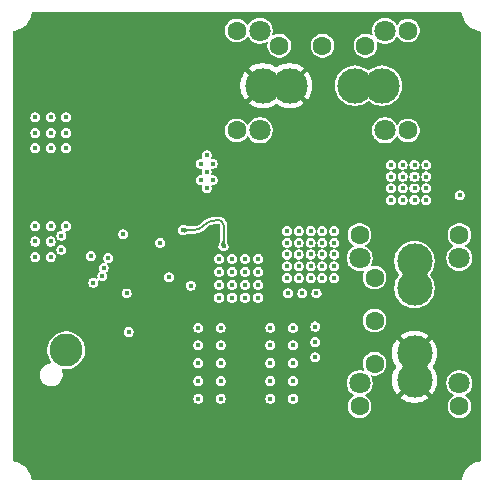
<source format=gbr>
%TF.GenerationSoftware,KiCad,Pcbnew,9.0.1*%
%TF.CreationDate,2025-04-26T18:30:10+02:00*%
%TF.ProjectId,BatteryCharger,42617474-6572-4794-9368-61726765722e,rev?*%
%TF.SameCoordinates,Original*%
%TF.FileFunction,Copper,L2,Inr*%
%TF.FilePolarity,Positive*%
%FSLAX46Y46*%
G04 Gerber Fmt 4.6, Leading zero omitted, Abs format (unit mm)*
G04 Created by KiCad (PCBNEW 9.0.1) date 2025-04-26 18:30:10*
%MOMM*%
%LPD*%
G01*
G04 APERTURE LIST*
%TA.AperFunction,ComponentPad*%
%ADD10C,3.500000*%
%TD*%
%TA.AperFunction,ComponentPad*%
%ADD11C,2.800000*%
%TD*%
%TA.AperFunction,ComponentPad*%
%ADD12C,3.000000*%
%TD*%
%TA.AperFunction,ComponentPad*%
%ADD13C,1.600000*%
%TD*%
%TA.AperFunction,ComponentPad*%
%ADD14C,1.800000*%
%TD*%
%TA.AperFunction,ViaPad*%
%ADD15C,0.450000*%
%TD*%
%TA.AperFunction,Conductor*%
%ADD16C,0.200000*%
%TD*%
G04 APERTURE END LIST*
D10*
%TO.N,GND*%
%TO.C,J5*%
X156000000Y-117500000D03*
%TD*%
%TO.N,GND*%
%TO.C,J6*%
X144500000Y-84700000D03*
%TD*%
D11*
%TO.N,GND*%
%TO.C,J2*%
X134700000Y-113000000D03*
%TO.N,/ADAPTER_IN*%
X134700000Y-108800000D03*
%TD*%
D12*
%TO.N,GND*%
%TO.C,J1*%
X151350000Y-86400000D03*
X153650000Y-86400000D03*
%TO.N,/SYS_PWR*%
X159150000Y-86400000D03*
X161450000Y-86400000D03*
D13*
%TO.N,unconnected-(J1-Pin_3-Pad3)*%
X152750000Y-83025000D03*
%TO.N,unconnected-(J1-Pin_4-Pad4)*%
X156400000Y-83025000D03*
%TO.N,unconnected-(J1-Pin_5-Pad5)*%
X160050000Y-83025000D03*
%TO.N,N/C*%
X149150000Y-90200000D03*
D14*
X151100000Y-90200000D03*
X161700000Y-90200000D03*
D13*
X163650000Y-90200000D03*
X149150000Y-81750000D03*
D14*
X151100000Y-81750000D03*
X161700000Y-81750000D03*
D13*
X163650000Y-81750000D03*
%TD*%
D12*
%TO.N,GND*%
%TO.C,J3*%
X164200000Y-111350000D03*
X164200000Y-109050000D03*
%TO.N,Net-(D3-K)*%
X164200000Y-103550000D03*
X164200000Y-101250000D03*
D13*
X160825000Y-109950000D03*
X160825000Y-106300000D03*
X160825000Y-102650000D03*
%TO.N,N/C*%
X168000000Y-113550000D03*
D14*
X168000000Y-111600000D03*
X168000000Y-101000000D03*
D13*
X168000000Y-99050000D03*
X159550000Y-113550000D03*
D14*
X159550000Y-111600000D03*
X159550000Y-101000000D03*
D13*
X159550000Y-99050000D03*
%TD*%
D15*
%TO.N,Net-(U1-SRP)*%
X155800000Y-109400000D03*
X153900000Y-106900000D03*
X152000000Y-108400000D03*
X153900000Y-108400000D03*
X152000000Y-109900000D03*
X155800000Y-106800000D03*
X152000000Y-106900000D03*
X153900000Y-112900000D03*
X152000000Y-111400000D03*
X153900000Y-111400000D03*
X155800000Y-108100000D03*
X152000000Y-112900000D03*
X153900000Y-109900000D03*
%TO.N,GND*%
X151205000Y-98585000D03*
X141400000Y-101500000D03*
X140700000Y-100800000D03*
X148000000Y-96600000D03*
X148600000Y-97200000D03*
X150690000Y-96600000D03*
X140700000Y-101500000D03*
X143400000Y-104175000D03*
X143100000Y-109900000D03*
X137600000Y-99000000D03*
X145600000Y-99800000D03*
X140000000Y-101500000D03*
X140000000Y-102200000D03*
X141400000Y-100800000D03*
X148665000Y-98585000D03*
X140000000Y-100800000D03*
X142100000Y-113500000D03*
X139900000Y-106400000D03*
X136925000Y-105400000D03*
X141700000Y-95000000D03*
X144680000Y-112980000D03*
X150600000Y-97900000D03*
X152600000Y-97200000D03*
X150000000Y-97200000D03*
X140700000Y-102200000D03*
X151900000Y-97900000D03*
X149300000Y-97900000D03*
X141460000Y-96980000D03*
X153300000Y-96600000D03*
X149935000Y-98585000D03*
X151300000Y-97200000D03*
X159000000Y-102500000D03*
X143100000Y-107800000D03*
X155000000Y-96750000D03*
X149190000Y-113690000D03*
X151900000Y-96600000D03*
X149300000Y-96600000D03*
X143700000Y-101500000D03*
%TO.N,Net-(Q4-S)*%
X150950000Y-102150000D03*
X145900000Y-111400000D03*
X147800000Y-108400000D03*
X149850000Y-103250000D03*
X150950000Y-103250000D03*
X147800000Y-111400000D03*
X148030000Y-100020000D03*
X147650000Y-103250000D03*
X148750000Y-104350000D03*
X147800000Y-112900000D03*
X155900000Y-104000000D03*
X154700000Y-104000000D03*
X147650000Y-101050000D03*
X148750000Y-101050000D03*
X145900000Y-108400000D03*
X149850000Y-104350000D03*
X153500000Y-104000000D03*
X145900000Y-109900000D03*
X145900000Y-112900000D03*
X148750000Y-102150000D03*
X145900000Y-106900000D03*
X147650000Y-102150000D03*
X147800000Y-109900000D03*
X149850000Y-101050000D03*
X150950000Y-101050000D03*
X147800000Y-106900000D03*
X148750000Y-103250000D03*
X149850000Y-102150000D03*
X150950000Y-104350000D03*
X144600000Y-98625000D03*
X147650000Y-104350000D03*
%TO.N,Net-(Q2-D)*%
X132100000Y-90400000D03*
X132100000Y-89100000D03*
X134700000Y-90400000D03*
X133400000Y-91700000D03*
X133400000Y-90400000D03*
X133400000Y-89100000D03*
X134700000Y-91700000D03*
X132100000Y-91700000D03*
X134700000Y-89100000D03*
%TO.N,/SYS_PWR*%
X146100000Y-94400000D03*
X156400000Y-102700000D03*
X157400000Y-102700000D03*
X164200000Y-95100000D03*
X164200000Y-96100000D03*
X164200000Y-94100000D03*
X154400000Y-100700000D03*
X146600000Y-93700000D03*
X162200000Y-95100000D03*
X163200000Y-94100000D03*
X153400000Y-98700000D03*
X156400000Y-101700000D03*
X155400000Y-102700000D03*
X162200000Y-94100000D03*
X163200000Y-96100000D03*
X165200000Y-93100000D03*
X155400000Y-99700000D03*
X146600000Y-92300000D03*
X154400000Y-99700000D03*
X164200000Y-93100000D03*
X157400000Y-101700000D03*
X162200000Y-93100000D03*
X156400000Y-98700000D03*
X146600000Y-95100000D03*
X154400000Y-98700000D03*
X163200000Y-93100000D03*
X155400000Y-101700000D03*
X154400000Y-101700000D03*
X147100000Y-94400000D03*
X165200000Y-94100000D03*
X156400000Y-99700000D03*
X157400000Y-100700000D03*
X157400000Y-99700000D03*
X156400000Y-100700000D03*
X153400000Y-101700000D03*
X162200000Y-96100000D03*
X157400000Y-98700000D03*
X146100000Y-93000000D03*
X153400000Y-99700000D03*
X153400000Y-100700000D03*
X165200000Y-96100000D03*
X163200000Y-95100000D03*
X155400000Y-100700000D03*
X154400000Y-102700000D03*
X147100000Y-93000000D03*
X155400000Y-98700000D03*
X153400000Y-102700000D03*
X165200000Y-95100000D03*
%TO.N,Net-(Q3-G)*%
X168025000Y-95700000D03*
%TO.N,/REGN*%
X143400000Y-102625000D03*
X145250000Y-103330000D03*
%TO.N,Net-(U1-VCC)*%
X142650000Y-99700000D03*
%TO.N,Net-(J4-Pin_2)*%
X137880000Y-101830000D03*
%TO.N,Net-(J4-Pin_1)*%
X137780000Y-102550000D03*
%TO.N,Net-(J4-Pin_3)*%
X139550000Y-99000000D03*
%TO.N,Net-(J4-Pin_4)*%
X138270000Y-101000000D03*
%TO.N,Net-(U1-ACDET)*%
X136790000Y-100820000D03*
%TO.N,Net-(U1-BATDRV)*%
X139820000Y-103980000D03*
%TO.N,Net-(U1-ILIM)*%
X137000000Y-103075000D03*
%TO.N,/ADAPTER_IN*%
X134300000Y-100300000D03*
X132100000Y-98300000D03*
X134700000Y-98300000D03*
X139990000Y-107250000D03*
X134300000Y-99100000D03*
X133400000Y-99600000D03*
X133400000Y-100900000D03*
X133400000Y-98300000D03*
X132100000Y-100900000D03*
X132100000Y-99600000D03*
%TD*%
D16*
%TO.N,Net-(Q4-S)*%
X144600000Y-98625000D02*
X145505381Y-98625000D01*
X147360000Y-97810000D02*
X147682721Y-97810000D01*
X148030000Y-98310000D02*
X148030000Y-100020000D01*
X146290000Y-98300000D02*
X146369878Y-98220122D01*
X148030000Y-98213847D02*
X148030000Y-98310000D01*
X147682721Y-97810000D02*
G75*
G02*
X147899994Y-97900006I-21J-307300D01*
G01*
X147900000Y-97900000D02*
G75*
G02*
X148029980Y-98213847I-313800J-313800D01*
G01*
X146369878Y-98220122D02*
G75*
G02*
X147360000Y-97809987I990122J-990078D01*
G01*
X145505381Y-98625000D02*
G75*
G03*
X146290006Y-98300006I19J1109600D01*
G01*
%TD*%
%TA.AperFunction,Conductor*%
%TO.N,GND*%
G36*
X168197789Y-80222174D02*
G01*
X168218830Y-80264841D01*
X168230305Y-80352006D01*
X168291393Y-80579991D01*
X168381714Y-80798045D01*
X168381715Y-80798048D01*
X168499724Y-81002446D01*
X168499728Y-81002452D01*
X168643408Y-81189699D01*
X168810300Y-81356591D01*
X168997547Y-81500271D01*
X168997553Y-81500275D01*
X169201951Y-81618284D01*
X169420007Y-81708606D01*
X169647986Y-81769693D01*
X169647992Y-81769693D01*
X169647993Y-81769694D01*
X169666134Y-81772082D01*
X169735158Y-81781169D01*
X169784208Y-81809487D01*
X169799500Y-81854536D01*
X169799500Y-118145462D01*
X169777826Y-118197788D01*
X169735160Y-118218829D01*
X169647992Y-118230306D01*
X169647990Y-118230306D01*
X169647986Y-118230307D01*
X169544580Y-118258014D01*
X169420008Y-118291393D01*
X169201954Y-118381714D01*
X169201951Y-118381715D01*
X168997553Y-118499724D01*
X168997547Y-118499728D01*
X168810300Y-118643408D01*
X168643408Y-118810300D01*
X168499728Y-118997547D01*
X168499724Y-118997553D01*
X168381715Y-119201951D01*
X168381714Y-119201954D01*
X168291393Y-119420008D01*
X168230305Y-119647993D01*
X168218830Y-119735159D01*
X168190511Y-119784208D01*
X168145463Y-119799500D01*
X131854537Y-119799500D01*
X131802211Y-119777826D01*
X131781170Y-119735159D01*
X131769694Y-119647993D01*
X131769693Y-119647992D01*
X131769693Y-119647986D01*
X131708606Y-119420007D01*
X131618284Y-119201951D01*
X131604107Y-119177395D01*
X131500275Y-118997553D01*
X131500271Y-118997547D01*
X131356591Y-118810300D01*
X131189699Y-118643408D01*
X131002452Y-118499728D01*
X131002446Y-118499724D01*
X130798048Y-118381715D01*
X130798045Y-118381714D01*
X130579991Y-118291393D01*
X130501015Y-118270232D01*
X130352014Y-118230307D01*
X130352007Y-118230306D01*
X130264840Y-118218829D01*
X130215791Y-118190510D01*
X130200500Y-118145462D01*
X130200500Y-112843979D01*
X145474500Y-112843979D01*
X145474500Y-112956020D01*
X145503495Y-113064232D01*
X145503496Y-113064235D01*
X145503497Y-113064237D01*
X145559515Y-113161263D01*
X145638737Y-113240485D01*
X145735763Y-113296503D01*
X145843979Y-113325499D01*
X145843980Y-113325500D01*
X145843982Y-113325500D01*
X145956020Y-113325500D01*
X145956020Y-113325499D01*
X146064237Y-113296503D01*
X146161263Y-113240485D01*
X146240485Y-113161263D01*
X146296503Y-113064237D01*
X146325499Y-112956020D01*
X146325500Y-112956020D01*
X146325500Y-112843980D01*
X146325499Y-112843979D01*
X147374500Y-112843979D01*
X147374500Y-112956020D01*
X147403495Y-113064232D01*
X147403496Y-113064235D01*
X147403497Y-113064237D01*
X147459515Y-113161263D01*
X147538737Y-113240485D01*
X147635763Y-113296503D01*
X147743979Y-113325499D01*
X147743980Y-113325500D01*
X147743982Y-113325500D01*
X147856020Y-113325500D01*
X147856020Y-113325499D01*
X147964237Y-113296503D01*
X148061263Y-113240485D01*
X148140485Y-113161263D01*
X148196503Y-113064237D01*
X148225499Y-112956020D01*
X148225500Y-112956020D01*
X148225500Y-112843980D01*
X148225499Y-112843979D01*
X151574500Y-112843979D01*
X151574500Y-112956020D01*
X151603495Y-113064232D01*
X151603496Y-113064235D01*
X151603497Y-113064237D01*
X151659515Y-113161263D01*
X151738737Y-113240485D01*
X151835763Y-113296503D01*
X151943979Y-113325499D01*
X151943980Y-113325500D01*
X151943982Y-113325500D01*
X152056020Y-113325500D01*
X152056020Y-113325499D01*
X152164237Y-113296503D01*
X152261263Y-113240485D01*
X152340485Y-113161263D01*
X152396503Y-113064237D01*
X152425499Y-112956020D01*
X152425500Y-112956020D01*
X152425500Y-112843980D01*
X152425499Y-112843979D01*
X153474500Y-112843979D01*
X153474500Y-112956020D01*
X153503495Y-113064232D01*
X153503496Y-113064235D01*
X153503497Y-113064237D01*
X153559515Y-113161263D01*
X153638737Y-113240485D01*
X153735763Y-113296503D01*
X153843979Y-113325499D01*
X153843980Y-113325500D01*
X153843982Y-113325500D01*
X153956020Y-113325500D01*
X153956020Y-113325499D01*
X154064237Y-113296503D01*
X154161263Y-113240485D01*
X154240485Y-113161263D01*
X154296503Y-113064237D01*
X154325499Y-112956020D01*
X154325500Y-112956020D01*
X154325500Y-112843980D01*
X154325499Y-112843979D01*
X154321190Y-112827899D01*
X154296503Y-112735763D01*
X154240485Y-112638737D01*
X154161263Y-112559515D01*
X154136218Y-112545055D01*
X154064241Y-112503499D01*
X154064232Y-112503495D01*
X153956020Y-112474500D01*
X153956018Y-112474500D01*
X153843982Y-112474500D01*
X153843980Y-112474500D01*
X153735767Y-112503495D01*
X153735758Y-112503499D01*
X153638736Y-112559515D01*
X153559515Y-112638736D01*
X153503499Y-112735758D01*
X153503495Y-112735767D01*
X153474500Y-112843979D01*
X152425499Y-112843979D01*
X152421190Y-112827899D01*
X152396503Y-112735763D01*
X152340485Y-112638737D01*
X152261263Y-112559515D01*
X152236218Y-112545055D01*
X152164241Y-112503499D01*
X152164232Y-112503495D01*
X152056020Y-112474500D01*
X152056018Y-112474500D01*
X151943982Y-112474500D01*
X151943980Y-112474500D01*
X151835767Y-112503495D01*
X151835758Y-112503499D01*
X151738736Y-112559515D01*
X151659515Y-112638736D01*
X151603499Y-112735758D01*
X151603495Y-112735767D01*
X151574500Y-112843979D01*
X148225499Y-112843979D01*
X148221190Y-112827899D01*
X148196503Y-112735763D01*
X148140485Y-112638737D01*
X148061263Y-112559515D01*
X148036218Y-112545055D01*
X147964241Y-112503499D01*
X147964232Y-112503495D01*
X147856020Y-112474500D01*
X147856018Y-112474500D01*
X147743982Y-112474500D01*
X147743980Y-112474500D01*
X147635767Y-112503495D01*
X147635758Y-112503499D01*
X147538736Y-112559515D01*
X147459515Y-112638736D01*
X147403499Y-112735758D01*
X147403495Y-112735767D01*
X147374500Y-112843979D01*
X146325499Y-112843979D01*
X146321190Y-112827899D01*
X146296503Y-112735763D01*
X146240485Y-112638737D01*
X146161263Y-112559515D01*
X146136218Y-112545055D01*
X146064241Y-112503499D01*
X146064232Y-112503495D01*
X145956020Y-112474500D01*
X145956018Y-112474500D01*
X145843982Y-112474500D01*
X145843980Y-112474500D01*
X145735767Y-112503495D01*
X145735758Y-112503499D01*
X145638736Y-112559515D01*
X145559515Y-112638736D01*
X145503499Y-112735758D01*
X145503495Y-112735767D01*
X145474500Y-112843979D01*
X130200500Y-112843979D01*
X130200500Y-110804414D01*
X132469500Y-110804414D01*
X132469500Y-110995586D01*
X132481819Y-111057518D01*
X132506794Y-111183078D01*
X132506797Y-111183088D01*
X132579953Y-111359703D01*
X132682642Y-111513388D01*
X132686163Y-111518658D01*
X132821342Y-111653837D01*
X132980296Y-111760046D01*
X133156916Y-111833204D01*
X133344414Y-111870500D01*
X133344416Y-111870500D01*
X133535584Y-111870500D01*
X133535586Y-111870500D01*
X133723084Y-111833204D01*
X133899704Y-111760046D01*
X134058658Y-111653837D01*
X134193837Y-111518658D01*
X134300046Y-111359704D01*
X134306559Y-111343979D01*
X145474500Y-111343979D01*
X145474500Y-111456020D01*
X145503495Y-111564232D01*
X145503496Y-111564235D01*
X145503497Y-111564237D01*
X145559515Y-111661263D01*
X145638737Y-111740485D01*
X145735763Y-111796503D01*
X145843979Y-111825499D01*
X145843980Y-111825500D01*
X145843982Y-111825500D01*
X145956020Y-111825500D01*
X145956020Y-111825499D01*
X146064237Y-111796503D01*
X146161263Y-111740485D01*
X146240485Y-111661263D01*
X146296503Y-111564237D01*
X146325499Y-111456020D01*
X146325500Y-111456020D01*
X146325500Y-111343980D01*
X146325499Y-111343979D01*
X147374500Y-111343979D01*
X147374500Y-111456020D01*
X147403495Y-111564232D01*
X147403496Y-111564235D01*
X147403497Y-111564237D01*
X147459515Y-111661263D01*
X147538737Y-111740485D01*
X147635763Y-111796503D01*
X147743979Y-111825499D01*
X147743980Y-111825500D01*
X147743982Y-111825500D01*
X147856020Y-111825500D01*
X147856020Y-111825499D01*
X147964237Y-111796503D01*
X148061263Y-111740485D01*
X148140485Y-111661263D01*
X148196503Y-111564237D01*
X148225499Y-111456020D01*
X148225500Y-111456020D01*
X148225500Y-111343980D01*
X148225499Y-111343979D01*
X151574500Y-111343979D01*
X151574500Y-111456020D01*
X151603495Y-111564232D01*
X151603496Y-111564235D01*
X151603497Y-111564237D01*
X151659515Y-111661263D01*
X151738737Y-111740485D01*
X151835763Y-111796503D01*
X151943979Y-111825499D01*
X151943980Y-111825500D01*
X151943982Y-111825500D01*
X152056020Y-111825500D01*
X152056020Y-111825499D01*
X152164237Y-111796503D01*
X152261263Y-111740485D01*
X152340485Y-111661263D01*
X152396503Y-111564237D01*
X152425499Y-111456020D01*
X152425500Y-111456020D01*
X152425500Y-111343980D01*
X152425499Y-111343979D01*
X153474500Y-111343979D01*
X153474500Y-111456020D01*
X153503495Y-111564232D01*
X153503496Y-111564235D01*
X153503497Y-111564237D01*
X153559515Y-111661263D01*
X153638737Y-111740485D01*
X153735763Y-111796503D01*
X153843979Y-111825499D01*
X153843980Y-111825500D01*
X153843982Y-111825500D01*
X153956020Y-111825500D01*
X153956020Y-111825499D01*
X154064237Y-111796503D01*
X154161263Y-111740485D01*
X154240485Y-111661263D01*
X154296503Y-111564237D01*
X154310128Y-111513388D01*
X158449500Y-111513388D01*
X158449500Y-111686611D01*
X158476597Y-111857698D01*
X158476600Y-111857711D01*
X158530125Y-112022442D01*
X158530127Y-112022446D01*
X158608767Y-112176787D01*
X158608768Y-112176788D01*
X158710586Y-112316928D01*
X158833072Y-112439414D01*
X158833075Y-112439416D01*
X158833076Y-112439417D01*
X158973212Y-112541232D01*
X158973216Y-112541234D01*
X159022788Y-112566492D01*
X159059572Y-112609559D01*
X159055129Y-112666021D01*
X159030307Y-112693955D01*
X158912220Y-112772858D01*
X158912217Y-112772862D01*
X158772862Y-112912217D01*
X158772860Y-112912218D01*
X158663367Y-113076086D01*
X158587950Y-113258160D01*
X158587947Y-113258170D01*
X158549500Y-113451460D01*
X158549500Y-113648539D01*
X158587947Y-113841829D01*
X158587950Y-113841839D01*
X158663367Y-114023913D01*
X158663368Y-114023914D01*
X158772861Y-114187782D01*
X158912218Y-114327139D01*
X159076086Y-114436632D01*
X159258165Y-114512051D01*
X159451459Y-114550500D01*
X159451461Y-114550500D01*
X159648539Y-114550500D01*
X159648541Y-114550500D01*
X159841835Y-114512051D01*
X160023914Y-114436632D01*
X160187782Y-114327139D01*
X160327139Y-114187782D01*
X160436632Y-114023914D01*
X160512051Y-113841835D01*
X160550500Y-113648541D01*
X160550500Y-113451459D01*
X160512051Y-113258165D01*
X160436632Y-113076086D01*
X160327139Y-112912218D01*
X160187782Y-112772861D01*
X160069690Y-112693954D01*
X160038226Y-112646865D01*
X160049275Y-112591316D01*
X160077210Y-112566493D01*
X160090905Y-112559515D01*
X160126788Y-112541232D01*
X160266928Y-112439414D01*
X160389414Y-112316928D01*
X160491232Y-112176788D01*
X160569873Y-112022445D01*
X160589501Y-111962037D01*
X160623399Y-111857711D01*
X160623399Y-111857708D01*
X160623402Y-111857701D01*
X160650500Y-111686611D01*
X160650500Y-111513389D01*
X160644345Y-111474531D01*
X160637101Y-111428793D01*
X160623402Y-111342299D01*
X160623400Y-111342294D01*
X160623399Y-111342288D01*
X160569874Y-111177557D01*
X160569872Y-111177553D01*
X160492739Y-111026169D01*
X160488296Y-110969706D01*
X160525079Y-110926639D01*
X160573108Y-110919996D01*
X160726459Y-110950500D01*
X160726461Y-110950500D01*
X160923539Y-110950500D01*
X160923541Y-110950500D01*
X161116835Y-110912051D01*
X161298914Y-110836632D01*
X161462782Y-110727139D01*
X161602139Y-110587782D01*
X161711632Y-110423914D01*
X161787051Y-110241835D01*
X161825500Y-110048541D01*
X161825500Y-109851459D01*
X161787051Y-109658165D01*
X161779048Y-109638845D01*
X161711632Y-109476086D01*
X161602139Y-109312218D01*
X161462781Y-109172860D01*
X161298913Y-109063367D01*
X161125196Y-108991412D01*
X161116839Y-108987950D01*
X161116829Y-108987947D01*
X160987388Y-108962200D01*
X160923541Y-108949500D01*
X160726459Y-108949500D01*
X160671662Y-108960399D01*
X160533170Y-108987947D01*
X160533160Y-108987950D01*
X160351086Y-109063367D01*
X160187218Y-109172860D01*
X160187217Y-109172862D01*
X160047862Y-109312217D01*
X160047860Y-109312218D01*
X159938367Y-109476086D01*
X159862950Y-109658160D01*
X159862947Y-109658170D01*
X159824500Y-109851460D01*
X159824500Y-110048539D01*
X159862947Y-110241829D01*
X159862950Y-110241839D01*
X159938366Y-110423911D01*
X159938367Y-110423913D01*
X159938368Y-110423914D01*
X159943682Y-110431867D01*
X159954732Y-110487415D01*
X159923268Y-110534508D01*
X159867719Y-110545558D01*
X159859288Y-110543358D01*
X159807715Y-110526601D01*
X159807698Y-110526597D01*
X159636612Y-110499500D01*
X159636611Y-110499500D01*
X159463389Y-110499500D01*
X159463388Y-110499500D01*
X159292301Y-110526597D01*
X159292288Y-110526600D01*
X159127557Y-110580125D01*
X159127553Y-110580127D01*
X158973212Y-110658767D01*
X158833076Y-110760582D01*
X158710582Y-110883076D01*
X158608767Y-111023212D01*
X158530127Y-111177553D01*
X158530125Y-111177557D01*
X158476600Y-111342288D01*
X158476597Y-111342301D01*
X158449500Y-111513388D01*
X154310128Y-111513388D01*
X154320540Y-111474531D01*
X154325499Y-111456020D01*
X154325500Y-111456020D01*
X154325500Y-111343980D01*
X154325499Y-111343979D01*
X154325049Y-111342301D01*
X154296503Y-111235763D01*
X154240485Y-111138737D01*
X154161263Y-111059515D01*
X154103506Y-111026169D01*
X154064241Y-111003499D01*
X154064232Y-111003495D01*
X153956020Y-110974500D01*
X153956018Y-110974500D01*
X153843982Y-110974500D01*
X153843980Y-110974500D01*
X153735767Y-111003495D01*
X153735758Y-111003499D01*
X153638736Y-111059515D01*
X153559515Y-111138736D01*
X153503499Y-111235758D01*
X153503495Y-111235767D01*
X153474500Y-111343979D01*
X152425499Y-111343979D01*
X152425049Y-111342301D01*
X152396503Y-111235763D01*
X152340485Y-111138737D01*
X152261263Y-111059515D01*
X152203506Y-111026169D01*
X152164241Y-111003499D01*
X152164232Y-111003495D01*
X152056020Y-110974500D01*
X152056018Y-110974500D01*
X151943982Y-110974500D01*
X151943980Y-110974500D01*
X151835767Y-111003495D01*
X151835758Y-111003499D01*
X151738736Y-111059515D01*
X151659515Y-111138736D01*
X151603499Y-111235758D01*
X151603495Y-111235767D01*
X151574500Y-111343979D01*
X148225499Y-111343979D01*
X148225049Y-111342301D01*
X148196503Y-111235763D01*
X148140485Y-111138737D01*
X148061263Y-111059515D01*
X148003506Y-111026169D01*
X147964241Y-111003499D01*
X147964232Y-111003495D01*
X147856020Y-110974500D01*
X147856018Y-110974500D01*
X147743982Y-110974500D01*
X147743980Y-110974500D01*
X147635767Y-111003495D01*
X147635758Y-111003499D01*
X147538736Y-111059515D01*
X147459515Y-111138736D01*
X147403499Y-111235758D01*
X147403495Y-111235767D01*
X147374500Y-111343979D01*
X146325499Y-111343979D01*
X146325049Y-111342301D01*
X146296503Y-111235763D01*
X146240485Y-111138737D01*
X146161263Y-111059515D01*
X146103506Y-111026169D01*
X146064241Y-111003499D01*
X146064232Y-111003495D01*
X145956020Y-110974500D01*
X145956018Y-110974500D01*
X145843982Y-110974500D01*
X145843980Y-110974500D01*
X145735767Y-111003495D01*
X145735758Y-111003499D01*
X145638736Y-111059515D01*
X145559515Y-111138736D01*
X145503499Y-111235758D01*
X145503495Y-111235767D01*
X145474500Y-111343979D01*
X134306559Y-111343979D01*
X134373204Y-111183084D01*
X134410500Y-110995586D01*
X134410500Y-110804414D01*
X134373204Y-110616916D01*
X134313733Y-110473339D01*
X134313733Y-110416703D01*
X134353781Y-110376655D01*
X134393675Y-110371933D01*
X134471792Y-110384305D01*
X134574036Y-110400500D01*
X134574038Y-110400500D01*
X134825964Y-110400500D01*
X134925491Y-110384736D01*
X135074785Y-110361090D01*
X135074792Y-110361087D01*
X135074795Y-110361087D01*
X135314373Y-110283243D01*
X135314373Y-110283242D01*
X135314379Y-110283241D01*
X135538845Y-110168870D01*
X135742656Y-110020793D01*
X135919470Y-109843979D01*
X145474500Y-109843979D01*
X145474500Y-109956020D01*
X145503495Y-110064232D01*
X145503499Y-110064241D01*
X145550796Y-110146162D01*
X145559515Y-110161263D01*
X145638737Y-110240485D01*
X145735763Y-110296503D01*
X145843979Y-110325499D01*
X145843980Y-110325500D01*
X145843982Y-110325500D01*
X145956020Y-110325500D01*
X145956020Y-110325499D01*
X146064237Y-110296503D01*
X146161263Y-110240485D01*
X146240485Y-110161263D01*
X146296503Y-110064237D01*
X146325499Y-109956020D01*
X146325500Y-109956020D01*
X146325500Y-109843980D01*
X146325499Y-109843979D01*
X147374500Y-109843979D01*
X147374500Y-109956020D01*
X147403495Y-110064232D01*
X147403499Y-110064241D01*
X147450796Y-110146162D01*
X147459515Y-110161263D01*
X147538737Y-110240485D01*
X147635763Y-110296503D01*
X147743979Y-110325499D01*
X147743980Y-110325500D01*
X147743982Y-110325500D01*
X147856020Y-110325500D01*
X147856020Y-110325499D01*
X147964237Y-110296503D01*
X148061263Y-110240485D01*
X148140485Y-110161263D01*
X148196503Y-110064237D01*
X148225499Y-109956020D01*
X148225500Y-109956020D01*
X148225500Y-109843980D01*
X148225499Y-109843979D01*
X151574500Y-109843979D01*
X151574500Y-109956020D01*
X151603495Y-110064232D01*
X151603499Y-110064241D01*
X151650796Y-110146162D01*
X151659515Y-110161263D01*
X151738737Y-110240485D01*
X151835763Y-110296503D01*
X151943979Y-110325499D01*
X151943980Y-110325500D01*
X151943982Y-110325500D01*
X152056020Y-110325500D01*
X152056020Y-110325499D01*
X152164237Y-110296503D01*
X152261263Y-110240485D01*
X152340485Y-110161263D01*
X152396503Y-110064237D01*
X152425499Y-109956020D01*
X152425500Y-109956020D01*
X152425500Y-109843980D01*
X152425499Y-109843979D01*
X153474500Y-109843979D01*
X153474500Y-109956020D01*
X153503495Y-110064232D01*
X153503499Y-110064241D01*
X153550796Y-110146162D01*
X153559515Y-110161263D01*
X153638737Y-110240485D01*
X153735763Y-110296503D01*
X153843979Y-110325499D01*
X153843980Y-110325500D01*
X153843982Y-110325500D01*
X153956020Y-110325500D01*
X153956020Y-110325499D01*
X154064237Y-110296503D01*
X154161263Y-110240485D01*
X154240485Y-110161263D01*
X154296503Y-110064237D01*
X154325499Y-109956020D01*
X154325500Y-109956020D01*
X154325500Y-109843980D01*
X154325499Y-109843979D01*
X154320547Y-109825499D01*
X154296503Y-109735763D01*
X154240485Y-109638737D01*
X154161263Y-109559515D01*
X154064241Y-109503499D01*
X154064232Y-109503495D01*
X153956020Y-109474500D01*
X153956018Y-109474500D01*
X153843982Y-109474500D01*
X153843980Y-109474500D01*
X153735767Y-109503495D01*
X153735758Y-109503499D01*
X153638736Y-109559515D01*
X153559515Y-109638736D01*
X153503499Y-109735758D01*
X153503495Y-109735767D01*
X153474500Y-109843979D01*
X152425499Y-109843979D01*
X152420547Y-109825499D01*
X152396503Y-109735763D01*
X152340485Y-109638737D01*
X152261263Y-109559515D01*
X152164241Y-109503499D01*
X152164232Y-109503495D01*
X152056020Y-109474500D01*
X152056018Y-109474500D01*
X151943982Y-109474500D01*
X151943980Y-109474500D01*
X151835767Y-109503495D01*
X151835758Y-109503499D01*
X151738736Y-109559515D01*
X151659515Y-109638736D01*
X151603499Y-109735758D01*
X151603495Y-109735767D01*
X151574500Y-109843979D01*
X148225499Y-109843979D01*
X148220547Y-109825499D01*
X148196503Y-109735763D01*
X148140485Y-109638737D01*
X148061263Y-109559515D01*
X147964241Y-109503499D01*
X147964232Y-109503495D01*
X147856020Y-109474500D01*
X147856018Y-109474500D01*
X147743982Y-109474500D01*
X147743980Y-109474500D01*
X147635767Y-109503495D01*
X147635758Y-109503499D01*
X147538736Y-109559515D01*
X147459515Y-109638736D01*
X147403499Y-109735758D01*
X147403495Y-109735767D01*
X147374500Y-109843979D01*
X146325499Y-109843979D01*
X146320547Y-109825499D01*
X146296503Y-109735763D01*
X146240485Y-109638737D01*
X146161263Y-109559515D01*
X146064241Y-109503499D01*
X146064232Y-109503495D01*
X145956020Y-109474500D01*
X145956018Y-109474500D01*
X145843982Y-109474500D01*
X145843980Y-109474500D01*
X145735767Y-109503495D01*
X145735758Y-109503499D01*
X145638736Y-109559515D01*
X145559515Y-109638736D01*
X145503499Y-109735758D01*
X145503495Y-109735767D01*
X145474500Y-109843979D01*
X135919470Y-109843979D01*
X135920793Y-109842656D01*
X136068870Y-109638845D01*
X136183241Y-109414379D01*
X136202193Y-109356049D01*
X136206115Y-109343979D01*
X155374500Y-109343979D01*
X155374500Y-109456020D01*
X155403495Y-109564232D01*
X155403496Y-109564235D01*
X155403497Y-109564237D01*
X155459515Y-109661263D01*
X155538737Y-109740485D01*
X155635763Y-109796503D01*
X155743979Y-109825499D01*
X155743980Y-109825500D01*
X155743982Y-109825500D01*
X155856020Y-109825500D01*
X155856020Y-109825499D01*
X155964237Y-109796503D01*
X156061263Y-109740485D01*
X156140485Y-109661263D01*
X156196503Y-109564237D01*
X156225499Y-109456020D01*
X156225500Y-109456020D01*
X156225500Y-109343980D01*
X156225499Y-109343979D01*
X156216988Y-109312217D01*
X156196503Y-109235763D01*
X156140485Y-109138737D01*
X156061263Y-109059515D01*
X156044783Y-109050000D01*
X155964241Y-109003499D01*
X155964232Y-109003495D01*
X155856020Y-108974500D01*
X155856018Y-108974500D01*
X155743982Y-108974500D01*
X155743980Y-108974500D01*
X155635767Y-109003495D01*
X155635758Y-109003499D01*
X155538736Y-109059515D01*
X155459515Y-109138736D01*
X155403499Y-109235758D01*
X155403495Y-109235767D01*
X155374500Y-109343979D01*
X136206115Y-109343979D01*
X136215121Y-109316264D01*
X136215121Y-109316263D01*
X136261087Y-109174795D01*
X136261087Y-109174792D01*
X136261090Y-109174785D01*
X136300500Y-108925962D01*
X136300500Y-108925468D01*
X162300000Y-108925468D01*
X162300000Y-109174531D01*
X162332507Y-109421460D01*
X162396969Y-109662037D01*
X162396973Y-109662048D01*
X162492281Y-109892143D01*
X162492284Y-109892151D01*
X162616815Y-110107845D01*
X162616819Y-110107851D01*
X162652961Y-110154952D01*
X162667620Y-110209659D01*
X162652961Y-110245048D01*
X162616819Y-110292148D01*
X162616815Y-110292154D01*
X162492284Y-110507848D01*
X162492281Y-110507856D01*
X162396973Y-110737951D01*
X162396969Y-110737962D01*
X162332507Y-110978539D01*
X162300000Y-111225468D01*
X162300000Y-111474531D01*
X162332507Y-111721460D01*
X162396969Y-111962037D01*
X162396973Y-111962048D01*
X162492281Y-112192143D01*
X162492284Y-112192151D01*
X162616815Y-112407845D01*
X162616819Y-112407851D01*
X162722099Y-112545055D01*
X162722100Y-112545056D01*
X163509940Y-111757215D01*
X163578599Y-111859970D01*
X163690030Y-111971401D01*
X163792783Y-112040058D01*
X163004943Y-112827899D01*
X163142148Y-112933180D01*
X163142154Y-112933184D01*
X163357848Y-113057715D01*
X163357856Y-113057718D01*
X163587951Y-113153026D01*
X163587962Y-113153030D01*
X163828540Y-113217492D01*
X163828539Y-113217492D01*
X164075469Y-113250000D01*
X164324531Y-113250000D01*
X164571460Y-113217492D01*
X164812037Y-113153030D01*
X164812048Y-113153026D01*
X165042143Y-113057718D01*
X165042151Y-113057715D01*
X165257852Y-112933180D01*
X165395055Y-112827900D01*
X165395055Y-112827899D01*
X164607216Y-112040058D01*
X164709970Y-111971401D01*
X164821401Y-111859970D01*
X164890059Y-111757215D01*
X165677899Y-112545055D01*
X165677900Y-112545055D01*
X165783180Y-112407852D01*
X165907715Y-112192151D01*
X165907718Y-112192143D01*
X166003026Y-111962048D01*
X166003030Y-111962037D01*
X166067492Y-111721460D01*
X166094885Y-111513388D01*
X166899500Y-111513388D01*
X166899500Y-111686611D01*
X166926597Y-111857698D01*
X166926600Y-111857711D01*
X166980125Y-112022442D01*
X166980127Y-112022446D01*
X167058767Y-112176787D01*
X167058768Y-112176788D01*
X167160586Y-112316928D01*
X167283072Y-112439414D01*
X167283075Y-112439416D01*
X167283076Y-112439417D01*
X167423212Y-112541232D01*
X167423216Y-112541234D01*
X167472788Y-112566492D01*
X167509572Y-112609559D01*
X167505129Y-112666021D01*
X167480307Y-112693955D01*
X167362220Y-112772858D01*
X167362217Y-112772862D01*
X167222862Y-112912217D01*
X167222860Y-112912218D01*
X167113367Y-113076086D01*
X167037950Y-113258160D01*
X167037947Y-113258170D01*
X166999500Y-113451460D01*
X166999500Y-113648539D01*
X167037947Y-113841829D01*
X167037950Y-113841839D01*
X167113367Y-114023913D01*
X167113368Y-114023914D01*
X167222861Y-114187782D01*
X167362218Y-114327139D01*
X167526086Y-114436632D01*
X167708165Y-114512051D01*
X167901459Y-114550500D01*
X167901461Y-114550500D01*
X168098539Y-114550500D01*
X168098541Y-114550500D01*
X168291835Y-114512051D01*
X168473914Y-114436632D01*
X168637782Y-114327139D01*
X168777139Y-114187782D01*
X168886632Y-114023914D01*
X168962051Y-113841835D01*
X169000500Y-113648541D01*
X169000500Y-113451459D01*
X168962051Y-113258165D01*
X168886632Y-113076086D01*
X168777139Y-112912218D01*
X168637782Y-112772861D01*
X168519690Y-112693954D01*
X168488226Y-112646865D01*
X168499275Y-112591316D01*
X168527210Y-112566493D01*
X168540905Y-112559515D01*
X168576788Y-112541232D01*
X168716928Y-112439414D01*
X168839414Y-112316928D01*
X168941232Y-112176788D01*
X169019873Y-112022445D01*
X169039501Y-111962037D01*
X169073399Y-111857711D01*
X169073399Y-111857708D01*
X169073402Y-111857701D01*
X169100500Y-111686611D01*
X169100500Y-111513389D01*
X169094345Y-111474531D01*
X169087101Y-111428793D01*
X169073402Y-111342299D01*
X169073400Y-111342294D01*
X169073399Y-111342288D01*
X169019874Y-111177557D01*
X169019872Y-111177553D01*
X168941232Y-111023212D01*
X168839417Y-110883076D01*
X168839416Y-110883075D01*
X168839414Y-110883072D01*
X168716928Y-110760586D01*
X168716925Y-110760583D01*
X168716923Y-110760582D01*
X168576787Y-110658767D01*
X168422446Y-110580127D01*
X168422442Y-110580125D01*
X168257711Y-110526600D01*
X168257698Y-110526597D01*
X168086612Y-110499500D01*
X168086611Y-110499500D01*
X167913389Y-110499500D01*
X167913388Y-110499500D01*
X167742301Y-110526597D01*
X167742288Y-110526600D01*
X167577557Y-110580125D01*
X167577553Y-110580127D01*
X167423212Y-110658767D01*
X167283076Y-110760582D01*
X167160582Y-110883076D01*
X167058767Y-111023212D01*
X166980127Y-111177553D01*
X166980125Y-111177557D01*
X166926600Y-111342288D01*
X166926597Y-111342301D01*
X166899500Y-111513388D01*
X166094885Y-111513388D01*
X166096539Y-111500823D01*
X166096539Y-111500822D01*
X166100000Y-111474532D01*
X166100000Y-111225468D01*
X166067492Y-110978539D01*
X166003030Y-110737962D01*
X166003026Y-110737951D01*
X165907718Y-110507856D01*
X165907715Y-110507848D01*
X165783182Y-110292150D01*
X165747039Y-110245050D01*
X165732379Y-110190343D01*
X165747039Y-110154950D01*
X165783182Y-110107849D01*
X165907715Y-109892151D01*
X165907718Y-109892143D01*
X166003026Y-109662048D01*
X166003030Y-109662037D01*
X166067492Y-109421460D01*
X166100000Y-109174531D01*
X166100000Y-108925468D01*
X166067492Y-108678539D01*
X166003030Y-108437962D01*
X166003026Y-108437951D01*
X165907718Y-108207856D01*
X165907715Y-108207848D01*
X165783184Y-107992154D01*
X165783180Y-107992148D01*
X165677899Y-107854943D01*
X164890058Y-108642783D01*
X164821401Y-108540030D01*
X164709970Y-108428599D01*
X164607214Y-108359940D01*
X165395056Y-107572100D01*
X165395055Y-107572099D01*
X165257851Y-107466819D01*
X165257845Y-107466815D01*
X165042151Y-107342284D01*
X165042143Y-107342281D01*
X164812048Y-107246973D01*
X164812037Y-107246969D01*
X164571459Y-107182507D01*
X164571460Y-107182507D01*
X164324531Y-107150000D01*
X164075469Y-107150000D01*
X163828539Y-107182507D01*
X163587962Y-107246969D01*
X163587951Y-107246973D01*
X163357856Y-107342281D01*
X163357848Y-107342284D01*
X163142154Y-107466815D01*
X163142148Y-107466819D01*
X163004943Y-107572099D01*
X163004943Y-107572100D01*
X163792784Y-108359941D01*
X163690030Y-108428599D01*
X163578599Y-108540030D01*
X163509941Y-108642784D01*
X162722100Y-107854943D01*
X162722099Y-107854943D01*
X162616819Y-107992148D01*
X162616815Y-107992154D01*
X162492284Y-108207848D01*
X162492281Y-108207856D01*
X162396973Y-108437951D01*
X162396969Y-108437962D01*
X162332507Y-108678539D01*
X162300000Y-108925468D01*
X136300500Y-108925468D01*
X136300500Y-108674038D01*
X136261090Y-108425215D01*
X136261086Y-108425204D01*
X136240550Y-108362000D01*
X136240550Y-108361999D01*
X136234695Y-108343979D01*
X145474500Y-108343979D01*
X145474500Y-108456020D01*
X145503495Y-108564232D01*
X145503496Y-108564235D01*
X145503497Y-108564237D01*
X145559515Y-108661263D01*
X145638737Y-108740485D01*
X145735763Y-108796503D01*
X145843979Y-108825499D01*
X145843980Y-108825500D01*
X145843982Y-108825500D01*
X145956020Y-108825500D01*
X145956020Y-108825499D01*
X146064237Y-108796503D01*
X146161263Y-108740485D01*
X146240485Y-108661263D01*
X146296503Y-108564237D01*
X146325499Y-108456020D01*
X146325500Y-108456020D01*
X146325500Y-108343980D01*
X146325499Y-108343979D01*
X147374500Y-108343979D01*
X147374500Y-108456020D01*
X147403495Y-108564232D01*
X147403496Y-108564235D01*
X147403497Y-108564237D01*
X147459515Y-108661263D01*
X147538737Y-108740485D01*
X147635763Y-108796503D01*
X147743979Y-108825499D01*
X147743980Y-108825500D01*
X147743982Y-108825500D01*
X147856020Y-108825500D01*
X147856020Y-108825499D01*
X147964237Y-108796503D01*
X148061263Y-108740485D01*
X148140485Y-108661263D01*
X148196503Y-108564237D01*
X148225499Y-108456020D01*
X148225500Y-108456020D01*
X148225500Y-108343980D01*
X148225499Y-108343979D01*
X151574500Y-108343979D01*
X151574500Y-108456020D01*
X151603495Y-108564232D01*
X151603496Y-108564235D01*
X151603497Y-108564237D01*
X151659515Y-108661263D01*
X151738737Y-108740485D01*
X151835763Y-108796503D01*
X151943979Y-108825499D01*
X151943980Y-108825500D01*
X151943982Y-108825500D01*
X152056020Y-108825500D01*
X152056020Y-108825499D01*
X152164237Y-108796503D01*
X152261263Y-108740485D01*
X152340485Y-108661263D01*
X152396503Y-108564237D01*
X152425499Y-108456020D01*
X152425500Y-108456020D01*
X152425500Y-108343980D01*
X152425499Y-108343979D01*
X153474500Y-108343979D01*
X153474500Y-108456020D01*
X153503495Y-108564232D01*
X153503496Y-108564235D01*
X153503497Y-108564237D01*
X153559515Y-108661263D01*
X153638737Y-108740485D01*
X153735763Y-108796503D01*
X153843979Y-108825499D01*
X153843980Y-108825500D01*
X153843982Y-108825500D01*
X153956020Y-108825500D01*
X153956020Y-108825499D01*
X154064237Y-108796503D01*
X154161263Y-108740485D01*
X154240485Y-108661263D01*
X154296503Y-108564237D01*
X154325499Y-108456020D01*
X154325500Y-108456020D01*
X154325500Y-108343980D01*
X154325499Y-108343979D01*
X154304132Y-108264237D01*
X154296503Y-108235763D01*
X154240485Y-108138737D01*
X154161263Y-108059515D01*
X154134354Y-108043979D01*
X155374500Y-108043979D01*
X155374500Y-108156020D01*
X155403495Y-108264232D01*
X155403499Y-108264241D01*
X155447844Y-108341049D01*
X155459515Y-108361263D01*
X155538737Y-108440485D01*
X155635763Y-108496503D01*
X155743979Y-108525499D01*
X155743980Y-108525500D01*
X155743982Y-108525500D01*
X155856020Y-108525500D01*
X155856020Y-108525499D01*
X155964237Y-108496503D01*
X156061263Y-108440485D01*
X156140485Y-108361263D01*
X156196503Y-108264237D01*
X156225499Y-108156020D01*
X156225500Y-108156020D01*
X156225500Y-108043980D01*
X156225499Y-108043979D01*
X156214651Y-108003495D01*
X156196503Y-107935763D01*
X156140485Y-107838737D01*
X156061263Y-107759515D01*
X156057494Y-107757339D01*
X155964241Y-107703499D01*
X155964232Y-107703495D01*
X155856021Y-107674500D01*
X155856018Y-107674500D01*
X155743982Y-107674500D01*
X155743980Y-107674500D01*
X155635767Y-107703495D01*
X155635758Y-107703499D01*
X155538736Y-107759515D01*
X155459515Y-107838736D01*
X155403499Y-107935758D01*
X155403495Y-107935767D01*
X155374500Y-108043979D01*
X154134354Y-108043979D01*
X154064241Y-108003499D01*
X154064232Y-108003495D01*
X153956020Y-107974500D01*
X153956018Y-107974500D01*
X153843982Y-107974500D01*
X153843980Y-107974500D01*
X153735767Y-108003495D01*
X153735758Y-108003499D01*
X153638736Y-108059515D01*
X153559515Y-108138736D01*
X153503499Y-108235758D01*
X153503495Y-108235767D01*
X153474500Y-108343979D01*
X152425499Y-108343979D01*
X152404132Y-108264237D01*
X152396503Y-108235763D01*
X152340485Y-108138737D01*
X152261263Y-108059515D01*
X152234354Y-108043979D01*
X152164241Y-108003499D01*
X152164232Y-108003495D01*
X152056020Y-107974500D01*
X152056018Y-107974500D01*
X151943982Y-107974500D01*
X151943980Y-107974500D01*
X151835767Y-108003495D01*
X151835758Y-108003499D01*
X151738736Y-108059515D01*
X151659515Y-108138736D01*
X151603499Y-108235758D01*
X151603495Y-108235767D01*
X151574500Y-108343979D01*
X148225499Y-108343979D01*
X148204132Y-108264237D01*
X148196503Y-108235763D01*
X148140485Y-108138737D01*
X148061263Y-108059515D01*
X148034354Y-108043979D01*
X147964241Y-108003499D01*
X147964232Y-108003495D01*
X147856020Y-107974500D01*
X147856018Y-107974500D01*
X147743982Y-107974500D01*
X147743980Y-107974500D01*
X147635767Y-108003495D01*
X147635758Y-108003499D01*
X147538736Y-108059515D01*
X147459515Y-108138736D01*
X147403499Y-108235758D01*
X147403495Y-108235767D01*
X147374500Y-108343979D01*
X146325499Y-108343979D01*
X146304132Y-108264237D01*
X146296503Y-108235763D01*
X146240485Y-108138737D01*
X146161263Y-108059515D01*
X146134354Y-108043979D01*
X146064241Y-108003499D01*
X146064232Y-108003495D01*
X145956020Y-107974500D01*
X145956018Y-107974500D01*
X145843982Y-107974500D01*
X145843980Y-107974500D01*
X145735767Y-108003495D01*
X145735758Y-108003499D01*
X145638736Y-108059515D01*
X145559515Y-108138736D01*
X145503499Y-108235758D01*
X145503495Y-108235767D01*
X145474500Y-108343979D01*
X136234695Y-108343979D01*
X136183243Y-108185626D01*
X136183241Y-108185623D01*
X136183241Y-108185621D01*
X136118987Y-108059515D01*
X136068870Y-107961154D01*
X135920796Y-107757348D01*
X135920795Y-107757347D01*
X135920793Y-107757344D01*
X135742656Y-107579207D01*
X135742653Y-107579204D01*
X135742651Y-107579203D01*
X135538845Y-107431129D01*
X135314373Y-107316756D01*
X135138187Y-107259510D01*
X135074795Y-107238912D01*
X135074782Y-107238909D01*
X134825964Y-107199500D01*
X134825962Y-107199500D01*
X134574038Y-107199500D01*
X134574036Y-107199500D01*
X134325217Y-107238909D01*
X134325204Y-107238912D01*
X134085626Y-107316756D01*
X133861154Y-107431129D01*
X133657348Y-107579203D01*
X133479203Y-107757348D01*
X133331129Y-107961154D01*
X133216756Y-108185626D01*
X133138912Y-108425204D01*
X133138909Y-108425217D01*
X133099500Y-108674036D01*
X133099500Y-108925963D01*
X133138909Y-109174782D01*
X133138912Y-109174795D01*
X133216756Y-109414373D01*
X133331129Y-109638845D01*
X133456937Y-109812004D01*
X133470159Y-109867076D01*
X133440566Y-109915367D01*
X133397070Y-109929500D01*
X133344414Y-109929500D01*
X133306388Y-109937064D01*
X133156921Y-109966794D01*
X133156911Y-109966797D01*
X132980296Y-110039953D01*
X132821342Y-110146162D01*
X132821341Y-110146164D01*
X132686164Y-110281341D01*
X132686162Y-110281342D01*
X132579953Y-110440296D01*
X132506797Y-110616911D01*
X132506794Y-110616921D01*
X132482720Y-110737951D01*
X132469500Y-110804414D01*
X130200500Y-110804414D01*
X130200500Y-107193979D01*
X139564500Y-107193979D01*
X139564500Y-107306020D01*
X139593495Y-107414232D01*
X139593499Y-107414241D01*
X139603250Y-107431130D01*
X139649515Y-107511263D01*
X139728737Y-107590485D01*
X139825763Y-107646503D01*
X139933979Y-107675499D01*
X139933980Y-107675500D01*
X139933982Y-107675500D01*
X140046020Y-107675500D01*
X140046020Y-107675499D01*
X140154237Y-107646503D01*
X140251263Y-107590485D01*
X140330485Y-107511263D01*
X140386503Y-107414237D01*
X140415499Y-107306020D01*
X140415500Y-107306020D01*
X140415500Y-107193980D01*
X140415499Y-107193979D01*
X140413530Y-107186632D01*
X140386503Y-107085763D01*
X140330485Y-106988737D01*
X140251263Y-106909515D01*
X140158607Y-106856020D01*
X140154241Y-106853499D01*
X140154232Y-106853495D01*
X140118717Y-106843979D01*
X145474500Y-106843979D01*
X145474500Y-106956020D01*
X145503495Y-107064232D01*
X145503496Y-107064235D01*
X145503497Y-107064237D01*
X145559515Y-107161263D01*
X145638737Y-107240485D01*
X145735763Y-107296503D01*
X145843979Y-107325499D01*
X145843980Y-107325500D01*
X145843982Y-107325500D01*
X145956020Y-107325500D01*
X145956020Y-107325499D01*
X146064237Y-107296503D01*
X146161263Y-107240485D01*
X146240485Y-107161263D01*
X146296503Y-107064237D01*
X146325499Y-106956020D01*
X146325500Y-106956020D01*
X146325500Y-106843980D01*
X146325499Y-106843979D01*
X147374500Y-106843979D01*
X147374500Y-106956020D01*
X147403495Y-107064232D01*
X147403496Y-107064235D01*
X147403497Y-107064237D01*
X147459515Y-107161263D01*
X147538737Y-107240485D01*
X147635763Y-107296503D01*
X147743979Y-107325499D01*
X147743980Y-107325500D01*
X147743982Y-107325500D01*
X147856020Y-107325500D01*
X147856020Y-107325499D01*
X147964237Y-107296503D01*
X148061263Y-107240485D01*
X148140485Y-107161263D01*
X148196503Y-107064237D01*
X148225499Y-106956020D01*
X148225500Y-106956020D01*
X148225500Y-106843980D01*
X148225499Y-106843979D01*
X151574500Y-106843979D01*
X151574500Y-106956020D01*
X151603495Y-107064232D01*
X151603496Y-107064235D01*
X151603497Y-107064237D01*
X151659515Y-107161263D01*
X151738737Y-107240485D01*
X151835763Y-107296503D01*
X151943979Y-107325499D01*
X151943980Y-107325500D01*
X151943982Y-107325500D01*
X152056020Y-107325500D01*
X152056020Y-107325499D01*
X152164237Y-107296503D01*
X152261263Y-107240485D01*
X152340485Y-107161263D01*
X152396503Y-107064237D01*
X152425499Y-106956020D01*
X152425500Y-106956020D01*
X152425500Y-106843980D01*
X152425499Y-106843979D01*
X153474500Y-106843979D01*
X153474500Y-106956020D01*
X153503495Y-107064232D01*
X153503496Y-107064235D01*
X153503497Y-107064237D01*
X153559515Y-107161263D01*
X153638737Y-107240485D01*
X153735763Y-107296503D01*
X153843979Y-107325499D01*
X153843980Y-107325500D01*
X153843982Y-107325500D01*
X153956020Y-107325500D01*
X153956020Y-107325499D01*
X154064237Y-107296503D01*
X154161263Y-107240485D01*
X154240485Y-107161263D01*
X154296503Y-107064237D01*
X154325499Y-106956020D01*
X154325500Y-106956020D01*
X154325500Y-106843980D01*
X154325499Y-106843979D01*
X154302538Y-106758285D01*
X154298705Y-106743979D01*
X155374500Y-106743979D01*
X155374500Y-106856020D01*
X155403495Y-106964232D01*
X155403499Y-106964241D01*
X155417642Y-106988737D01*
X155459515Y-107061263D01*
X155538737Y-107140485D01*
X155635763Y-107196503D01*
X155743979Y-107225499D01*
X155743980Y-107225500D01*
X155743982Y-107225500D01*
X155856020Y-107225500D01*
X155856020Y-107225499D01*
X155964237Y-107196503D01*
X156061263Y-107140485D01*
X156140485Y-107061263D01*
X156196503Y-106964237D01*
X156225499Y-106856020D01*
X156225500Y-106856020D01*
X156225500Y-106743980D01*
X156225499Y-106743979D01*
X156196504Y-106635767D01*
X156196503Y-106635763D01*
X156140485Y-106538737D01*
X156061263Y-106459515D01*
X155964241Y-106403499D01*
X155964232Y-106403495D01*
X155856020Y-106374500D01*
X155856018Y-106374500D01*
X155743982Y-106374500D01*
X155743980Y-106374500D01*
X155635767Y-106403495D01*
X155635758Y-106403499D01*
X155538736Y-106459515D01*
X155459515Y-106538736D01*
X155403499Y-106635758D01*
X155403495Y-106635767D01*
X155374500Y-106743979D01*
X154298705Y-106743979D01*
X154296504Y-106735767D01*
X154296503Y-106735763D01*
X154240485Y-106638737D01*
X154161263Y-106559515D01*
X154064241Y-106503499D01*
X154064232Y-106503495D01*
X153956020Y-106474500D01*
X153956018Y-106474500D01*
X153843982Y-106474500D01*
X153843980Y-106474500D01*
X153735767Y-106503495D01*
X153735758Y-106503499D01*
X153638736Y-106559515D01*
X153559515Y-106638736D01*
X153503499Y-106735758D01*
X153503495Y-106735767D01*
X153474500Y-106843979D01*
X152425499Y-106843979D01*
X152396504Y-106735767D01*
X152396503Y-106735763D01*
X152340485Y-106638737D01*
X152261263Y-106559515D01*
X152164241Y-106503499D01*
X152164232Y-106503495D01*
X152056020Y-106474500D01*
X152056018Y-106474500D01*
X151943982Y-106474500D01*
X151943980Y-106474500D01*
X151835767Y-106503495D01*
X151835758Y-106503499D01*
X151738736Y-106559515D01*
X151659515Y-106638736D01*
X151603499Y-106735758D01*
X151603495Y-106735767D01*
X151574500Y-106843979D01*
X148225499Y-106843979D01*
X148196504Y-106735767D01*
X148196503Y-106735763D01*
X148140485Y-106638737D01*
X148061263Y-106559515D01*
X147964241Y-106503499D01*
X147964232Y-106503495D01*
X147856020Y-106474500D01*
X147856018Y-106474500D01*
X147743982Y-106474500D01*
X147743980Y-106474500D01*
X147635767Y-106503495D01*
X147635758Y-106503499D01*
X147538736Y-106559515D01*
X147459515Y-106638736D01*
X147403499Y-106735758D01*
X147403495Y-106735767D01*
X147374500Y-106843979D01*
X146325499Y-106843979D01*
X146296504Y-106735767D01*
X146296503Y-106735763D01*
X146240485Y-106638737D01*
X146161263Y-106559515D01*
X146064241Y-106503499D01*
X146064232Y-106503495D01*
X145956020Y-106474500D01*
X145956018Y-106474500D01*
X145843982Y-106474500D01*
X145843980Y-106474500D01*
X145735767Y-106503495D01*
X145735758Y-106503499D01*
X145638736Y-106559515D01*
X145559515Y-106638736D01*
X145503499Y-106735758D01*
X145503495Y-106735767D01*
X145474500Y-106843979D01*
X140118717Y-106843979D01*
X140046020Y-106824500D01*
X140046018Y-106824500D01*
X139933982Y-106824500D01*
X139933980Y-106824500D01*
X139825767Y-106853495D01*
X139825758Y-106853499D01*
X139728736Y-106909515D01*
X139649515Y-106988736D01*
X139593499Y-107085758D01*
X139593495Y-107085767D01*
X139564500Y-107193979D01*
X130200500Y-107193979D01*
X130200500Y-106201459D01*
X159824500Y-106201459D01*
X159824500Y-106398541D01*
X159836629Y-106459515D01*
X159862947Y-106591829D01*
X159862950Y-106591839D01*
X159938367Y-106773913D01*
X160047860Y-106937781D01*
X160187218Y-107077139D01*
X160351086Y-107186632D01*
X160496753Y-107246969D01*
X160533165Y-107262051D01*
X160726459Y-107300500D01*
X160726461Y-107300500D01*
X160923539Y-107300500D01*
X160923541Y-107300500D01*
X161116835Y-107262051D01*
X161298914Y-107186632D01*
X161462782Y-107077139D01*
X161602139Y-106937782D01*
X161711632Y-106773914D01*
X161787051Y-106591835D01*
X161825500Y-106398541D01*
X161825500Y-106201459D01*
X161787051Y-106008165D01*
X161711632Y-105826086D01*
X161602139Y-105662218D01*
X161462782Y-105522861D01*
X161298914Y-105413368D01*
X161298915Y-105413368D01*
X161298913Y-105413367D01*
X161116839Y-105337950D01*
X161116829Y-105337947D01*
X160987388Y-105312200D01*
X160923541Y-105299500D01*
X160726459Y-105299500D01*
X160671662Y-105310399D01*
X160533170Y-105337947D01*
X160533160Y-105337950D01*
X160351086Y-105413367D01*
X160187218Y-105522860D01*
X160187217Y-105522862D01*
X160047862Y-105662217D01*
X160047860Y-105662218D01*
X159938367Y-105826086D01*
X159862950Y-106008160D01*
X159862947Y-106008170D01*
X159830850Y-106169535D01*
X159824500Y-106201459D01*
X130200500Y-106201459D01*
X130200500Y-103923979D01*
X139394500Y-103923979D01*
X139394500Y-104036020D01*
X139423495Y-104144232D01*
X139423496Y-104144235D01*
X139423497Y-104144237D01*
X139479515Y-104241263D01*
X139558737Y-104320485D01*
X139655763Y-104376503D01*
X139763979Y-104405499D01*
X139763980Y-104405500D01*
X139763982Y-104405500D01*
X139876020Y-104405500D01*
X139876020Y-104405499D01*
X139984237Y-104376503D01*
X140081263Y-104320485D01*
X140107769Y-104293979D01*
X147224500Y-104293979D01*
X147224500Y-104406020D01*
X147253495Y-104514232D01*
X147253496Y-104514235D01*
X147253497Y-104514237D01*
X147309515Y-104611263D01*
X147388737Y-104690485D01*
X147485763Y-104746503D01*
X147593979Y-104775499D01*
X147593980Y-104775500D01*
X147593982Y-104775500D01*
X147706020Y-104775500D01*
X147706020Y-104775499D01*
X147814237Y-104746503D01*
X147911263Y-104690485D01*
X147990485Y-104611263D01*
X148046503Y-104514237D01*
X148075499Y-104406020D01*
X148075500Y-104406020D01*
X148075500Y-104293980D01*
X148075499Y-104293979D01*
X148324500Y-104293979D01*
X148324500Y-104406020D01*
X148353495Y-104514232D01*
X148353496Y-104514235D01*
X148353497Y-104514237D01*
X148409515Y-104611263D01*
X148488737Y-104690485D01*
X148585763Y-104746503D01*
X148693979Y-104775499D01*
X148693980Y-104775500D01*
X148693982Y-104775500D01*
X148806020Y-104775500D01*
X148806020Y-104775499D01*
X148914237Y-104746503D01*
X149011263Y-104690485D01*
X149090485Y-104611263D01*
X149146503Y-104514237D01*
X149175499Y-104406020D01*
X149175500Y-104406020D01*
X149175500Y-104293980D01*
X149175499Y-104293979D01*
X149424500Y-104293979D01*
X149424500Y-104406020D01*
X149453495Y-104514232D01*
X149453496Y-104514235D01*
X149453497Y-104514237D01*
X149509515Y-104611263D01*
X149588737Y-104690485D01*
X149685763Y-104746503D01*
X149793979Y-104775499D01*
X149793980Y-104775500D01*
X149793982Y-104775500D01*
X149906020Y-104775500D01*
X149906020Y-104775499D01*
X150014237Y-104746503D01*
X150111263Y-104690485D01*
X150190485Y-104611263D01*
X150246503Y-104514237D01*
X150275499Y-104406020D01*
X150275500Y-104406020D01*
X150275500Y-104293980D01*
X150275499Y-104293979D01*
X150524500Y-104293979D01*
X150524500Y-104406020D01*
X150553495Y-104514232D01*
X150553496Y-104514235D01*
X150553497Y-104514237D01*
X150609515Y-104611263D01*
X150688737Y-104690485D01*
X150785763Y-104746503D01*
X150893979Y-104775499D01*
X150893980Y-104775500D01*
X150893982Y-104775500D01*
X151006020Y-104775500D01*
X151006020Y-104775499D01*
X151114237Y-104746503D01*
X151211263Y-104690485D01*
X151290485Y-104611263D01*
X151346503Y-104514237D01*
X151375499Y-104406020D01*
X151375500Y-104406020D01*
X151375500Y-104293980D01*
X151375499Y-104293979D01*
X151346504Y-104185767D01*
X151346503Y-104185763D01*
X151290485Y-104088737D01*
X151211263Y-104009515D01*
X151170903Y-103986213D01*
X151114241Y-103953499D01*
X151114232Y-103953495D01*
X151078717Y-103943979D01*
X153074500Y-103943979D01*
X153074500Y-104056020D01*
X153103495Y-104164232D01*
X153103496Y-104164235D01*
X153103497Y-104164237D01*
X153159515Y-104261263D01*
X153238737Y-104340485D01*
X153335763Y-104396503D01*
X153443979Y-104425499D01*
X153443980Y-104425500D01*
X153443982Y-104425500D01*
X153556020Y-104425500D01*
X153556020Y-104425499D01*
X153664237Y-104396503D01*
X153761263Y-104340485D01*
X153840485Y-104261263D01*
X153896503Y-104164237D01*
X153925499Y-104056020D01*
X153925500Y-104056020D01*
X153925500Y-103943980D01*
X153925499Y-103943979D01*
X154274500Y-103943979D01*
X154274500Y-104056020D01*
X154303495Y-104164232D01*
X154303496Y-104164235D01*
X154303497Y-104164237D01*
X154359515Y-104261263D01*
X154438737Y-104340485D01*
X154535763Y-104396503D01*
X154643979Y-104425499D01*
X154643980Y-104425500D01*
X154643982Y-104425500D01*
X154756020Y-104425500D01*
X154756020Y-104425499D01*
X154864237Y-104396503D01*
X154961263Y-104340485D01*
X155040485Y-104261263D01*
X155096503Y-104164237D01*
X155125499Y-104056020D01*
X155125500Y-104056020D01*
X155125500Y-103943980D01*
X155125499Y-103943979D01*
X155474500Y-103943979D01*
X155474500Y-104056020D01*
X155503495Y-104164232D01*
X155503496Y-104164235D01*
X155503497Y-104164237D01*
X155559515Y-104261263D01*
X155638737Y-104340485D01*
X155735763Y-104396503D01*
X155843979Y-104425499D01*
X155843980Y-104425500D01*
X155843982Y-104425500D01*
X155956020Y-104425500D01*
X155956020Y-104425499D01*
X156064237Y-104396503D01*
X156161263Y-104340485D01*
X156240485Y-104261263D01*
X156296503Y-104164237D01*
X156325499Y-104056020D01*
X156325500Y-104056020D01*
X156325500Y-103943980D01*
X156325499Y-103943979D01*
X156320140Y-103923980D01*
X156296503Y-103835763D01*
X156240485Y-103738737D01*
X156161263Y-103659515D01*
X156079053Y-103612051D01*
X156064241Y-103603499D01*
X156064232Y-103603495D01*
X155956020Y-103574500D01*
X155956018Y-103574500D01*
X155843982Y-103574500D01*
X155843980Y-103574500D01*
X155735767Y-103603495D01*
X155735758Y-103603499D01*
X155638736Y-103659515D01*
X155559515Y-103738736D01*
X155503499Y-103835758D01*
X155503495Y-103835767D01*
X155474500Y-103943979D01*
X155125499Y-103943979D01*
X155120140Y-103923980D01*
X155096503Y-103835763D01*
X155040485Y-103738737D01*
X154961263Y-103659515D01*
X154879053Y-103612051D01*
X154864241Y-103603499D01*
X154864232Y-103603495D01*
X154756020Y-103574500D01*
X154756018Y-103574500D01*
X154643982Y-103574500D01*
X154643980Y-103574500D01*
X154535767Y-103603495D01*
X154535758Y-103603499D01*
X154438736Y-103659515D01*
X154359515Y-103738736D01*
X154303499Y-103835758D01*
X154303495Y-103835767D01*
X154274500Y-103943979D01*
X153925499Y-103943979D01*
X153920140Y-103923980D01*
X153896503Y-103835763D01*
X153840485Y-103738737D01*
X153761263Y-103659515D01*
X153679053Y-103612051D01*
X153664241Y-103603499D01*
X153664232Y-103603495D01*
X153556020Y-103574500D01*
X153556018Y-103574500D01*
X153443982Y-103574500D01*
X153443980Y-103574500D01*
X153335767Y-103603495D01*
X153335758Y-103603499D01*
X153238736Y-103659515D01*
X153159515Y-103738736D01*
X153103499Y-103835758D01*
X153103495Y-103835767D01*
X153074500Y-103943979D01*
X151078717Y-103943979D01*
X151006020Y-103924500D01*
X151006018Y-103924500D01*
X150893982Y-103924500D01*
X150893980Y-103924500D01*
X150785767Y-103953495D01*
X150785758Y-103953499D01*
X150688736Y-104009515D01*
X150609515Y-104088736D01*
X150553499Y-104185758D01*
X150553495Y-104185767D01*
X150524500Y-104293979D01*
X150275499Y-104293979D01*
X150246504Y-104185767D01*
X150246503Y-104185763D01*
X150190485Y-104088737D01*
X150111263Y-104009515D01*
X150100356Y-104003218D01*
X150014241Y-103953499D01*
X150014232Y-103953495D01*
X149906020Y-103924500D01*
X149906018Y-103924500D01*
X149793982Y-103924500D01*
X149793980Y-103924500D01*
X149685767Y-103953495D01*
X149685758Y-103953499D01*
X149588736Y-104009515D01*
X149509515Y-104088736D01*
X149453499Y-104185758D01*
X149453495Y-104185767D01*
X149424500Y-104293979D01*
X149175499Y-104293979D01*
X149146504Y-104185767D01*
X149146503Y-104185763D01*
X149090485Y-104088737D01*
X149011263Y-104009515D01*
X149000356Y-104003218D01*
X148914241Y-103953499D01*
X148914232Y-103953495D01*
X148806020Y-103924500D01*
X148806018Y-103924500D01*
X148693982Y-103924500D01*
X148693980Y-103924500D01*
X148585767Y-103953495D01*
X148585758Y-103953499D01*
X148488736Y-104009515D01*
X148409515Y-104088736D01*
X148353499Y-104185758D01*
X148353495Y-104185767D01*
X148324500Y-104293979D01*
X148075499Y-104293979D01*
X148046504Y-104185767D01*
X148046503Y-104185763D01*
X147990485Y-104088737D01*
X147911263Y-104009515D01*
X147900356Y-104003218D01*
X147814241Y-103953499D01*
X147814232Y-103953495D01*
X147706020Y-103924500D01*
X147706018Y-103924500D01*
X147593982Y-103924500D01*
X147593980Y-103924500D01*
X147485767Y-103953495D01*
X147485758Y-103953499D01*
X147388736Y-104009515D01*
X147309515Y-104088736D01*
X147253499Y-104185758D01*
X147253495Y-104185767D01*
X147224500Y-104293979D01*
X140107769Y-104293979D01*
X140160485Y-104241263D01*
X140216503Y-104144237D01*
X140245499Y-104036020D01*
X140245500Y-104036020D01*
X140245500Y-103923980D01*
X140245499Y-103923979D01*
X140234374Y-103882461D01*
X140216503Y-103815763D01*
X140160485Y-103718737D01*
X140081263Y-103639515D01*
X140033691Y-103612049D01*
X139984241Y-103583499D01*
X139984232Y-103583495D01*
X139876020Y-103554500D01*
X139876018Y-103554500D01*
X139763982Y-103554500D01*
X139763980Y-103554500D01*
X139655767Y-103583495D01*
X139655758Y-103583499D01*
X139558736Y-103639515D01*
X139479515Y-103718736D01*
X139423499Y-103815758D01*
X139423495Y-103815767D01*
X139394500Y-103923979D01*
X130200500Y-103923979D01*
X130200500Y-103018979D01*
X136574500Y-103018979D01*
X136574500Y-103131020D01*
X136603495Y-103239232D01*
X136603496Y-103239235D01*
X136603497Y-103239237D01*
X136659515Y-103336263D01*
X136738737Y-103415485D01*
X136835763Y-103471503D01*
X136943979Y-103500499D01*
X136943980Y-103500500D01*
X136943982Y-103500500D01*
X137056020Y-103500500D01*
X137056020Y-103500499D01*
X137164237Y-103471503D01*
X137261263Y-103415485D01*
X137340485Y-103336263D01*
X137376445Y-103273979D01*
X144824500Y-103273979D01*
X144824500Y-103386020D01*
X144853495Y-103494232D01*
X144853496Y-103494235D01*
X144853497Y-103494237D01*
X144909515Y-103591263D01*
X144988737Y-103670485D01*
X145085763Y-103726503D01*
X145193979Y-103755499D01*
X145193980Y-103755500D01*
X145193982Y-103755500D01*
X145306020Y-103755500D01*
X145306020Y-103755499D01*
X145414237Y-103726503D01*
X145511263Y-103670485D01*
X145590485Y-103591263D01*
X145646503Y-103494237D01*
X145675499Y-103386020D01*
X145675500Y-103386020D01*
X145675500Y-103273980D01*
X145675499Y-103273979D01*
X145657897Y-103208285D01*
X145654064Y-103193979D01*
X147224500Y-103193979D01*
X147224500Y-103306020D01*
X147253495Y-103414232D01*
X147253499Y-103414241D01*
X147286560Y-103471504D01*
X147309515Y-103511263D01*
X147388737Y-103590485D01*
X147485763Y-103646503D01*
X147593979Y-103675499D01*
X147593980Y-103675500D01*
X147593982Y-103675500D01*
X147706020Y-103675500D01*
X147706020Y-103675499D01*
X147814237Y-103646503D01*
X147911263Y-103590485D01*
X147990485Y-103511263D01*
X148046503Y-103414237D01*
X148075499Y-103306020D01*
X148075500Y-103306020D01*
X148075500Y-103193980D01*
X148075499Y-103193979D01*
X148324500Y-103193979D01*
X148324500Y-103306020D01*
X148353495Y-103414232D01*
X148353499Y-103414241D01*
X148386560Y-103471504D01*
X148409515Y-103511263D01*
X148488737Y-103590485D01*
X148585763Y-103646503D01*
X148693979Y-103675499D01*
X148693980Y-103675500D01*
X148693982Y-103675500D01*
X148806020Y-103675500D01*
X148806020Y-103675499D01*
X148914237Y-103646503D01*
X149011263Y-103590485D01*
X149090485Y-103511263D01*
X149146503Y-103414237D01*
X149175499Y-103306020D01*
X149175500Y-103306020D01*
X149175500Y-103193980D01*
X149175499Y-103193979D01*
X149424500Y-103193979D01*
X149424500Y-103306020D01*
X149453495Y-103414232D01*
X149453499Y-103414241D01*
X149486560Y-103471504D01*
X149509515Y-103511263D01*
X149588737Y-103590485D01*
X149685763Y-103646503D01*
X149793979Y-103675499D01*
X149793980Y-103675500D01*
X149793982Y-103675500D01*
X149906020Y-103675500D01*
X149906020Y-103675499D01*
X150014237Y-103646503D01*
X150111263Y-103590485D01*
X150190485Y-103511263D01*
X150246503Y-103414237D01*
X150275499Y-103306020D01*
X150275500Y-103306020D01*
X150275500Y-103193980D01*
X150275499Y-103193979D01*
X150524500Y-103193979D01*
X150524500Y-103306020D01*
X150553495Y-103414232D01*
X150553499Y-103414241D01*
X150586560Y-103471504D01*
X150609515Y-103511263D01*
X150688737Y-103590485D01*
X150785763Y-103646503D01*
X150893979Y-103675499D01*
X150893980Y-103675500D01*
X150893982Y-103675500D01*
X151006020Y-103675500D01*
X151006020Y-103675499D01*
X151114237Y-103646503D01*
X151211263Y-103590485D01*
X151290485Y-103511263D01*
X151346503Y-103414237D01*
X151375499Y-103306020D01*
X151375500Y-103306020D01*
X151375500Y-103193980D01*
X151375499Y-103193979D01*
X151346504Y-103085767D01*
X151346503Y-103085763D01*
X151290485Y-102988737D01*
X151211263Y-102909515D01*
X151178302Y-102890485D01*
X151114241Y-102853499D01*
X151114232Y-102853495D01*
X151006020Y-102824500D01*
X151006018Y-102824500D01*
X150893982Y-102824500D01*
X150893980Y-102824500D01*
X150785767Y-102853495D01*
X150785758Y-102853499D01*
X150688736Y-102909515D01*
X150609515Y-102988736D01*
X150553499Y-103085758D01*
X150553495Y-103085767D01*
X150524500Y-103193979D01*
X150275499Y-103193979D01*
X150246504Y-103085767D01*
X150246503Y-103085763D01*
X150190485Y-102988737D01*
X150111263Y-102909515D01*
X150078302Y-102890485D01*
X150014241Y-102853499D01*
X150014232Y-102853495D01*
X149906020Y-102824500D01*
X149906018Y-102824500D01*
X149793982Y-102824500D01*
X149793980Y-102824500D01*
X149685767Y-102853495D01*
X149685758Y-102853499D01*
X149588736Y-102909515D01*
X149509515Y-102988736D01*
X149453499Y-103085758D01*
X149453495Y-103085767D01*
X149424500Y-103193979D01*
X149175499Y-103193979D01*
X149146504Y-103085767D01*
X149146503Y-103085763D01*
X149090485Y-102988737D01*
X149011263Y-102909515D01*
X148978302Y-102890485D01*
X148914241Y-102853499D01*
X148914232Y-102853495D01*
X148806020Y-102824500D01*
X148806018Y-102824500D01*
X148693982Y-102824500D01*
X148693980Y-102824500D01*
X148585767Y-102853495D01*
X148585758Y-102853499D01*
X148488736Y-102909515D01*
X148409515Y-102988736D01*
X148353499Y-103085758D01*
X148353495Y-103085767D01*
X148324500Y-103193979D01*
X148075499Y-103193979D01*
X148046504Y-103085767D01*
X148046503Y-103085763D01*
X147990485Y-102988737D01*
X147911263Y-102909515D01*
X147878302Y-102890485D01*
X147814241Y-102853499D01*
X147814232Y-102853495D01*
X147706020Y-102824500D01*
X147706018Y-102824500D01*
X147593982Y-102824500D01*
X147593980Y-102824500D01*
X147485767Y-102853495D01*
X147485758Y-102853499D01*
X147388736Y-102909515D01*
X147309515Y-102988736D01*
X147253499Y-103085758D01*
X147253495Y-103085767D01*
X147224500Y-103193979D01*
X145654064Y-103193979D01*
X145646504Y-103165767D01*
X145646503Y-103165763D01*
X145590485Y-103068737D01*
X145511263Y-102989515D01*
X145428679Y-102941835D01*
X145414241Y-102933499D01*
X145414232Y-102933495D01*
X145306020Y-102904500D01*
X145306018Y-102904500D01*
X145193982Y-102904500D01*
X145193980Y-102904500D01*
X145085767Y-102933495D01*
X145085758Y-102933499D01*
X144988736Y-102989515D01*
X144909515Y-103068736D01*
X144853499Y-103165758D01*
X144853495Y-103165767D01*
X144824500Y-103273979D01*
X137376445Y-103273979D01*
X137396503Y-103239237D01*
X137425499Y-103131020D01*
X137425500Y-103131020D01*
X137425500Y-103018980D01*
X137413943Y-102975852D01*
X137421335Y-102919699D01*
X137466267Y-102885220D01*
X137522420Y-102892612D01*
X137522421Y-102892612D01*
X137615763Y-102946503D01*
X137723979Y-102975499D01*
X137723980Y-102975500D01*
X137723982Y-102975500D01*
X137836020Y-102975500D01*
X137836020Y-102975499D01*
X137944237Y-102946503D01*
X138041263Y-102890485D01*
X138120485Y-102811263D01*
X138176503Y-102714237D01*
X138205499Y-102606020D01*
X138205500Y-102606020D01*
X138205500Y-102568979D01*
X142974500Y-102568979D01*
X142974500Y-102681020D01*
X143003495Y-102789232D01*
X143003499Y-102789241D01*
X143040599Y-102853499D01*
X143059515Y-102886263D01*
X143138737Y-102965485D01*
X143235763Y-103021503D01*
X143343979Y-103050499D01*
X143343980Y-103050500D01*
X143343982Y-103050500D01*
X143456020Y-103050500D01*
X143456020Y-103050499D01*
X143564237Y-103021503D01*
X143661263Y-102965485D01*
X143740485Y-102886263D01*
X143796503Y-102789237D01*
X143825499Y-102681020D01*
X143825500Y-102681020D01*
X143825500Y-102643979D01*
X152974500Y-102643979D01*
X152974500Y-102756020D01*
X153003495Y-102864232D01*
X153003499Y-102864241D01*
X153050992Y-102946500D01*
X153059515Y-102961263D01*
X153138737Y-103040485D01*
X153235763Y-103096503D01*
X153343979Y-103125499D01*
X153343980Y-103125500D01*
X153343982Y-103125500D01*
X153456020Y-103125500D01*
X153456020Y-103125499D01*
X153564237Y-103096503D01*
X153661263Y-103040485D01*
X153740485Y-102961263D01*
X153796503Y-102864237D01*
X153825499Y-102756020D01*
X153825500Y-102756020D01*
X153825500Y-102643980D01*
X153825499Y-102643979D01*
X153974500Y-102643979D01*
X153974500Y-102756020D01*
X154003495Y-102864232D01*
X154003499Y-102864241D01*
X154050992Y-102946500D01*
X154059515Y-102961263D01*
X154138737Y-103040485D01*
X154235763Y-103096503D01*
X154343979Y-103125499D01*
X154343980Y-103125500D01*
X154343982Y-103125500D01*
X154456020Y-103125500D01*
X154456020Y-103125499D01*
X154564237Y-103096503D01*
X154661263Y-103040485D01*
X154740485Y-102961263D01*
X154796503Y-102864237D01*
X154825499Y-102756020D01*
X154825500Y-102756020D01*
X154825500Y-102643980D01*
X154825499Y-102643979D01*
X154974500Y-102643979D01*
X154974500Y-102756020D01*
X155003495Y-102864232D01*
X155003499Y-102864241D01*
X155050992Y-102946500D01*
X155059515Y-102961263D01*
X155138737Y-103040485D01*
X155235763Y-103096503D01*
X155343979Y-103125499D01*
X155343980Y-103125500D01*
X155343982Y-103125500D01*
X155456020Y-103125500D01*
X155456020Y-103125499D01*
X155564237Y-103096503D01*
X155661263Y-103040485D01*
X155740485Y-102961263D01*
X155796503Y-102864237D01*
X155825499Y-102756020D01*
X155825500Y-102756020D01*
X155825500Y-102643980D01*
X155825499Y-102643979D01*
X155974500Y-102643979D01*
X155974500Y-102756020D01*
X156003495Y-102864232D01*
X156003499Y-102864241D01*
X156050992Y-102946500D01*
X156059515Y-102961263D01*
X156138737Y-103040485D01*
X156235763Y-103096503D01*
X156343979Y-103125499D01*
X156343980Y-103125500D01*
X156343982Y-103125500D01*
X156456020Y-103125500D01*
X156456020Y-103125499D01*
X156564237Y-103096503D01*
X156661263Y-103040485D01*
X156740485Y-102961263D01*
X156796503Y-102864237D01*
X156825499Y-102756020D01*
X156825500Y-102756020D01*
X156825500Y-102643980D01*
X156825499Y-102643979D01*
X156974500Y-102643979D01*
X156974500Y-102756020D01*
X157003495Y-102864232D01*
X157003499Y-102864241D01*
X157050992Y-102946500D01*
X157059515Y-102961263D01*
X157138737Y-103040485D01*
X157235763Y-103096503D01*
X157343979Y-103125499D01*
X157343980Y-103125500D01*
X157343982Y-103125500D01*
X157456020Y-103125500D01*
X157456020Y-103125499D01*
X157564237Y-103096503D01*
X157661263Y-103040485D01*
X157740485Y-102961263D01*
X157796503Y-102864237D01*
X157825499Y-102756020D01*
X157825500Y-102756020D01*
X157825500Y-102643980D01*
X157825499Y-102643979D01*
X157815327Y-102606018D01*
X157796503Y-102535763D01*
X157740485Y-102438737D01*
X157661263Y-102359515D01*
X157653360Y-102354952D01*
X157564241Y-102303499D01*
X157564232Y-102303495D01*
X157456020Y-102274500D01*
X157456018Y-102274500D01*
X157343982Y-102274500D01*
X157343980Y-102274500D01*
X157235767Y-102303495D01*
X157235758Y-102303499D01*
X157138736Y-102359515D01*
X157059515Y-102438736D01*
X157003499Y-102535758D01*
X157003495Y-102535767D01*
X156974500Y-102643979D01*
X156825499Y-102643979D01*
X156815327Y-102606018D01*
X156796503Y-102535763D01*
X156740485Y-102438737D01*
X156661263Y-102359515D01*
X156653360Y-102354952D01*
X156564241Y-102303499D01*
X156564232Y-102303495D01*
X156456020Y-102274500D01*
X156456018Y-102274500D01*
X156343982Y-102274500D01*
X156343980Y-102274500D01*
X156235767Y-102303495D01*
X156235758Y-102303499D01*
X156138736Y-102359515D01*
X156059515Y-102438736D01*
X156003499Y-102535758D01*
X156003495Y-102535767D01*
X155974500Y-102643979D01*
X155825499Y-102643979D01*
X155815327Y-102606018D01*
X155796503Y-102535763D01*
X155740485Y-102438737D01*
X155661263Y-102359515D01*
X155653360Y-102354952D01*
X155564241Y-102303499D01*
X155564232Y-102303495D01*
X155456020Y-102274500D01*
X155456018Y-102274500D01*
X155343982Y-102274500D01*
X155343980Y-102274500D01*
X155235767Y-102303495D01*
X155235758Y-102303499D01*
X155138736Y-102359515D01*
X155059515Y-102438736D01*
X155003499Y-102535758D01*
X155003495Y-102535767D01*
X154974500Y-102643979D01*
X154825499Y-102643979D01*
X154815327Y-102606018D01*
X154796503Y-102535763D01*
X154740485Y-102438737D01*
X154661263Y-102359515D01*
X154653360Y-102354952D01*
X154564241Y-102303499D01*
X154564232Y-102303495D01*
X154456020Y-102274500D01*
X154456018Y-102274500D01*
X154343982Y-102274500D01*
X154343980Y-102274500D01*
X154235767Y-102303495D01*
X154235758Y-102303499D01*
X154138736Y-102359515D01*
X154059515Y-102438736D01*
X154003499Y-102535758D01*
X154003495Y-102535767D01*
X153974500Y-102643979D01*
X153825499Y-102643979D01*
X153815327Y-102606018D01*
X153796503Y-102535763D01*
X153740485Y-102438737D01*
X153661263Y-102359515D01*
X153653360Y-102354952D01*
X153564241Y-102303499D01*
X153564232Y-102303495D01*
X153456020Y-102274500D01*
X153456018Y-102274500D01*
X153343982Y-102274500D01*
X153343980Y-102274500D01*
X153235767Y-102303495D01*
X153235758Y-102303499D01*
X153138736Y-102359515D01*
X153059515Y-102438736D01*
X153003499Y-102535758D01*
X153003495Y-102535767D01*
X152974500Y-102643979D01*
X143825500Y-102643979D01*
X143825500Y-102568980D01*
X143825499Y-102568979D01*
X143796504Y-102460767D01*
X143796503Y-102460763D01*
X143740485Y-102363737D01*
X143661263Y-102284515D01*
X143579379Y-102237239D01*
X143564241Y-102228499D01*
X143564232Y-102228495D01*
X143456020Y-102199500D01*
X143456018Y-102199500D01*
X143343982Y-102199500D01*
X143343980Y-102199500D01*
X143235767Y-102228495D01*
X143235758Y-102228499D01*
X143138736Y-102284515D01*
X143059515Y-102363736D01*
X143003499Y-102460758D01*
X143003495Y-102460767D01*
X142974500Y-102568979D01*
X138205500Y-102568979D01*
X138205500Y-102493980D01*
X138205499Y-102493979D01*
X138176504Y-102385767D01*
X138176503Y-102385763D01*
X138120485Y-102288737D01*
X138120484Y-102288736D01*
X138120483Y-102288734D01*
X138117532Y-102284888D01*
X138118931Y-102283814D01*
X138099639Y-102237239D01*
X138121313Y-102184913D01*
X138136636Y-102173156D01*
X138141263Y-102170485D01*
X138217769Y-102093979D01*
X147224500Y-102093979D01*
X147224500Y-102206020D01*
X147253495Y-102314232D01*
X147253499Y-102314241D01*
X147294795Y-102385767D01*
X147309515Y-102411263D01*
X147388737Y-102490485D01*
X147485763Y-102546503D01*
X147593979Y-102575499D01*
X147593980Y-102575500D01*
X147593982Y-102575500D01*
X147706020Y-102575500D01*
X147706020Y-102575499D01*
X147814237Y-102546503D01*
X147911263Y-102490485D01*
X147990485Y-102411263D01*
X148046503Y-102314237D01*
X148075499Y-102206020D01*
X148075500Y-102206020D01*
X148075500Y-102093980D01*
X148075499Y-102093979D01*
X148324500Y-102093979D01*
X148324500Y-102206020D01*
X148353495Y-102314232D01*
X148353499Y-102314241D01*
X148394795Y-102385767D01*
X148409515Y-102411263D01*
X148488737Y-102490485D01*
X148585763Y-102546503D01*
X148693979Y-102575499D01*
X148693980Y-102575500D01*
X148693982Y-102575500D01*
X148806020Y-102575500D01*
X148806020Y-102575499D01*
X148914237Y-102546503D01*
X149011263Y-102490485D01*
X149090485Y-102411263D01*
X149146503Y-102314237D01*
X149175499Y-102206020D01*
X149175500Y-102206020D01*
X149175500Y-102093980D01*
X149175499Y-102093979D01*
X149424500Y-102093979D01*
X149424500Y-102206020D01*
X149453495Y-102314232D01*
X149453499Y-102314241D01*
X149494795Y-102385767D01*
X149509515Y-102411263D01*
X149588737Y-102490485D01*
X149685763Y-102546503D01*
X149793979Y-102575499D01*
X149793980Y-102575500D01*
X149793982Y-102575500D01*
X149906020Y-102575500D01*
X149906020Y-102575499D01*
X150014237Y-102546503D01*
X150111263Y-102490485D01*
X150190485Y-102411263D01*
X150246503Y-102314237D01*
X150275499Y-102206020D01*
X150275500Y-102206020D01*
X150275500Y-102093980D01*
X150275499Y-102093979D01*
X150524500Y-102093979D01*
X150524500Y-102206020D01*
X150553495Y-102314232D01*
X150553499Y-102314241D01*
X150594795Y-102385767D01*
X150609515Y-102411263D01*
X150688737Y-102490485D01*
X150785763Y-102546503D01*
X150893979Y-102575499D01*
X150893980Y-102575500D01*
X150893982Y-102575500D01*
X151006020Y-102575500D01*
X151006020Y-102575499D01*
X151019139Y-102571984D01*
X151035302Y-102567654D01*
X151095737Y-102551460D01*
X151114237Y-102546503D01*
X151211263Y-102490485D01*
X151290485Y-102411263D01*
X151346503Y-102314237D01*
X151375499Y-102206020D01*
X151375500Y-102206020D01*
X151375500Y-102093980D01*
X151375499Y-102093979D01*
X151369985Y-102073402D01*
X151346503Y-101985763D01*
X151290485Y-101888737D01*
X151211263Y-101809515D01*
X151190939Y-101797781D01*
X151114241Y-101753499D01*
X151114232Y-101753495D01*
X151006020Y-101724500D01*
X151006018Y-101724500D01*
X150893982Y-101724500D01*
X150893980Y-101724500D01*
X150785767Y-101753495D01*
X150785758Y-101753499D01*
X150688736Y-101809515D01*
X150609515Y-101888736D01*
X150553499Y-101985758D01*
X150553495Y-101985767D01*
X150524500Y-102093979D01*
X150275499Y-102093979D01*
X150269985Y-102073402D01*
X150246503Y-101985763D01*
X150190485Y-101888737D01*
X150111263Y-101809515D01*
X150090939Y-101797781D01*
X150014241Y-101753499D01*
X150014232Y-101753495D01*
X149906020Y-101724500D01*
X149906018Y-101724500D01*
X149793982Y-101724500D01*
X149793980Y-101724500D01*
X149685767Y-101753495D01*
X149685758Y-101753499D01*
X149588736Y-101809515D01*
X149509515Y-101888736D01*
X149453499Y-101985758D01*
X149453495Y-101985767D01*
X149424500Y-102093979D01*
X149175499Y-102093979D01*
X149169985Y-102073402D01*
X149146503Y-101985763D01*
X149090485Y-101888737D01*
X149011263Y-101809515D01*
X148990939Y-101797781D01*
X148914241Y-101753499D01*
X148914232Y-101753495D01*
X148806020Y-101724500D01*
X148806018Y-101724500D01*
X148693982Y-101724500D01*
X148693980Y-101724500D01*
X148585767Y-101753495D01*
X148585758Y-101753499D01*
X148488736Y-101809515D01*
X148409515Y-101888736D01*
X148353499Y-101985758D01*
X148353495Y-101985767D01*
X148324500Y-102093979D01*
X148075499Y-102093979D01*
X148069985Y-102073402D01*
X148046503Y-101985763D01*
X147990485Y-101888737D01*
X147911263Y-101809515D01*
X147890939Y-101797781D01*
X147814241Y-101753499D01*
X147814232Y-101753495D01*
X147706020Y-101724500D01*
X147706018Y-101724500D01*
X147593982Y-101724500D01*
X147593980Y-101724500D01*
X147485767Y-101753495D01*
X147485758Y-101753499D01*
X147388736Y-101809515D01*
X147309515Y-101888736D01*
X147253499Y-101985758D01*
X147253495Y-101985767D01*
X147224500Y-102093979D01*
X138217769Y-102093979D01*
X138220485Y-102091263D01*
X138276503Y-101994237D01*
X138305499Y-101886020D01*
X138305500Y-101886020D01*
X138305500Y-101773980D01*
X138305499Y-101773979D01*
X138300686Y-101756018D01*
X138276503Y-101665763D01*
X138276503Y-101665762D01*
X138263926Y-101643979D01*
X152974500Y-101643979D01*
X152974500Y-101756020D01*
X153003495Y-101864232D01*
X153003499Y-101864241D01*
X153017642Y-101888737D01*
X153059515Y-101961263D01*
X153138737Y-102040485D01*
X153235763Y-102096503D01*
X153343979Y-102125499D01*
X153343980Y-102125500D01*
X153343982Y-102125500D01*
X153456020Y-102125500D01*
X153456020Y-102125499D01*
X153564237Y-102096503D01*
X153661263Y-102040485D01*
X153740485Y-101961263D01*
X153796503Y-101864237D01*
X153825499Y-101756020D01*
X153825500Y-101756020D01*
X153825500Y-101643980D01*
X153825499Y-101643979D01*
X153974500Y-101643979D01*
X153974500Y-101756020D01*
X154003495Y-101864232D01*
X154003499Y-101864241D01*
X154017642Y-101888737D01*
X154059515Y-101961263D01*
X154138737Y-102040485D01*
X154235763Y-102096503D01*
X154343979Y-102125499D01*
X154343980Y-102125500D01*
X154343982Y-102125500D01*
X154456020Y-102125500D01*
X154456020Y-102125499D01*
X154564237Y-102096503D01*
X154661263Y-102040485D01*
X154740485Y-101961263D01*
X154796503Y-101864237D01*
X154825499Y-101756020D01*
X154825500Y-101756020D01*
X154825500Y-101643980D01*
X154825499Y-101643979D01*
X154974500Y-101643979D01*
X154974500Y-101756020D01*
X155003495Y-101864232D01*
X155003499Y-101864241D01*
X155017642Y-101888737D01*
X155059515Y-101961263D01*
X155138737Y-102040485D01*
X155235763Y-102096503D01*
X155343979Y-102125499D01*
X155343980Y-102125500D01*
X155343982Y-102125500D01*
X155456020Y-102125500D01*
X155456020Y-102125499D01*
X155564237Y-102096503D01*
X155661263Y-102040485D01*
X155740485Y-101961263D01*
X155796503Y-101864237D01*
X155825499Y-101756020D01*
X155825500Y-101756020D01*
X155825500Y-101643980D01*
X155825499Y-101643979D01*
X155974500Y-101643979D01*
X155974500Y-101756020D01*
X156003495Y-101864232D01*
X156003499Y-101864241D01*
X156017642Y-101888737D01*
X156059515Y-101961263D01*
X156138737Y-102040485D01*
X156235763Y-102096503D01*
X156343979Y-102125499D01*
X156343980Y-102125500D01*
X156343982Y-102125500D01*
X156456020Y-102125500D01*
X156456020Y-102125499D01*
X156564237Y-102096503D01*
X156661263Y-102040485D01*
X156740485Y-101961263D01*
X156796503Y-101864237D01*
X156825499Y-101756020D01*
X156825500Y-101756020D01*
X156825500Y-101643980D01*
X156825499Y-101643979D01*
X156974500Y-101643979D01*
X156974500Y-101756020D01*
X157003495Y-101864232D01*
X157003499Y-101864241D01*
X157017642Y-101888737D01*
X157059515Y-101961263D01*
X157138737Y-102040485D01*
X157235763Y-102096503D01*
X157343979Y-102125499D01*
X157343980Y-102125500D01*
X157343982Y-102125500D01*
X157456020Y-102125500D01*
X157456020Y-102125499D01*
X157564237Y-102096503D01*
X157661263Y-102040485D01*
X157740485Y-101961263D01*
X157796503Y-101864237D01*
X157825499Y-101756020D01*
X157825500Y-101756020D01*
X157825500Y-101643980D01*
X157825499Y-101643979D01*
X157809015Y-101582461D01*
X157796503Y-101535763D01*
X157740485Y-101438737D01*
X157661263Y-101359515D01*
X157628302Y-101340485D01*
X157564241Y-101303499D01*
X157564232Y-101303495D01*
X157456020Y-101274500D01*
X157456018Y-101274500D01*
X157343982Y-101274500D01*
X157343980Y-101274500D01*
X157235767Y-101303495D01*
X157235758Y-101303499D01*
X157138736Y-101359515D01*
X157059515Y-101438736D01*
X157003499Y-101535758D01*
X157003495Y-101535767D01*
X156974500Y-101643979D01*
X156825499Y-101643979D01*
X156809015Y-101582461D01*
X156796503Y-101535763D01*
X156740485Y-101438737D01*
X156661263Y-101359515D01*
X156628302Y-101340485D01*
X156564241Y-101303499D01*
X156564232Y-101303495D01*
X156456020Y-101274500D01*
X156456018Y-101274500D01*
X156343982Y-101274500D01*
X156343980Y-101274500D01*
X156235767Y-101303495D01*
X156235758Y-101303499D01*
X156138736Y-101359515D01*
X156059515Y-101438736D01*
X156003499Y-101535758D01*
X156003495Y-101535767D01*
X155974500Y-101643979D01*
X155825499Y-101643979D01*
X155809015Y-101582461D01*
X155796503Y-101535763D01*
X155740485Y-101438737D01*
X155661263Y-101359515D01*
X155628302Y-101340485D01*
X155564241Y-101303499D01*
X155564232Y-101303495D01*
X155456020Y-101274500D01*
X155456018Y-101274500D01*
X155343982Y-101274500D01*
X155343980Y-101274500D01*
X155235767Y-101303495D01*
X155235758Y-101303499D01*
X155138736Y-101359515D01*
X155059515Y-101438736D01*
X155003499Y-101535758D01*
X155003495Y-101535767D01*
X154974500Y-101643979D01*
X154825499Y-101643979D01*
X154809015Y-101582461D01*
X154796503Y-101535763D01*
X154740485Y-101438737D01*
X154661263Y-101359515D01*
X154628302Y-101340485D01*
X154564241Y-101303499D01*
X154564232Y-101303495D01*
X154456020Y-101274500D01*
X154456018Y-101274500D01*
X154343982Y-101274500D01*
X154343980Y-101274500D01*
X154235767Y-101303495D01*
X154235758Y-101303499D01*
X154138736Y-101359515D01*
X154059515Y-101438736D01*
X154003499Y-101535758D01*
X154003495Y-101535767D01*
X153974500Y-101643979D01*
X153825499Y-101643979D01*
X153809015Y-101582461D01*
X153796503Y-101535763D01*
X153740485Y-101438737D01*
X153661263Y-101359515D01*
X153628302Y-101340485D01*
X153564241Y-101303499D01*
X153564232Y-101303495D01*
X153456020Y-101274500D01*
X153456018Y-101274500D01*
X153343982Y-101274500D01*
X153343980Y-101274500D01*
X153235767Y-101303495D01*
X153235758Y-101303499D01*
X153138736Y-101359515D01*
X153059515Y-101438736D01*
X153003499Y-101535758D01*
X153003495Y-101535767D01*
X152974500Y-101643979D01*
X138263926Y-101643979D01*
X138244160Y-101609744D01*
X138220485Y-101568737D01*
X138203574Y-101551826D01*
X138181900Y-101499500D01*
X138203574Y-101447174D01*
X138255900Y-101425500D01*
X138326020Y-101425500D01*
X138326020Y-101425499D01*
X138434237Y-101396503D01*
X138531263Y-101340485D01*
X138610485Y-101261263D01*
X138666503Y-101164237D01*
X138695499Y-101056020D01*
X138695500Y-101056020D01*
X138695500Y-100993979D01*
X147224500Y-100993979D01*
X147224500Y-101106020D01*
X147253495Y-101214232D01*
X147253499Y-101214241D01*
X147278589Y-101257698D01*
X147309515Y-101311263D01*
X147388737Y-101390485D01*
X147485763Y-101446503D01*
X147593979Y-101475499D01*
X147593980Y-101475500D01*
X147593982Y-101475500D01*
X147706020Y-101475500D01*
X147706020Y-101475499D01*
X147814237Y-101446503D01*
X147911263Y-101390485D01*
X147990485Y-101311263D01*
X148046503Y-101214237D01*
X148075499Y-101106020D01*
X148075500Y-101106020D01*
X148075500Y-100993980D01*
X148075499Y-100993979D01*
X148324500Y-100993979D01*
X148324500Y-101106020D01*
X148353495Y-101214232D01*
X148353499Y-101214241D01*
X148378589Y-101257698D01*
X148409515Y-101311263D01*
X148488737Y-101390485D01*
X148585763Y-101446503D01*
X148693979Y-101475499D01*
X148693980Y-101475500D01*
X148693982Y-101475500D01*
X148806020Y-101475500D01*
X148806020Y-101475499D01*
X148914237Y-101446503D01*
X149011263Y-101390485D01*
X149090485Y-101311263D01*
X149146503Y-101214237D01*
X149175499Y-101106020D01*
X149175500Y-101106020D01*
X149175500Y-100993980D01*
X149175499Y-100993979D01*
X149424500Y-100993979D01*
X149424500Y-101106020D01*
X149453495Y-101214232D01*
X149453499Y-101214241D01*
X149478589Y-101257698D01*
X149509515Y-101311263D01*
X149588737Y-101390485D01*
X149685763Y-101446503D01*
X149793979Y-101475499D01*
X149793980Y-101475500D01*
X149793982Y-101475500D01*
X149906020Y-101475500D01*
X149906020Y-101475499D01*
X150014237Y-101446503D01*
X150111263Y-101390485D01*
X150190485Y-101311263D01*
X150246503Y-101214237D01*
X150275499Y-101106020D01*
X150275500Y-101106020D01*
X150275500Y-100993980D01*
X150275499Y-100993979D01*
X150524500Y-100993979D01*
X150524500Y-101106020D01*
X150553495Y-101214232D01*
X150553499Y-101214241D01*
X150578589Y-101257698D01*
X150609515Y-101311263D01*
X150688737Y-101390485D01*
X150785763Y-101446503D01*
X150893979Y-101475499D01*
X150893980Y-101475500D01*
X150893982Y-101475500D01*
X151006020Y-101475500D01*
X151006020Y-101475499D01*
X151114237Y-101446503D01*
X151211263Y-101390485D01*
X151290485Y-101311263D01*
X151346503Y-101214237D01*
X151375499Y-101106020D01*
X151375500Y-101106020D01*
X151375500Y-100993980D01*
X151375499Y-100993979D01*
X151372887Y-100984232D01*
X151346503Y-100885763D01*
X151290485Y-100788737D01*
X151211263Y-100709515D01*
X151170903Y-100686213D01*
X151114241Y-100653499D01*
X151114232Y-100653495D01*
X151078717Y-100643979D01*
X152974500Y-100643979D01*
X152974500Y-100756020D01*
X153003495Y-100864232D01*
X153003499Y-100864241D01*
X153035773Y-100920141D01*
X153059515Y-100961263D01*
X153138737Y-101040485D01*
X153235763Y-101096503D01*
X153343979Y-101125499D01*
X153343980Y-101125500D01*
X153343982Y-101125500D01*
X153456020Y-101125500D01*
X153456020Y-101125499D01*
X153564237Y-101096503D01*
X153661263Y-101040485D01*
X153740485Y-100961263D01*
X153796503Y-100864237D01*
X153825499Y-100756020D01*
X153825500Y-100756020D01*
X153825500Y-100643980D01*
X153825499Y-100643979D01*
X153974500Y-100643979D01*
X153974500Y-100756020D01*
X154003495Y-100864232D01*
X154003499Y-100864241D01*
X154035773Y-100920141D01*
X154059515Y-100961263D01*
X154138737Y-101040485D01*
X154235763Y-101096503D01*
X154343979Y-101125499D01*
X154343980Y-101125500D01*
X154343982Y-101125500D01*
X154456020Y-101125500D01*
X154456020Y-101125499D01*
X154564237Y-101096503D01*
X154661263Y-101040485D01*
X154740485Y-100961263D01*
X154796503Y-100864237D01*
X154825499Y-100756020D01*
X154825500Y-100756020D01*
X154825500Y-100643980D01*
X154825499Y-100643979D01*
X154974500Y-100643979D01*
X154974500Y-100756020D01*
X155003495Y-100864232D01*
X155003499Y-100864241D01*
X155035773Y-100920141D01*
X155059515Y-100961263D01*
X155138737Y-101040485D01*
X155235763Y-101096503D01*
X155343979Y-101125499D01*
X155343980Y-101125500D01*
X155343982Y-101125500D01*
X155456020Y-101125500D01*
X155456020Y-101125499D01*
X155564237Y-101096503D01*
X155661263Y-101040485D01*
X155740485Y-100961263D01*
X155796503Y-100864237D01*
X155825499Y-100756020D01*
X155825500Y-100756020D01*
X155825500Y-100643980D01*
X155825499Y-100643979D01*
X155974500Y-100643979D01*
X155974500Y-100756020D01*
X156003495Y-100864232D01*
X156003499Y-100864241D01*
X156035773Y-100920141D01*
X156059515Y-100961263D01*
X156138737Y-101040485D01*
X156235763Y-101096503D01*
X156343979Y-101125499D01*
X156343980Y-101125500D01*
X156343982Y-101125500D01*
X156456020Y-101125500D01*
X156456020Y-101125499D01*
X156564237Y-101096503D01*
X156661263Y-101040485D01*
X156740485Y-100961263D01*
X156796503Y-100864237D01*
X156825499Y-100756020D01*
X156825500Y-100756020D01*
X156825500Y-100643980D01*
X156825499Y-100643979D01*
X156974500Y-100643979D01*
X156974500Y-100756020D01*
X157003495Y-100864232D01*
X157003499Y-100864241D01*
X157035773Y-100920141D01*
X157059515Y-100961263D01*
X157138737Y-101040485D01*
X157235763Y-101096503D01*
X157343979Y-101125499D01*
X157343980Y-101125500D01*
X157343982Y-101125500D01*
X157456020Y-101125500D01*
X157456020Y-101125499D01*
X157564237Y-101096503D01*
X157661263Y-101040485D01*
X157740485Y-100961263D01*
X157768126Y-100913388D01*
X158449500Y-100913388D01*
X158449500Y-101086611D01*
X158476597Y-101257698D01*
X158476600Y-101257711D01*
X158530125Y-101422442D01*
X158530127Y-101422446D01*
X158608767Y-101576787D01*
X158675730Y-101668954D01*
X158710586Y-101716928D01*
X158833072Y-101839414D01*
X158833075Y-101839416D01*
X158833076Y-101839417D01*
X158973212Y-101941232D01*
X159127553Y-102019872D01*
X159127557Y-102019874D01*
X159292288Y-102073399D01*
X159292294Y-102073400D01*
X159292299Y-102073402D01*
X159405069Y-102091263D01*
X159463388Y-102100500D01*
X159463389Y-102100500D01*
X159636612Y-102100500D01*
X159694931Y-102091263D01*
X159807701Y-102073402D01*
X159859286Y-102056641D01*
X159915749Y-102061084D01*
X159952532Y-102104151D01*
X159948089Y-102160614D01*
X159943683Y-102168130D01*
X159938368Y-102176083D01*
X159862950Y-102358160D01*
X159862947Y-102358170D01*
X159835933Y-102493980D01*
X159824500Y-102551459D01*
X159824500Y-102748541D01*
X159825988Y-102756020D01*
X159862947Y-102941829D01*
X159862950Y-102941839D01*
X159938367Y-103123913D01*
X160047860Y-103287781D01*
X160187218Y-103427139D01*
X160351086Y-103536632D01*
X160394223Y-103554500D01*
X160533165Y-103612051D01*
X160726459Y-103650500D01*
X160726461Y-103650500D01*
X160923539Y-103650500D01*
X160923541Y-103650500D01*
X161116835Y-103612051D01*
X161298914Y-103536632D01*
X161462782Y-103427139D01*
X161602139Y-103287782D01*
X161711632Y-103123914D01*
X161787051Y-102941835D01*
X161825500Y-102748541D01*
X161825500Y-102551459D01*
X161787051Y-102358165D01*
X161768853Y-102314232D01*
X161711632Y-102176086D01*
X161602139Y-102012218D01*
X161462781Y-101872860D01*
X161298913Y-101763367D01*
X161116839Y-101687950D01*
X161116829Y-101687947D01*
X160987388Y-101662200D01*
X160923541Y-101649500D01*
X160726459Y-101649500D01*
X160628658Y-101668954D01*
X160573111Y-101680003D01*
X160517562Y-101668954D01*
X160486096Y-101621862D01*
X160492739Y-101573830D01*
X160495334Y-101568737D01*
X160569873Y-101422445D01*
X160610794Y-101296504D01*
X160623399Y-101257711D01*
X160623399Y-101257708D01*
X160623402Y-101257701D01*
X160642275Y-101138543D01*
X162499500Y-101138543D01*
X162499500Y-101361457D01*
X162504114Y-101396503D01*
X162528595Y-101582461D01*
X162586290Y-101797782D01*
X162671591Y-102003717D01*
X162671594Y-102003725D01*
X162783048Y-102196768D01*
X162783050Y-102196770D01*
X162783052Y-102196774D01*
X162814102Y-102237239D01*
X162904425Y-102354952D01*
X162919083Y-102409660D01*
X162904425Y-102445048D01*
X162783048Y-102603231D01*
X162671594Y-102796274D01*
X162671591Y-102796282D01*
X162586290Y-103002217D01*
X162528595Y-103217538D01*
X162516947Y-103306018D01*
X162499500Y-103438543D01*
X162499500Y-103661457D01*
X162500689Y-103670485D01*
X162528595Y-103882461D01*
X162586290Y-104097782D01*
X162671591Y-104303717D01*
X162671594Y-104303725D01*
X162783049Y-104496770D01*
X162783053Y-104496776D01*
X162918747Y-104673618D01*
X163076381Y-104831252D01*
X163253223Y-104966946D01*
X163253226Y-104966948D01*
X163446274Y-105078405D01*
X163652219Y-105163710D01*
X163867537Y-105221404D01*
X164088543Y-105250500D01*
X164088545Y-105250500D01*
X164311455Y-105250500D01*
X164311457Y-105250500D01*
X164532463Y-105221404D01*
X164747781Y-105163710D01*
X164953726Y-105078405D01*
X165146774Y-104966948D01*
X165242309Y-104893641D01*
X165323618Y-104831252D01*
X165323619Y-104831250D01*
X165323624Y-104831247D01*
X165481247Y-104673624D01*
X165616948Y-104496774D01*
X165728405Y-104303726D01*
X165813710Y-104097781D01*
X165871404Y-103882463D01*
X165900500Y-103661457D01*
X165900500Y-103438543D01*
X165871404Y-103217537D01*
X165813710Y-103002219D01*
X165728405Y-102796274D01*
X165681038Y-102714232D01*
X165616950Y-102603229D01*
X165616946Y-102603223D01*
X165495575Y-102445048D01*
X165480916Y-102390341D01*
X165495575Y-102354952D01*
X165585898Y-102237239D01*
X165616948Y-102196774D01*
X165728405Y-102003726D01*
X165813710Y-101797781D01*
X165871404Y-101582463D01*
X165900500Y-101361457D01*
X165900500Y-101138543D01*
X165877161Y-100961263D01*
X165871747Y-100920141D01*
X165871747Y-100920140D01*
X165871404Y-100917539D01*
X165871404Y-100917538D01*
X165871404Y-100917537D01*
X165870292Y-100913388D01*
X166899500Y-100913388D01*
X166899500Y-101086611D01*
X166926597Y-101257698D01*
X166926600Y-101257711D01*
X166980125Y-101422442D01*
X166980127Y-101422446D01*
X167058767Y-101576787D01*
X167125730Y-101668954D01*
X167160586Y-101716928D01*
X167283072Y-101839414D01*
X167283075Y-101839416D01*
X167283076Y-101839417D01*
X167423212Y-101941232D01*
X167577553Y-102019872D01*
X167577557Y-102019874D01*
X167742288Y-102073399D01*
X167742294Y-102073400D01*
X167742299Y-102073402D01*
X167855069Y-102091263D01*
X167913388Y-102100500D01*
X167913389Y-102100500D01*
X168086612Y-102100500D01*
X168144931Y-102091263D01*
X168257701Y-102073402D01*
X168257708Y-102073399D01*
X168257711Y-102073399D01*
X168422442Y-102019874D01*
X168422442Y-102019873D01*
X168422445Y-102019873D01*
X168576788Y-101941232D01*
X168716928Y-101839414D01*
X168839414Y-101716928D01*
X168941232Y-101576788D01*
X169019873Y-101422445D01*
X169060794Y-101296504D01*
X169073399Y-101257711D01*
X169073399Y-101257708D01*
X169073402Y-101257701D01*
X169100500Y-101086611D01*
X169100500Y-100913389D01*
X169096124Y-100885763D01*
X169089507Y-100843980D01*
X169073402Y-100742299D01*
X169073400Y-100742294D01*
X169073399Y-100742288D01*
X169019874Y-100577557D01*
X169019872Y-100577553D01*
X168941232Y-100423212D01*
X168839417Y-100283076D01*
X168839416Y-100283075D01*
X168839414Y-100283072D01*
X168716928Y-100160586D01*
X168716925Y-100160583D01*
X168716923Y-100160582D01*
X168576788Y-100058767D01*
X168527210Y-100033507D01*
X168490427Y-99990440D01*
X168494870Y-99933977D01*
X168519691Y-99906044D01*
X168637782Y-99827139D01*
X168777139Y-99687782D01*
X168886632Y-99523914D01*
X168962051Y-99341835D01*
X169000500Y-99148541D01*
X169000500Y-98951459D01*
X168962051Y-98758165D01*
X168904677Y-98619652D01*
X168886632Y-98576086D01*
X168777139Y-98412218D01*
X168637781Y-98272860D01*
X168473913Y-98163367D01*
X168291839Y-98087950D01*
X168291829Y-98087947D01*
X168162388Y-98062200D01*
X168098541Y-98049500D01*
X167901459Y-98049500D01*
X167846662Y-98060399D01*
X167708170Y-98087947D01*
X167708160Y-98087950D01*
X167526086Y-98163367D01*
X167362218Y-98272860D01*
X167362217Y-98272862D01*
X167222862Y-98412217D01*
X167222860Y-98412218D01*
X167113367Y-98576086D01*
X167037950Y-98758160D01*
X167037947Y-98758170D01*
X167016849Y-98864241D01*
X166999500Y-98951459D01*
X166999500Y-99148541D01*
X167000988Y-99156020D01*
X167037947Y-99341829D01*
X167037950Y-99341839D01*
X167113367Y-99523913D01*
X167222860Y-99687781D01*
X167362218Y-99827139D01*
X167480306Y-99906043D01*
X167511772Y-99953135D01*
X167500723Y-100008684D01*
X167472789Y-100033506D01*
X167423221Y-100058762D01*
X167423212Y-100058767D01*
X167283076Y-100160582D01*
X167160582Y-100283076D01*
X167058767Y-100423212D01*
X166980127Y-100577553D01*
X166980125Y-100577557D01*
X166926600Y-100742288D01*
X166926597Y-100742301D01*
X166899500Y-100913388D01*
X165870292Y-100913388D01*
X165813710Y-100702219D01*
X165728405Y-100496274D01*
X165709905Y-100464232D01*
X165616950Y-100303229D01*
X165616946Y-100303223D01*
X165481252Y-100126381D01*
X165323618Y-99968747D01*
X165146776Y-99833053D01*
X165146770Y-99833049D01*
X164953725Y-99721594D01*
X164953717Y-99721591D01*
X164747782Y-99636290D01*
X164532461Y-99578595D01*
X164369647Y-99557160D01*
X164311457Y-99549500D01*
X164088543Y-99549500D01*
X164037122Y-99556269D01*
X163867538Y-99578595D01*
X163652217Y-99636290D01*
X163446282Y-99721591D01*
X163446274Y-99721594D01*
X163253229Y-99833049D01*
X163253223Y-99833053D01*
X163076381Y-99968747D01*
X162918747Y-100126381D01*
X162783053Y-100303223D01*
X162783049Y-100303229D01*
X162671594Y-100496274D01*
X162671591Y-100496282D01*
X162586290Y-100702217D01*
X162528595Y-100917538D01*
X162503782Y-101106018D01*
X162499500Y-101138543D01*
X160642275Y-101138543D01*
X160650500Y-101086611D01*
X160650500Y-100913389D01*
X160646124Y-100885763D01*
X160639507Y-100843980D01*
X160623402Y-100742299D01*
X160623400Y-100742294D01*
X160623399Y-100742288D01*
X160569874Y-100577557D01*
X160569872Y-100577553D01*
X160491232Y-100423212D01*
X160389417Y-100283076D01*
X160389416Y-100283075D01*
X160389414Y-100283072D01*
X160266928Y-100160586D01*
X160266925Y-100160583D01*
X160266923Y-100160582D01*
X160126788Y-100058767D01*
X160077210Y-100033507D01*
X160040427Y-99990440D01*
X160044870Y-99933977D01*
X160069691Y-99906044D01*
X160187782Y-99827139D01*
X160327139Y-99687782D01*
X160436632Y-99523914D01*
X160512051Y-99341835D01*
X160550500Y-99148541D01*
X160550500Y-98951459D01*
X160512051Y-98758165D01*
X160454677Y-98619652D01*
X160436632Y-98576086D01*
X160327139Y-98412218D01*
X160187781Y-98272860D01*
X160023913Y-98163367D01*
X159841839Y-98087950D01*
X159841829Y-98087947D01*
X159712388Y-98062200D01*
X159648541Y-98049500D01*
X159451459Y-98049500D01*
X159396662Y-98060399D01*
X159258170Y-98087947D01*
X159258160Y-98087950D01*
X159076086Y-98163367D01*
X158912218Y-98272860D01*
X158912217Y-98272862D01*
X158772862Y-98412217D01*
X158772860Y-98412218D01*
X158663367Y-98576086D01*
X158587950Y-98758160D01*
X158587947Y-98758170D01*
X158566849Y-98864241D01*
X158549500Y-98951459D01*
X158549500Y-99148541D01*
X158550988Y-99156020D01*
X158587947Y-99341829D01*
X158587950Y-99341839D01*
X158663367Y-99523913D01*
X158772860Y-99687781D01*
X158912218Y-99827139D01*
X159030306Y-99906043D01*
X159061772Y-99953135D01*
X159050723Y-100008684D01*
X159022789Y-100033506D01*
X158973221Y-100058762D01*
X158973212Y-100058767D01*
X158833076Y-100160582D01*
X158710582Y-100283076D01*
X158608767Y-100423212D01*
X158530127Y-100577553D01*
X158530125Y-100577557D01*
X158476600Y-100742288D01*
X158476597Y-100742301D01*
X158449500Y-100913388D01*
X157768126Y-100913388D01*
X157796503Y-100864237D01*
X157825499Y-100756020D01*
X157825500Y-100756020D01*
X157825500Y-100643980D01*
X157825499Y-100643979D01*
X157824094Y-100638737D01*
X157796503Y-100535763D01*
X157740485Y-100438737D01*
X157661263Y-100359515D01*
X157564241Y-100303499D01*
X157564232Y-100303495D01*
X157456020Y-100274500D01*
X157456018Y-100274500D01*
X157343982Y-100274500D01*
X157343980Y-100274500D01*
X157235767Y-100303495D01*
X157235758Y-100303499D01*
X157138736Y-100359515D01*
X157059515Y-100438736D01*
X157003499Y-100535758D01*
X157003495Y-100535767D01*
X156974500Y-100643979D01*
X156825499Y-100643979D01*
X156824094Y-100638737D01*
X156796503Y-100535763D01*
X156740485Y-100438737D01*
X156661263Y-100359515D01*
X156564241Y-100303499D01*
X156564232Y-100303495D01*
X156456020Y-100274500D01*
X156456018Y-100274500D01*
X156343982Y-100274500D01*
X156343980Y-100274500D01*
X156235767Y-100303495D01*
X156235758Y-100303499D01*
X156138736Y-100359515D01*
X156059515Y-100438736D01*
X156003499Y-100535758D01*
X156003495Y-100535767D01*
X155974500Y-100643979D01*
X155825499Y-100643979D01*
X155824094Y-100638737D01*
X155796503Y-100535763D01*
X155740485Y-100438737D01*
X155661263Y-100359515D01*
X155564241Y-100303499D01*
X155564232Y-100303495D01*
X155456020Y-100274500D01*
X155456018Y-100274500D01*
X155343982Y-100274500D01*
X155343980Y-100274500D01*
X155235767Y-100303495D01*
X155235758Y-100303499D01*
X155138736Y-100359515D01*
X155059515Y-100438736D01*
X155003499Y-100535758D01*
X155003495Y-100535767D01*
X154974500Y-100643979D01*
X154825499Y-100643979D01*
X154824094Y-100638737D01*
X154796503Y-100535763D01*
X154740485Y-100438737D01*
X154661263Y-100359515D01*
X154564241Y-100303499D01*
X154564232Y-100303495D01*
X154456020Y-100274500D01*
X154456018Y-100274500D01*
X154343982Y-100274500D01*
X154343980Y-100274500D01*
X154235767Y-100303495D01*
X154235758Y-100303499D01*
X154138736Y-100359515D01*
X154059515Y-100438736D01*
X154003499Y-100535758D01*
X154003495Y-100535767D01*
X153974500Y-100643979D01*
X153825499Y-100643979D01*
X153824094Y-100638737D01*
X153796503Y-100535763D01*
X153740485Y-100438737D01*
X153661263Y-100359515D01*
X153564241Y-100303499D01*
X153564232Y-100303495D01*
X153456020Y-100274500D01*
X153456018Y-100274500D01*
X153343982Y-100274500D01*
X153343980Y-100274500D01*
X153235767Y-100303495D01*
X153235758Y-100303499D01*
X153138736Y-100359515D01*
X153059515Y-100438736D01*
X153003499Y-100535758D01*
X153003495Y-100535767D01*
X152974500Y-100643979D01*
X151078717Y-100643979D01*
X151006020Y-100624500D01*
X151006018Y-100624500D01*
X150893982Y-100624500D01*
X150893980Y-100624500D01*
X150785767Y-100653495D01*
X150785758Y-100653499D01*
X150688736Y-100709515D01*
X150609515Y-100788736D01*
X150553499Y-100885758D01*
X150553495Y-100885767D01*
X150524500Y-100993979D01*
X150275499Y-100993979D01*
X150272887Y-100984232D01*
X150246503Y-100885763D01*
X150190485Y-100788737D01*
X150111263Y-100709515D01*
X150098626Y-100702219D01*
X150014241Y-100653499D01*
X150014232Y-100653495D01*
X149906020Y-100624500D01*
X149906018Y-100624500D01*
X149793982Y-100624500D01*
X149793980Y-100624500D01*
X149685767Y-100653495D01*
X149685758Y-100653499D01*
X149588736Y-100709515D01*
X149509515Y-100788736D01*
X149453499Y-100885758D01*
X149453495Y-100885767D01*
X149424500Y-100993979D01*
X149175499Y-100993979D01*
X149172887Y-100984232D01*
X149146503Y-100885763D01*
X149090485Y-100788737D01*
X149011263Y-100709515D01*
X148998626Y-100702219D01*
X148914241Y-100653499D01*
X148914232Y-100653495D01*
X148806020Y-100624500D01*
X148806018Y-100624500D01*
X148693982Y-100624500D01*
X148693980Y-100624500D01*
X148585767Y-100653495D01*
X148585758Y-100653499D01*
X148488736Y-100709515D01*
X148409515Y-100788736D01*
X148353499Y-100885758D01*
X148353495Y-100885767D01*
X148324500Y-100993979D01*
X148075499Y-100993979D01*
X148072887Y-100984232D01*
X148046503Y-100885763D01*
X147990485Y-100788737D01*
X147911263Y-100709515D01*
X147898626Y-100702219D01*
X147814241Y-100653499D01*
X147814232Y-100653495D01*
X147706020Y-100624500D01*
X147706018Y-100624500D01*
X147593982Y-100624500D01*
X147593980Y-100624500D01*
X147485767Y-100653495D01*
X147485758Y-100653499D01*
X147388736Y-100709515D01*
X147309515Y-100788736D01*
X147253499Y-100885758D01*
X147253495Y-100885767D01*
X147224500Y-100993979D01*
X138695500Y-100993979D01*
X138695500Y-100943980D01*
X138695499Y-100943979D01*
X138689111Y-100920140D01*
X138666503Y-100835763D01*
X138610485Y-100738737D01*
X138531263Y-100659515D01*
X138498302Y-100640485D01*
X138434241Y-100603499D01*
X138434232Y-100603495D01*
X138326020Y-100574500D01*
X138326018Y-100574500D01*
X138213982Y-100574500D01*
X138213980Y-100574500D01*
X138105767Y-100603495D01*
X138105758Y-100603499D01*
X138008736Y-100659515D01*
X137929515Y-100738736D01*
X137873499Y-100835758D01*
X137873495Y-100835767D01*
X137844500Y-100943979D01*
X137844500Y-101056020D01*
X137873495Y-101164232D01*
X137873499Y-101164241D01*
X137929515Y-101261263D01*
X137946426Y-101278174D01*
X137968100Y-101330500D01*
X137946426Y-101382826D01*
X137894100Y-101404500D01*
X137823980Y-101404500D01*
X137715767Y-101433495D01*
X137715758Y-101433499D01*
X137618736Y-101489515D01*
X137539515Y-101568736D01*
X137483499Y-101665758D01*
X137483495Y-101665767D01*
X137454500Y-101773979D01*
X137454500Y-101886020D01*
X137483495Y-101994232D01*
X137483499Y-101994241D01*
X137539516Y-102091265D01*
X137542468Y-102095112D01*
X137541068Y-102096186D01*
X137560359Y-102142759D01*
X137538685Y-102195085D01*
X137523365Y-102206842D01*
X137518740Y-102209512D01*
X137439515Y-102288736D01*
X137383499Y-102385758D01*
X137383495Y-102385767D01*
X137354500Y-102493979D01*
X137354500Y-102493982D01*
X137354500Y-102606018D01*
X137366057Y-102649148D01*
X137358664Y-102705301D01*
X137313731Y-102739780D01*
X137257578Y-102732387D01*
X137164241Y-102678499D01*
X137164232Y-102678495D01*
X137056020Y-102649500D01*
X137056018Y-102649500D01*
X136943982Y-102649500D01*
X136943980Y-102649500D01*
X136835767Y-102678495D01*
X136835758Y-102678499D01*
X136738736Y-102734515D01*
X136659515Y-102813736D01*
X136603499Y-102910758D01*
X136603495Y-102910767D01*
X136574500Y-103018979D01*
X130200500Y-103018979D01*
X130200500Y-100843979D01*
X131674500Y-100843979D01*
X131674500Y-100956020D01*
X131703495Y-101064232D01*
X131703499Y-101064241D01*
X131722124Y-101096500D01*
X131759515Y-101161263D01*
X131838737Y-101240485D01*
X131935763Y-101296503D01*
X132043979Y-101325499D01*
X132043980Y-101325500D01*
X132043982Y-101325500D01*
X132156020Y-101325500D01*
X132156020Y-101325499D01*
X132264237Y-101296503D01*
X132361263Y-101240485D01*
X132440485Y-101161263D01*
X132496503Y-101064237D01*
X132525499Y-100956020D01*
X132525500Y-100956020D01*
X132525500Y-100843980D01*
X132525499Y-100843979D01*
X132974500Y-100843979D01*
X132974500Y-100956020D01*
X133003495Y-101064232D01*
X133003499Y-101064241D01*
X133022124Y-101096500D01*
X133059515Y-101161263D01*
X133138737Y-101240485D01*
X133235763Y-101296503D01*
X133343979Y-101325499D01*
X133343980Y-101325500D01*
X133343982Y-101325500D01*
X133456020Y-101325500D01*
X133456020Y-101325499D01*
X133564237Y-101296503D01*
X133661263Y-101240485D01*
X133740485Y-101161263D01*
X133796503Y-101064237D01*
X133825499Y-100956020D01*
X133825500Y-100956020D01*
X133825500Y-100843980D01*
X133825499Y-100843979D01*
X133804063Y-100763979D01*
X136364500Y-100763979D01*
X136364500Y-100876020D01*
X136393495Y-100984232D01*
X136393499Y-100984241D01*
X136399122Y-100993980D01*
X136449515Y-101081263D01*
X136528737Y-101160485D01*
X136625763Y-101216503D01*
X136733979Y-101245499D01*
X136733980Y-101245500D01*
X136733982Y-101245500D01*
X136846020Y-101245500D01*
X136846020Y-101245499D01*
X136954237Y-101216503D01*
X137051263Y-101160485D01*
X137130485Y-101081263D01*
X137186503Y-100984237D01*
X137215499Y-100876020D01*
X137215500Y-100876020D01*
X137215500Y-100763980D01*
X137215499Y-100763979D01*
X137213366Y-100756020D01*
X137186503Y-100655763D01*
X137130485Y-100558737D01*
X137051263Y-100479515D01*
X137024792Y-100464232D01*
X136954241Y-100423499D01*
X136954232Y-100423495D01*
X136846020Y-100394500D01*
X136846018Y-100394500D01*
X136733982Y-100394500D01*
X136733980Y-100394500D01*
X136625767Y-100423495D01*
X136625758Y-100423499D01*
X136528736Y-100479515D01*
X136449515Y-100558736D01*
X136393499Y-100655758D01*
X136393495Y-100655767D01*
X136364500Y-100763979D01*
X133804063Y-100763979D01*
X133796504Y-100735767D01*
X133796503Y-100735763D01*
X133740485Y-100638737D01*
X133661263Y-100559515D01*
X133620130Y-100535767D01*
X133564241Y-100503499D01*
X133564232Y-100503495D01*
X133456020Y-100474500D01*
X133456018Y-100474500D01*
X133343982Y-100474500D01*
X133343980Y-100474500D01*
X133235767Y-100503495D01*
X133235758Y-100503499D01*
X133138736Y-100559515D01*
X133059515Y-100638736D01*
X133003499Y-100735758D01*
X133003495Y-100735767D01*
X132974500Y-100843979D01*
X132525499Y-100843979D01*
X132496504Y-100735767D01*
X132496503Y-100735763D01*
X132440485Y-100638737D01*
X132361263Y-100559515D01*
X132320130Y-100535767D01*
X132264241Y-100503499D01*
X132264232Y-100503495D01*
X132156020Y-100474500D01*
X132156018Y-100474500D01*
X132043982Y-100474500D01*
X132043980Y-100474500D01*
X131935767Y-100503495D01*
X131935758Y-100503499D01*
X131838736Y-100559515D01*
X131759515Y-100638736D01*
X131703499Y-100735758D01*
X131703495Y-100735767D01*
X131674500Y-100843979D01*
X130200500Y-100843979D01*
X130200500Y-100243979D01*
X133874500Y-100243979D01*
X133874500Y-100356020D01*
X133903495Y-100464232D01*
X133903499Y-100464241D01*
X133944795Y-100535767D01*
X133959515Y-100561263D01*
X134038737Y-100640485D01*
X134135763Y-100696503D01*
X134243979Y-100725499D01*
X134243980Y-100725500D01*
X134243982Y-100725500D01*
X134356020Y-100725500D01*
X134356020Y-100725499D01*
X134464237Y-100696503D01*
X134464241Y-100696500D01*
X134464245Y-100696499D01*
X134466757Y-100695048D01*
X134466761Y-100695046D01*
X134484582Y-100684756D01*
X134561263Y-100640485D01*
X134640485Y-100561263D01*
X134696503Y-100464237D01*
X134725499Y-100356020D01*
X134725500Y-100356020D01*
X134725500Y-100243980D01*
X134725499Y-100243979D01*
X134709492Y-100184241D01*
X134696503Y-100135763D01*
X134640485Y-100038737D01*
X134561263Y-99959515D01*
X134528302Y-99940485D01*
X134464241Y-99903499D01*
X134464232Y-99903495D01*
X134356020Y-99874500D01*
X134356018Y-99874500D01*
X134243982Y-99874500D01*
X134243980Y-99874500D01*
X134135767Y-99903495D01*
X134135758Y-99903499D01*
X134038736Y-99959515D01*
X133959515Y-100038736D01*
X133903499Y-100135758D01*
X133903495Y-100135767D01*
X133874500Y-100243979D01*
X130200500Y-100243979D01*
X130200500Y-99543979D01*
X131674500Y-99543979D01*
X131674500Y-99656020D01*
X131703495Y-99764232D01*
X131703496Y-99764235D01*
X131703497Y-99764237D01*
X131759515Y-99861263D01*
X131838737Y-99940485D01*
X131935763Y-99996503D01*
X132043979Y-100025499D01*
X132043980Y-100025500D01*
X132043982Y-100025500D01*
X132156020Y-100025500D01*
X132156020Y-100025499D01*
X132264237Y-99996503D01*
X132361263Y-99940485D01*
X132440485Y-99861263D01*
X132496503Y-99764237D01*
X132525499Y-99656020D01*
X132525500Y-99656020D01*
X132525500Y-99543980D01*
X132525499Y-99543979D01*
X132974500Y-99543979D01*
X132974500Y-99656020D01*
X133003495Y-99764232D01*
X133003496Y-99764235D01*
X133003497Y-99764237D01*
X133059515Y-99861263D01*
X133138737Y-99940485D01*
X133235763Y-99996503D01*
X133343979Y-100025499D01*
X133343980Y-100025500D01*
X133343982Y-100025500D01*
X133456020Y-100025500D01*
X133456020Y-100025499D01*
X133564237Y-99996503D01*
X133661263Y-99940485D01*
X133740485Y-99861263D01*
X133796503Y-99764237D01*
X133825499Y-99656020D01*
X133825500Y-99656020D01*
X133825500Y-99643979D01*
X142224500Y-99643979D01*
X142224500Y-99756020D01*
X142253495Y-99864232D01*
X142253499Y-99864241D01*
X142295294Y-99936632D01*
X142309515Y-99961263D01*
X142388737Y-100040485D01*
X142485763Y-100096503D01*
X142593979Y-100125499D01*
X142593980Y-100125500D01*
X142593982Y-100125500D01*
X142706020Y-100125500D01*
X142706020Y-100125499D01*
X142814237Y-100096503D01*
X142911263Y-100040485D01*
X142990485Y-99961263D01*
X143046503Y-99864237D01*
X143075499Y-99756020D01*
X143075500Y-99756020D01*
X143075500Y-99643980D01*
X143075499Y-99643979D01*
X143046504Y-99535767D01*
X143046503Y-99535763D01*
X142990485Y-99438737D01*
X142911263Y-99359515D01*
X142880647Y-99341839D01*
X142814241Y-99303499D01*
X142814232Y-99303495D01*
X142706020Y-99274500D01*
X142706018Y-99274500D01*
X142593982Y-99274500D01*
X142593980Y-99274500D01*
X142485767Y-99303495D01*
X142485758Y-99303499D01*
X142388736Y-99359515D01*
X142309515Y-99438736D01*
X142253499Y-99535758D01*
X142253495Y-99535767D01*
X142224500Y-99643979D01*
X133825500Y-99643979D01*
X133825500Y-99543980D01*
X133825499Y-99543979D01*
X133821078Y-99527481D01*
X133796503Y-99435763D01*
X133740485Y-99338737D01*
X133661263Y-99259515D01*
X133564241Y-99203499D01*
X133564232Y-99203495D01*
X133456020Y-99174500D01*
X133456018Y-99174500D01*
X133343982Y-99174500D01*
X133343980Y-99174500D01*
X133235767Y-99203495D01*
X133235758Y-99203499D01*
X133138736Y-99259515D01*
X133059515Y-99338736D01*
X133003499Y-99435758D01*
X133003495Y-99435767D01*
X132974500Y-99543979D01*
X132525499Y-99543979D01*
X132521078Y-99527481D01*
X132496503Y-99435763D01*
X132440485Y-99338737D01*
X132361263Y-99259515D01*
X132264241Y-99203499D01*
X132264232Y-99203495D01*
X132156020Y-99174500D01*
X132156018Y-99174500D01*
X132043982Y-99174500D01*
X132043980Y-99174500D01*
X131935767Y-99203495D01*
X131935758Y-99203499D01*
X131838736Y-99259515D01*
X131759515Y-99338736D01*
X131703499Y-99435758D01*
X131703495Y-99435767D01*
X131674500Y-99543979D01*
X130200500Y-99543979D01*
X130200500Y-99043979D01*
X133874500Y-99043979D01*
X133874500Y-99156020D01*
X133903495Y-99264232D01*
X133903499Y-99264241D01*
X133958506Y-99359515D01*
X133959515Y-99361263D01*
X134038737Y-99440485D01*
X134135763Y-99496503D01*
X134243979Y-99525499D01*
X134243980Y-99525500D01*
X134243982Y-99525500D01*
X134356020Y-99525500D01*
X134356020Y-99525499D01*
X134464237Y-99496503D01*
X134561263Y-99440485D01*
X134640485Y-99361263D01*
X134696503Y-99264237D01*
X134725499Y-99156020D01*
X134725500Y-99156020D01*
X134725500Y-99043980D01*
X134725499Y-99043979D01*
X134702538Y-98958285D01*
X134698705Y-98943979D01*
X139124500Y-98943979D01*
X139124500Y-99056020D01*
X139153495Y-99164232D01*
X139153499Y-99164241D01*
X139176164Y-99203497D01*
X139209515Y-99261263D01*
X139288737Y-99340485D01*
X139385763Y-99396503D01*
X139493979Y-99425499D01*
X139493980Y-99425500D01*
X139493982Y-99425500D01*
X139606020Y-99425500D01*
X139606020Y-99425499D01*
X139714237Y-99396503D01*
X139811263Y-99340485D01*
X139890485Y-99261263D01*
X139946503Y-99164237D01*
X139975499Y-99056020D01*
X139975500Y-99056020D01*
X139975500Y-98943980D01*
X139975499Y-98943979D01*
X139970545Y-98925492D01*
X139946503Y-98835763D01*
X139890485Y-98738737D01*
X139811263Y-98659515D01*
X139742218Y-98619652D01*
X139714241Y-98603499D01*
X139714232Y-98603495D01*
X139606020Y-98574500D01*
X139606018Y-98574500D01*
X139493982Y-98574500D01*
X139493980Y-98574500D01*
X139385767Y-98603495D01*
X139385758Y-98603499D01*
X139288736Y-98659515D01*
X139209515Y-98738736D01*
X139153499Y-98835758D01*
X139153495Y-98835767D01*
X139124500Y-98943979D01*
X134698705Y-98943979D01*
X134696504Y-98935767D01*
X134696503Y-98935763D01*
X134640485Y-98838737D01*
X134640483Y-98838735D01*
X134639193Y-98836500D01*
X134631800Y-98780348D01*
X134666279Y-98735414D01*
X134703279Y-98725500D01*
X134756020Y-98725500D01*
X134756020Y-98725499D01*
X134864237Y-98696503D01*
X134961263Y-98640485D01*
X135032769Y-98568979D01*
X144174500Y-98568979D01*
X144174500Y-98681020D01*
X144203495Y-98789232D01*
X144203496Y-98789235D01*
X144203497Y-98789237D01*
X144259515Y-98886263D01*
X144338737Y-98965485D01*
X144435763Y-99021503D01*
X144543979Y-99050499D01*
X144543980Y-99050500D01*
X144543982Y-99050500D01*
X144656020Y-99050500D01*
X144666786Y-99047614D01*
X144685039Y-99042723D01*
X144697121Y-99040541D01*
X144715284Y-99038803D01*
X145006086Y-98951460D01*
X145082104Y-98928628D01*
X145103391Y-98925500D01*
X145550288Y-98925500D01*
X145550404Y-98925491D01*
X145597800Y-98925493D01*
X145781068Y-98901368D01*
X145959618Y-98853528D01*
X146130397Y-98782791D01*
X146290481Y-98690367D01*
X146437131Y-98577839D01*
X146474508Y-98540461D01*
X146474511Y-98540460D01*
X146480817Y-98534154D01*
X146480822Y-98534151D01*
X146502486Y-98512486D01*
X146536140Y-98478831D01*
X146548710Y-98466260D01*
X146548715Y-98466258D01*
X146580344Y-98434627D01*
X146584555Y-98430735D01*
X146709163Y-98324306D01*
X146718548Y-98317487D01*
X146855769Y-98233394D01*
X146866103Y-98228129D01*
X147014786Y-98166541D01*
X147025819Y-98162956D01*
X147182300Y-98125387D01*
X147193763Y-98123571D01*
X147356951Y-98110727D01*
X147362757Y-98110500D01*
X147407595Y-98110500D01*
X147647725Y-98110500D01*
X147661327Y-98116134D01*
X147676050Y-98116136D01*
X147686454Y-98126542D01*
X147700051Y-98132174D01*
X147716095Y-98156188D01*
X147720872Y-98167724D01*
X147725869Y-98186381D01*
X147728866Y-98209155D01*
X147729499Y-98218818D01*
X147729494Y-98267332D01*
X147729500Y-98267405D01*
X147729500Y-99516608D01*
X147726372Y-99537895D01*
X147616202Y-99904691D01*
X147613710Y-99913729D01*
X147613454Y-99914746D01*
X147613453Y-99914757D01*
X147613211Y-99923639D01*
X147610718Y-99940770D01*
X147604500Y-99963977D01*
X147604500Y-100076020D01*
X147633495Y-100184232D01*
X147633496Y-100184235D01*
X147633497Y-100184237D01*
X147689515Y-100281263D01*
X147768737Y-100360485D01*
X147865763Y-100416503D01*
X147973979Y-100445499D01*
X147973980Y-100445500D01*
X147973982Y-100445500D01*
X148086020Y-100445500D01*
X148086020Y-100445499D01*
X148194237Y-100416503D01*
X148291263Y-100360485D01*
X148370485Y-100281263D01*
X148426503Y-100184237D01*
X148455499Y-100076020D01*
X148455500Y-100076020D01*
X148455500Y-99963983D01*
X148455500Y-99963982D01*
X148447721Y-99934952D01*
X148445541Y-99922875D01*
X148443803Y-99904715D01*
X148365491Y-99643980D01*
X148365491Y-99643979D01*
X152974500Y-99643979D01*
X152974500Y-99756020D01*
X153003495Y-99864232D01*
X153003499Y-99864241D01*
X153045294Y-99936632D01*
X153059515Y-99961263D01*
X153138737Y-100040485D01*
X153235763Y-100096503D01*
X153343979Y-100125499D01*
X153343980Y-100125500D01*
X153343982Y-100125500D01*
X153456020Y-100125500D01*
X153456020Y-100125499D01*
X153564237Y-100096503D01*
X153661263Y-100040485D01*
X153740485Y-99961263D01*
X153796503Y-99864237D01*
X153825499Y-99756020D01*
X153825500Y-99756020D01*
X153825500Y-99643980D01*
X153825499Y-99643979D01*
X153974500Y-99643979D01*
X153974500Y-99756020D01*
X154003495Y-99864232D01*
X154003499Y-99864241D01*
X154045294Y-99936632D01*
X154059515Y-99961263D01*
X154138737Y-100040485D01*
X154235763Y-100096503D01*
X154343979Y-100125499D01*
X154343980Y-100125500D01*
X154343982Y-100125500D01*
X154456020Y-100125500D01*
X154456020Y-100125499D01*
X154564237Y-100096503D01*
X154661263Y-100040485D01*
X154740485Y-99961263D01*
X154796503Y-99864237D01*
X154825499Y-99756020D01*
X154825500Y-99756020D01*
X154825500Y-99643980D01*
X154825499Y-99643979D01*
X154974500Y-99643979D01*
X154974500Y-99756020D01*
X155003495Y-99864232D01*
X155003499Y-99864241D01*
X155045294Y-99936632D01*
X155059515Y-99961263D01*
X155138737Y-100040485D01*
X155235763Y-100096503D01*
X155343979Y-100125499D01*
X155343980Y-100125500D01*
X155343982Y-100125500D01*
X155456020Y-100125500D01*
X155456020Y-100125499D01*
X155564237Y-100096503D01*
X155661263Y-100040485D01*
X155740485Y-99961263D01*
X155796503Y-99864237D01*
X155825499Y-99756020D01*
X155825500Y-99756020D01*
X155825500Y-99643980D01*
X155825499Y-99643979D01*
X155974500Y-99643979D01*
X155974500Y-99756020D01*
X156003495Y-99864232D01*
X156003499Y-99864241D01*
X156045294Y-99936632D01*
X156059515Y-99961263D01*
X156138737Y-100040485D01*
X156235763Y-100096503D01*
X156343979Y-100125499D01*
X156343980Y-100125500D01*
X156343982Y-100125500D01*
X156456020Y-100125500D01*
X156456020Y-100125499D01*
X156564237Y-100096503D01*
X156661263Y-100040485D01*
X156740485Y-99961263D01*
X156796503Y-99864237D01*
X156825499Y-99756020D01*
X156825500Y-99756020D01*
X156825500Y-99643980D01*
X156825499Y-99643979D01*
X156974500Y-99643979D01*
X156974500Y-99756020D01*
X157003495Y-99864232D01*
X157003499Y-99864241D01*
X157045294Y-99936632D01*
X157059515Y-99961263D01*
X157138737Y-100040485D01*
X157235763Y-100096503D01*
X157343979Y-100125499D01*
X157343980Y-100125500D01*
X157343982Y-100125500D01*
X157456020Y-100125500D01*
X157456020Y-100125499D01*
X157564237Y-100096503D01*
X157661263Y-100040485D01*
X157740485Y-99961263D01*
X157796503Y-99864237D01*
X157825499Y-99756020D01*
X157825500Y-99756020D01*
X157825500Y-99643980D01*
X157825499Y-99643979D01*
X157796504Y-99535767D01*
X157796503Y-99535763D01*
X157740485Y-99438737D01*
X157661263Y-99359515D01*
X157630647Y-99341839D01*
X157564241Y-99303499D01*
X157564232Y-99303495D01*
X157456020Y-99274500D01*
X157456018Y-99274500D01*
X157343982Y-99274500D01*
X157343980Y-99274500D01*
X157235767Y-99303495D01*
X157235758Y-99303499D01*
X157138736Y-99359515D01*
X157059515Y-99438736D01*
X157003499Y-99535758D01*
X157003495Y-99535767D01*
X156974500Y-99643979D01*
X156825499Y-99643979D01*
X156796504Y-99535767D01*
X156796503Y-99535763D01*
X156740485Y-99438737D01*
X156661263Y-99359515D01*
X156630647Y-99341839D01*
X156564241Y-99303499D01*
X156564232Y-99303495D01*
X156456020Y-99274500D01*
X156456018Y-99274500D01*
X156343982Y-99274500D01*
X156343980Y-99274500D01*
X156235767Y-99303495D01*
X156235758Y-99303499D01*
X156138736Y-99359515D01*
X156059515Y-99438736D01*
X156003499Y-99535758D01*
X156003495Y-99535767D01*
X155974500Y-99643979D01*
X155825499Y-99643979D01*
X155796504Y-99535767D01*
X155796503Y-99535763D01*
X155740485Y-99438737D01*
X155661263Y-99359515D01*
X155630647Y-99341839D01*
X155564241Y-99303499D01*
X155564232Y-99303495D01*
X155456020Y-99274500D01*
X155456018Y-99274500D01*
X155343982Y-99274500D01*
X155343980Y-99274500D01*
X155235767Y-99303495D01*
X155235758Y-99303499D01*
X155138736Y-99359515D01*
X155059515Y-99438736D01*
X155003499Y-99535758D01*
X155003495Y-99535767D01*
X154974500Y-99643979D01*
X154825499Y-99643979D01*
X154796504Y-99535767D01*
X154796503Y-99535763D01*
X154740485Y-99438737D01*
X154661263Y-99359515D01*
X154630647Y-99341839D01*
X154564241Y-99303499D01*
X154564232Y-99303495D01*
X154456020Y-99274500D01*
X154456018Y-99274500D01*
X154343982Y-99274500D01*
X154343980Y-99274500D01*
X154235767Y-99303495D01*
X154235758Y-99303499D01*
X154138736Y-99359515D01*
X154059515Y-99438736D01*
X154003499Y-99535758D01*
X154003495Y-99535767D01*
X153974500Y-99643979D01*
X153825499Y-99643979D01*
X153796504Y-99535767D01*
X153796503Y-99535763D01*
X153740485Y-99438737D01*
X153661263Y-99359515D01*
X153630647Y-99341839D01*
X153564241Y-99303499D01*
X153564232Y-99303495D01*
X153456020Y-99274500D01*
X153456018Y-99274500D01*
X153343982Y-99274500D01*
X153343980Y-99274500D01*
X153235767Y-99303495D01*
X153235758Y-99303499D01*
X153138736Y-99359515D01*
X153059515Y-99438736D01*
X153003499Y-99535758D01*
X153003495Y-99535767D01*
X152974500Y-99643979D01*
X148365491Y-99643979D01*
X148333628Y-99537894D01*
X148330500Y-99516608D01*
X148330500Y-98643979D01*
X152974500Y-98643979D01*
X152974500Y-98756020D01*
X153003495Y-98864232D01*
X153003499Y-98864241D01*
X153044795Y-98935767D01*
X153059515Y-98961263D01*
X153138737Y-99040485D01*
X153235763Y-99096503D01*
X153343979Y-99125499D01*
X153343980Y-99125500D01*
X153343982Y-99125500D01*
X153456020Y-99125500D01*
X153456020Y-99125499D01*
X153564237Y-99096503D01*
X153661263Y-99040485D01*
X153740485Y-98961263D01*
X153796503Y-98864237D01*
X153825499Y-98756020D01*
X153825500Y-98756020D01*
X153825500Y-98643980D01*
X153825499Y-98643979D01*
X153974500Y-98643979D01*
X153974500Y-98756020D01*
X154003495Y-98864232D01*
X154003499Y-98864241D01*
X154044795Y-98935767D01*
X154059515Y-98961263D01*
X154138737Y-99040485D01*
X154235763Y-99096503D01*
X154343979Y-99125499D01*
X154343980Y-99125500D01*
X154343982Y-99125500D01*
X154456020Y-99125500D01*
X154456020Y-99125499D01*
X154564237Y-99096503D01*
X154661263Y-99040485D01*
X154740485Y-98961263D01*
X154796503Y-98864237D01*
X154825499Y-98756020D01*
X154825500Y-98756020D01*
X154825500Y-98643980D01*
X154825499Y-98643979D01*
X154974500Y-98643979D01*
X154974500Y-98756020D01*
X155003495Y-98864232D01*
X155003499Y-98864241D01*
X155044795Y-98935767D01*
X155059515Y-98961263D01*
X155138737Y-99040485D01*
X155235763Y-99096503D01*
X155343979Y-99125499D01*
X155343980Y-99125500D01*
X155343982Y-99125500D01*
X155456020Y-99125500D01*
X155456020Y-99125499D01*
X155564237Y-99096503D01*
X155661263Y-99040485D01*
X155740485Y-98961263D01*
X155796503Y-98864237D01*
X155825499Y-98756020D01*
X155825500Y-98756020D01*
X155825500Y-98643980D01*
X155825499Y-98643979D01*
X155974500Y-98643979D01*
X155974500Y-98756020D01*
X156003495Y-98864232D01*
X156003499Y-98864241D01*
X156044795Y-98935767D01*
X156059515Y-98961263D01*
X156138737Y-99040485D01*
X156235763Y-99096503D01*
X156343979Y-99125499D01*
X156343980Y-99125500D01*
X156343982Y-99125500D01*
X156456020Y-99125500D01*
X156456020Y-99125499D01*
X156564237Y-99096503D01*
X156661263Y-99040485D01*
X156740485Y-98961263D01*
X156796503Y-98864237D01*
X156825499Y-98756020D01*
X156825500Y-98756020D01*
X156825500Y-98643980D01*
X156825499Y-98643979D01*
X156974500Y-98643979D01*
X156974500Y-98756020D01*
X157003495Y-98864232D01*
X157003499Y-98864241D01*
X157044795Y-98935767D01*
X157059515Y-98961263D01*
X157138737Y-99040485D01*
X157235763Y-99096503D01*
X157343979Y-99125499D01*
X157343980Y-99125500D01*
X157343982Y-99125500D01*
X157456020Y-99125500D01*
X157456020Y-99125499D01*
X157564237Y-99096503D01*
X157661263Y-99040485D01*
X157740485Y-98961263D01*
X157796503Y-98864237D01*
X157825499Y-98756020D01*
X157825500Y-98756020D01*
X157825500Y-98643980D01*
X157825499Y-98643979D01*
X157814651Y-98603495D01*
X157796503Y-98535763D01*
X157740485Y-98438737D01*
X157661263Y-98359515D01*
X157564241Y-98303499D01*
X157564232Y-98303495D01*
X157456020Y-98274500D01*
X157456018Y-98274500D01*
X157343982Y-98274500D01*
X157343980Y-98274500D01*
X157235767Y-98303495D01*
X157235758Y-98303499D01*
X157138736Y-98359515D01*
X157059515Y-98438736D01*
X157003499Y-98535758D01*
X157003495Y-98535767D01*
X156974500Y-98643979D01*
X156825499Y-98643979D01*
X156814651Y-98603495D01*
X156796503Y-98535763D01*
X156740485Y-98438737D01*
X156661263Y-98359515D01*
X156564241Y-98303499D01*
X156564232Y-98303495D01*
X156456020Y-98274500D01*
X156456018Y-98274500D01*
X156343982Y-98274500D01*
X156343980Y-98274500D01*
X156235767Y-98303495D01*
X156235758Y-98303499D01*
X156138736Y-98359515D01*
X156059515Y-98438736D01*
X156003499Y-98535758D01*
X156003495Y-98535767D01*
X155974500Y-98643979D01*
X155825499Y-98643979D01*
X155814651Y-98603495D01*
X155796503Y-98535763D01*
X155740485Y-98438737D01*
X155661263Y-98359515D01*
X155564241Y-98303499D01*
X155564232Y-98303495D01*
X155456020Y-98274500D01*
X155456018Y-98274500D01*
X155343982Y-98274500D01*
X155343980Y-98274500D01*
X155235767Y-98303495D01*
X155235758Y-98303499D01*
X155138736Y-98359515D01*
X155059515Y-98438736D01*
X155003499Y-98535758D01*
X155003495Y-98535767D01*
X154974500Y-98643979D01*
X154825499Y-98643979D01*
X154814651Y-98603495D01*
X154796503Y-98535763D01*
X154740485Y-98438737D01*
X154661263Y-98359515D01*
X154564241Y-98303499D01*
X154564232Y-98303495D01*
X154456020Y-98274500D01*
X154456018Y-98274500D01*
X154343982Y-98274500D01*
X154343980Y-98274500D01*
X154235767Y-98303495D01*
X154235758Y-98303499D01*
X154138736Y-98359515D01*
X154059515Y-98438736D01*
X154003499Y-98535758D01*
X154003495Y-98535767D01*
X153974500Y-98643979D01*
X153825499Y-98643979D01*
X153814651Y-98603495D01*
X153796503Y-98535763D01*
X153740485Y-98438737D01*
X153661263Y-98359515D01*
X153564241Y-98303499D01*
X153564232Y-98303495D01*
X153456020Y-98274500D01*
X153456018Y-98274500D01*
X153343982Y-98274500D01*
X153343980Y-98274500D01*
X153235767Y-98303495D01*
X153235758Y-98303499D01*
X153138736Y-98359515D01*
X153059515Y-98438736D01*
X153003499Y-98535758D01*
X153003495Y-98535767D01*
X152974500Y-98643979D01*
X148330500Y-98643979D01*
X148330500Y-98169362D01*
X148330483Y-98169127D01*
X148330487Y-98140564D01*
X148301892Y-97996749D01*
X148301891Y-97996748D01*
X148301891Y-97996745D01*
X148301891Y-97996744D01*
X148245788Y-97861284D01*
X148245786Y-97861278D01*
X148164326Y-97739357D01*
X148146141Y-97721172D01*
X148146140Y-97721169D01*
X148112486Y-97687514D01*
X148078831Y-97653860D01*
X148078808Y-97653848D01*
X148070154Y-97645194D01*
X148070152Y-97645192D01*
X148070145Y-97645187D01*
X147970617Y-97578682D01*
X147860015Y-97532865D01*
X147860008Y-97532863D01*
X147742599Y-97509502D01*
X147742601Y-97509502D01*
X147724919Y-97509501D01*
X147724919Y-97509500D01*
X147722283Y-97509500D01*
X147682743Y-97509500D01*
X147682733Y-97509499D01*
X147635147Y-97509497D01*
X147635146Y-97509497D01*
X147629203Y-97509497D01*
X147629167Y-97509500D01*
X147390664Y-97509500D01*
X147390635Y-97509488D01*
X147360000Y-97509488D01*
X147248526Y-97509488D01*
X147226837Y-97512343D01*
X147027492Y-97538588D01*
X147027483Y-97538590D01*
X146812142Y-97596292D01*
X146812130Y-97596296D01*
X146606163Y-97681613D01*
X146606156Y-97681617D01*
X146413085Y-97793090D01*
X146236207Y-97928819D01*
X146185368Y-97979661D01*
X146111168Y-98053861D01*
X146079565Y-98085462D01*
X146075300Y-98089404D01*
X145985402Y-98166184D01*
X145976007Y-98173010D01*
X145877675Y-98233267D01*
X145867329Y-98238538D01*
X145760800Y-98282663D01*
X145749756Y-98286252D01*
X145637619Y-98313172D01*
X145626149Y-98314988D01*
X145508167Y-98324271D01*
X145502363Y-98324499D01*
X145451834Y-98324499D01*
X145451822Y-98324500D01*
X145103392Y-98324500D01*
X145082105Y-98321372D01*
X144715307Y-98211202D01*
X144706269Y-98208710D01*
X144705252Y-98208454D01*
X144705241Y-98208453D01*
X144696360Y-98208211D01*
X144679228Y-98205718D01*
X144656019Y-98199500D01*
X144656018Y-98199500D01*
X144543982Y-98199500D01*
X144543980Y-98199500D01*
X144435767Y-98228495D01*
X144435758Y-98228499D01*
X144338736Y-98284515D01*
X144259515Y-98363736D01*
X144203499Y-98460758D01*
X144203495Y-98460767D01*
X144174500Y-98568979D01*
X135032769Y-98568979D01*
X135040485Y-98561263D01*
X135096503Y-98464237D01*
X135125499Y-98356020D01*
X135125500Y-98356020D01*
X135125500Y-98243980D01*
X135125499Y-98243979D01*
X135106808Y-98174224D01*
X135096503Y-98135763D01*
X135040485Y-98038737D01*
X134961263Y-97959515D01*
X134908091Y-97928816D01*
X134864241Y-97903499D01*
X134864232Y-97903495D01*
X134756020Y-97874500D01*
X134756018Y-97874500D01*
X134643982Y-97874500D01*
X134643980Y-97874500D01*
X134535767Y-97903495D01*
X134535758Y-97903499D01*
X134438736Y-97959515D01*
X134359515Y-98038736D01*
X134303499Y-98135758D01*
X134303495Y-98135767D01*
X134274500Y-98243979D01*
X134274500Y-98356020D01*
X134303495Y-98464232D01*
X134303496Y-98464235D01*
X134303497Y-98464237D01*
X134347504Y-98540460D01*
X134360807Y-98563500D01*
X134368200Y-98619652D01*
X134333721Y-98664586D01*
X134296721Y-98674500D01*
X134243980Y-98674500D01*
X134135767Y-98703495D01*
X134135758Y-98703499D01*
X134038736Y-98759515D01*
X133959515Y-98838736D01*
X133903499Y-98935758D01*
X133903495Y-98935767D01*
X133874500Y-99043979D01*
X130200500Y-99043979D01*
X130200500Y-98243979D01*
X131674500Y-98243979D01*
X131674500Y-98356020D01*
X131703495Y-98464232D01*
X131703499Y-98464241D01*
X131744795Y-98535767D01*
X131759515Y-98561263D01*
X131838737Y-98640485D01*
X131935763Y-98696503D01*
X132043979Y-98725499D01*
X132043980Y-98725500D01*
X132043982Y-98725500D01*
X132156020Y-98725500D01*
X132156020Y-98725499D01*
X132264237Y-98696503D01*
X132361263Y-98640485D01*
X132440485Y-98561263D01*
X132496503Y-98464237D01*
X132525499Y-98356020D01*
X132525500Y-98356020D01*
X132525500Y-98243980D01*
X132525499Y-98243979D01*
X132974500Y-98243979D01*
X132974500Y-98356020D01*
X133003495Y-98464232D01*
X133003499Y-98464241D01*
X133044795Y-98535767D01*
X133059515Y-98561263D01*
X133138737Y-98640485D01*
X133235763Y-98696503D01*
X133343979Y-98725499D01*
X133343980Y-98725500D01*
X133343982Y-98725500D01*
X133456020Y-98725500D01*
X133456020Y-98725499D01*
X133564237Y-98696503D01*
X133661263Y-98640485D01*
X133740485Y-98561263D01*
X133796503Y-98464237D01*
X133825499Y-98356020D01*
X133825500Y-98356020D01*
X133825500Y-98243980D01*
X133825499Y-98243979D01*
X133806808Y-98174224D01*
X133796503Y-98135763D01*
X133740485Y-98038737D01*
X133661263Y-97959515D01*
X133608091Y-97928816D01*
X133564241Y-97903499D01*
X133564232Y-97903495D01*
X133456020Y-97874500D01*
X133456018Y-97874500D01*
X133343982Y-97874500D01*
X133343980Y-97874500D01*
X133235767Y-97903495D01*
X133235758Y-97903499D01*
X133138736Y-97959515D01*
X133059515Y-98038736D01*
X133003499Y-98135758D01*
X133003495Y-98135767D01*
X132974500Y-98243979D01*
X132525499Y-98243979D01*
X132506808Y-98174224D01*
X132496503Y-98135763D01*
X132440485Y-98038737D01*
X132361263Y-97959515D01*
X132308091Y-97928816D01*
X132264241Y-97903499D01*
X132264232Y-97903495D01*
X132156020Y-97874500D01*
X132156018Y-97874500D01*
X132043982Y-97874500D01*
X132043980Y-97874500D01*
X131935767Y-97903495D01*
X131935758Y-97903499D01*
X131838736Y-97959515D01*
X131759515Y-98038736D01*
X131703499Y-98135758D01*
X131703495Y-98135767D01*
X131674500Y-98243979D01*
X130200500Y-98243979D01*
X130200500Y-96043979D01*
X161774500Y-96043979D01*
X161774500Y-96156020D01*
X161803495Y-96264232D01*
X161803496Y-96264235D01*
X161803497Y-96264237D01*
X161859515Y-96361263D01*
X161938737Y-96440485D01*
X162035763Y-96496503D01*
X162143979Y-96525499D01*
X162143980Y-96525500D01*
X162143982Y-96525500D01*
X162256020Y-96525500D01*
X162256020Y-96525499D01*
X162364237Y-96496503D01*
X162461263Y-96440485D01*
X162540485Y-96361263D01*
X162596503Y-96264237D01*
X162625499Y-96156020D01*
X162625500Y-96156020D01*
X162625500Y-96043980D01*
X162625499Y-96043979D01*
X162774500Y-96043979D01*
X162774500Y-96156020D01*
X162803495Y-96264232D01*
X162803496Y-96264235D01*
X162803497Y-96264237D01*
X162859515Y-96361263D01*
X162938737Y-96440485D01*
X163035763Y-96496503D01*
X163143979Y-96525499D01*
X163143980Y-96525500D01*
X163143982Y-96525500D01*
X163256020Y-96525500D01*
X163256020Y-96525499D01*
X163364237Y-96496503D01*
X163461263Y-96440485D01*
X163540485Y-96361263D01*
X163596503Y-96264237D01*
X163625499Y-96156020D01*
X163625500Y-96156020D01*
X163625500Y-96043980D01*
X163625499Y-96043979D01*
X163774500Y-96043979D01*
X163774500Y-96156020D01*
X163803495Y-96264232D01*
X163803496Y-96264235D01*
X163803497Y-96264237D01*
X163859515Y-96361263D01*
X163938737Y-96440485D01*
X164035763Y-96496503D01*
X164143979Y-96525499D01*
X164143980Y-96525500D01*
X164143982Y-96525500D01*
X164256020Y-96525500D01*
X164256020Y-96525499D01*
X164364237Y-96496503D01*
X164461263Y-96440485D01*
X164540485Y-96361263D01*
X164596503Y-96264237D01*
X164625499Y-96156020D01*
X164625500Y-96156020D01*
X164625500Y-96043980D01*
X164625499Y-96043979D01*
X164774500Y-96043979D01*
X164774500Y-96156020D01*
X164803495Y-96264232D01*
X164803496Y-96264235D01*
X164803497Y-96264237D01*
X164859515Y-96361263D01*
X164938737Y-96440485D01*
X165035763Y-96496503D01*
X165143979Y-96525499D01*
X165143980Y-96525500D01*
X165143982Y-96525500D01*
X165256020Y-96525500D01*
X165256020Y-96525499D01*
X165364237Y-96496503D01*
X165461263Y-96440485D01*
X165540485Y-96361263D01*
X165596503Y-96264237D01*
X165625499Y-96156020D01*
X165625500Y-96156020D01*
X165625500Y-96043980D01*
X165625499Y-96043979D01*
X165596504Y-95935767D01*
X165596503Y-95935763D01*
X165540485Y-95838737D01*
X165461263Y-95759515D01*
X165364241Y-95703499D01*
X165364232Y-95703495D01*
X165256020Y-95674500D01*
X165256018Y-95674500D01*
X165143982Y-95674500D01*
X165143980Y-95674500D01*
X165035767Y-95703495D01*
X165035758Y-95703499D01*
X164938736Y-95759515D01*
X164859515Y-95838736D01*
X164803499Y-95935758D01*
X164803495Y-95935767D01*
X164774500Y-96043979D01*
X164625499Y-96043979D01*
X164596504Y-95935767D01*
X164596503Y-95935763D01*
X164540485Y-95838737D01*
X164461263Y-95759515D01*
X164364241Y-95703499D01*
X164364232Y-95703495D01*
X164256020Y-95674500D01*
X164256018Y-95674500D01*
X164143982Y-95674500D01*
X164143980Y-95674500D01*
X164035767Y-95703495D01*
X164035758Y-95703499D01*
X163938736Y-95759515D01*
X163859515Y-95838736D01*
X163803499Y-95935758D01*
X163803495Y-95935767D01*
X163774500Y-96043979D01*
X163625499Y-96043979D01*
X163596504Y-95935767D01*
X163596503Y-95935763D01*
X163540485Y-95838737D01*
X163461263Y-95759515D01*
X163364241Y-95703499D01*
X163364232Y-95703495D01*
X163256020Y-95674500D01*
X163256018Y-95674500D01*
X163143982Y-95674500D01*
X163143980Y-95674500D01*
X163035767Y-95703495D01*
X163035758Y-95703499D01*
X162938736Y-95759515D01*
X162859515Y-95838736D01*
X162803499Y-95935758D01*
X162803495Y-95935767D01*
X162774500Y-96043979D01*
X162625499Y-96043979D01*
X162596504Y-95935767D01*
X162596503Y-95935763D01*
X162540485Y-95838737D01*
X162461263Y-95759515D01*
X162364241Y-95703499D01*
X162364232Y-95703495D01*
X162256020Y-95674500D01*
X162256018Y-95674500D01*
X162143982Y-95674500D01*
X162143980Y-95674500D01*
X162035767Y-95703495D01*
X162035758Y-95703499D01*
X161938736Y-95759515D01*
X161859515Y-95838736D01*
X161803499Y-95935758D01*
X161803495Y-95935767D01*
X161774500Y-96043979D01*
X130200500Y-96043979D01*
X130200500Y-95643979D01*
X167599500Y-95643979D01*
X167599500Y-95756020D01*
X167628495Y-95864232D01*
X167628499Y-95864241D01*
X167669795Y-95935767D01*
X167684515Y-95961263D01*
X167763737Y-96040485D01*
X167860763Y-96096503D01*
X167968979Y-96125499D01*
X167968980Y-96125500D01*
X167968982Y-96125500D01*
X168081020Y-96125500D01*
X168081020Y-96125499D01*
X168189237Y-96096503D01*
X168286263Y-96040485D01*
X168365485Y-95961263D01*
X168421503Y-95864237D01*
X168450499Y-95756020D01*
X168450500Y-95756020D01*
X168450500Y-95643980D01*
X168450499Y-95643979D01*
X168421504Y-95535767D01*
X168421503Y-95535763D01*
X168365485Y-95438737D01*
X168286263Y-95359515D01*
X168189241Y-95303499D01*
X168189232Y-95303495D01*
X168081020Y-95274500D01*
X168081018Y-95274500D01*
X167968982Y-95274500D01*
X167968980Y-95274500D01*
X167860767Y-95303495D01*
X167860758Y-95303499D01*
X167763736Y-95359515D01*
X167684515Y-95438736D01*
X167628499Y-95535758D01*
X167628495Y-95535767D01*
X167599500Y-95643979D01*
X130200500Y-95643979D01*
X130200500Y-92943979D01*
X145674500Y-92943979D01*
X145674500Y-93056020D01*
X145703495Y-93164232D01*
X145703499Y-93164241D01*
X145724433Y-93200500D01*
X145759515Y-93261263D01*
X145838737Y-93340485D01*
X145935763Y-93396503D01*
X146043979Y-93425499D01*
X146043980Y-93425500D01*
X146138985Y-93425500D01*
X146191311Y-93447174D01*
X146212985Y-93499500D01*
X146204559Y-93530948D01*
X146205355Y-93531278D01*
X146203495Y-93535767D01*
X146174500Y-93643979D01*
X146174500Y-93756020D01*
X146203495Y-93864232D01*
X146205355Y-93868722D01*
X146203842Y-93869348D01*
X146210462Y-93919658D01*
X146175980Y-93964589D01*
X146138985Y-93974500D01*
X146043980Y-93974500D01*
X145935767Y-94003495D01*
X145935758Y-94003499D01*
X145838736Y-94059515D01*
X145759515Y-94138736D01*
X145703499Y-94235758D01*
X145703495Y-94235767D01*
X145674500Y-94343979D01*
X145674500Y-94456020D01*
X145703495Y-94564232D01*
X145703499Y-94564241D01*
X145724433Y-94600500D01*
X145759515Y-94661263D01*
X145838737Y-94740485D01*
X145935763Y-94796503D01*
X146043979Y-94825499D01*
X146043980Y-94825500D01*
X146138985Y-94825500D01*
X146191311Y-94847174D01*
X146212985Y-94899500D01*
X146204559Y-94930948D01*
X146205355Y-94931278D01*
X146203495Y-94935767D01*
X146174500Y-95043979D01*
X146174500Y-95156020D01*
X146203495Y-95264232D01*
X146203499Y-95264241D01*
X146226164Y-95303497D01*
X146259515Y-95361263D01*
X146338737Y-95440485D01*
X146435763Y-95496503D01*
X146543979Y-95525499D01*
X146543980Y-95525500D01*
X146543982Y-95525500D01*
X146656020Y-95525500D01*
X146656020Y-95525499D01*
X146764237Y-95496503D01*
X146861263Y-95440485D01*
X146940485Y-95361263D01*
X146996503Y-95264237D01*
X147025499Y-95156020D01*
X147025500Y-95156020D01*
X147025500Y-95049143D01*
X147025500Y-95043982D01*
X147025499Y-95043979D01*
X161774500Y-95043979D01*
X161774500Y-95156020D01*
X161803495Y-95264232D01*
X161803499Y-95264241D01*
X161826164Y-95303497D01*
X161859515Y-95361263D01*
X161938737Y-95440485D01*
X162035763Y-95496503D01*
X162143979Y-95525499D01*
X162143980Y-95525500D01*
X162143982Y-95525500D01*
X162256020Y-95525500D01*
X162256020Y-95525499D01*
X162364237Y-95496503D01*
X162461263Y-95440485D01*
X162540485Y-95361263D01*
X162596503Y-95264237D01*
X162625499Y-95156020D01*
X162625500Y-95156020D01*
X162625500Y-95043980D01*
X162625499Y-95043979D01*
X162774500Y-95043979D01*
X162774500Y-95156020D01*
X162803495Y-95264232D01*
X162803499Y-95264241D01*
X162826164Y-95303497D01*
X162859515Y-95361263D01*
X162938737Y-95440485D01*
X163035763Y-95496503D01*
X163143979Y-95525499D01*
X163143980Y-95525500D01*
X163143982Y-95525500D01*
X163256020Y-95525500D01*
X163256020Y-95525499D01*
X163364237Y-95496503D01*
X163461263Y-95440485D01*
X163540485Y-95361263D01*
X163596503Y-95264237D01*
X163625499Y-95156020D01*
X163625500Y-95156020D01*
X163625500Y-95043980D01*
X163625499Y-95043979D01*
X163774500Y-95043979D01*
X163774500Y-95156020D01*
X163803495Y-95264232D01*
X163803499Y-95264241D01*
X163826164Y-95303497D01*
X163859515Y-95361263D01*
X163938737Y-95440485D01*
X164035763Y-95496503D01*
X164143979Y-95525499D01*
X164143980Y-95525500D01*
X164143982Y-95525500D01*
X164256020Y-95525500D01*
X164256020Y-95525499D01*
X164364237Y-95496503D01*
X164461263Y-95440485D01*
X164540485Y-95361263D01*
X164596503Y-95264237D01*
X164625499Y-95156020D01*
X164625500Y-95156020D01*
X164625500Y-95043980D01*
X164625499Y-95043979D01*
X164774500Y-95043979D01*
X164774500Y-95156020D01*
X164803495Y-95264232D01*
X164803499Y-95264241D01*
X164826164Y-95303497D01*
X164859515Y-95361263D01*
X164938737Y-95440485D01*
X165035763Y-95496503D01*
X165143979Y-95525499D01*
X165143980Y-95525500D01*
X165143982Y-95525500D01*
X165256020Y-95525500D01*
X165256020Y-95525499D01*
X165364237Y-95496503D01*
X165461263Y-95440485D01*
X165540485Y-95361263D01*
X165596503Y-95264237D01*
X165625499Y-95156020D01*
X165625500Y-95156020D01*
X165625500Y-95043980D01*
X165625499Y-95043979D01*
X165596504Y-94935767D01*
X165596503Y-94935763D01*
X165540485Y-94838737D01*
X165461263Y-94759515D01*
X165428302Y-94740485D01*
X165364241Y-94703499D01*
X165364232Y-94703495D01*
X165256020Y-94674500D01*
X165256018Y-94674500D01*
X165143982Y-94674500D01*
X165143980Y-94674500D01*
X165035767Y-94703495D01*
X165035758Y-94703499D01*
X164938736Y-94759515D01*
X164859515Y-94838736D01*
X164803499Y-94935758D01*
X164803495Y-94935767D01*
X164774500Y-95043979D01*
X164625499Y-95043979D01*
X164596504Y-94935767D01*
X164596503Y-94935763D01*
X164540485Y-94838737D01*
X164461263Y-94759515D01*
X164428302Y-94740485D01*
X164364241Y-94703499D01*
X164364232Y-94703495D01*
X164256020Y-94674500D01*
X164256018Y-94674500D01*
X164143982Y-94674500D01*
X164143980Y-94674500D01*
X164035767Y-94703495D01*
X164035758Y-94703499D01*
X163938736Y-94759515D01*
X163859515Y-94838736D01*
X163803499Y-94935758D01*
X163803495Y-94935767D01*
X163774500Y-95043979D01*
X163625499Y-95043979D01*
X163596504Y-94935767D01*
X163596503Y-94935763D01*
X163540485Y-94838737D01*
X163461263Y-94759515D01*
X163428302Y-94740485D01*
X163364241Y-94703499D01*
X163364232Y-94703495D01*
X163256020Y-94674500D01*
X163256018Y-94674500D01*
X163143982Y-94674500D01*
X163143980Y-94674500D01*
X163035767Y-94703495D01*
X163035758Y-94703499D01*
X162938736Y-94759515D01*
X162859515Y-94838736D01*
X162803499Y-94935758D01*
X162803495Y-94935767D01*
X162774500Y-95043979D01*
X162625499Y-95043979D01*
X162596504Y-94935767D01*
X162596503Y-94935763D01*
X162540485Y-94838737D01*
X162461263Y-94759515D01*
X162428302Y-94740485D01*
X162364241Y-94703499D01*
X162364232Y-94703495D01*
X162256020Y-94674500D01*
X162256018Y-94674500D01*
X162143982Y-94674500D01*
X162143980Y-94674500D01*
X162035767Y-94703495D01*
X162035758Y-94703499D01*
X161938736Y-94759515D01*
X161859515Y-94838736D01*
X161803499Y-94935758D01*
X161803495Y-94935767D01*
X161774500Y-95043979D01*
X147025499Y-95043979D01*
X146996503Y-94935763D01*
X146992192Y-94928297D01*
X146989675Y-94919163D01*
X146992090Y-94899744D01*
X146989538Y-94880342D01*
X146995465Y-94872618D01*
X146996667Y-94862959D01*
X147012105Y-94850936D01*
X147024020Y-94835411D01*
X147036247Y-94832135D01*
X147041352Y-94828160D01*
X147047999Y-94828986D01*
X147061015Y-94825500D01*
X147156020Y-94825500D01*
X147156020Y-94825499D01*
X147264237Y-94796503D01*
X147361263Y-94740485D01*
X147440485Y-94661263D01*
X147496503Y-94564237D01*
X147525499Y-94456020D01*
X147525500Y-94456020D01*
X147525500Y-94343980D01*
X147525499Y-94343979D01*
X147504132Y-94264237D01*
X147496503Y-94235763D01*
X147440485Y-94138737D01*
X147361263Y-94059515D01*
X147334354Y-94043979D01*
X161774500Y-94043979D01*
X161774500Y-94156020D01*
X161803495Y-94264232D01*
X161803496Y-94264235D01*
X161803497Y-94264237D01*
X161859515Y-94361263D01*
X161938737Y-94440485D01*
X162035763Y-94496503D01*
X162143979Y-94525499D01*
X162143980Y-94525500D01*
X162143982Y-94525500D01*
X162256020Y-94525500D01*
X162256020Y-94525499D01*
X162364237Y-94496503D01*
X162461263Y-94440485D01*
X162540485Y-94361263D01*
X162596503Y-94264237D01*
X162625499Y-94156020D01*
X162625500Y-94156020D01*
X162625500Y-94043980D01*
X162625499Y-94043979D01*
X162774500Y-94043979D01*
X162774500Y-94156020D01*
X162803495Y-94264232D01*
X162803496Y-94264235D01*
X162803497Y-94264237D01*
X162859515Y-94361263D01*
X162938737Y-94440485D01*
X163035763Y-94496503D01*
X163143979Y-94525499D01*
X163143980Y-94525500D01*
X163143982Y-94525500D01*
X163256020Y-94525500D01*
X163256020Y-94525499D01*
X163364237Y-94496503D01*
X163461263Y-94440485D01*
X163540485Y-94361263D01*
X163596503Y-94264237D01*
X163625499Y-94156020D01*
X163625500Y-94156020D01*
X163625500Y-94043980D01*
X163625499Y-94043979D01*
X163774500Y-94043979D01*
X163774500Y-94156020D01*
X163803495Y-94264232D01*
X163803496Y-94264235D01*
X163803497Y-94264237D01*
X163859515Y-94361263D01*
X163938737Y-94440485D01*
X164035763Y-94496503D01*
X164143979Y-94525499D01*
X164143980Y-94525500D01*
X164143982Y-94525500D01*
X164256020Y-94525500D01*
X164256020Y-94525499D01*
X164364237Y-94496503D01*
X164461263Y-94440485D01*
X164540485Y-94361263D01*
X164596503Y-94264237D01*
X164625499Y-94156020D01*
X164625500Y-94156020D01*
X164625500Y-94043980D01*
X164625499Y-94043979D01*
X164774500Y-94043979D01*
X164774500Y-94156020D01*
X164803495Y-94264232D01*
X164803496Y-94264235D01*
X164803497Y-94264237D01*
X164859515Y-94361263D01*
X164938737Y-94440485D01*
X165035763Y-94496503D01*
X165143979Y-94525499D01*
X165143980Y-94525500D01*
X165143982Y-94525500D01*
X165256020Y-94525500D01*
X165256020Y-94525499D01*
X165364237Y-94496503D01*
X165461263Y-94440485D01*
X165540485Y-94361263D01*
X165596503Y-94264237D01*
X165625499Y-94156020D01*
X165625500Y-94156020D01*
X165625500Y-94043980D01*
X165625499Y-94043979D01*
X165614651Y-94003495D01*
X165596503Y-93935763D01*
X165540485Y-93838737D01*
X165461263Y-93759515D01*
X165364241Y-93703499D01*
X165364232Y-93703495D01*
X165256020Y-93674500D01*
X165256018Y-93674500D01*
X165143982Y-93674500D01*
X165143980Y-93674500D01*
X165035767Y-93703495D01*
X165035758Y-93703499D01*
X164938736Y-93759515D01*
X164859515Y-93838736D01*
X164803499Y-93935758D01*
X164803495Y-93935767D01*
X164774500Y-94043979D01*
X164625499Y-94043979D01*
X164614651Y-94003495D01*
X164596503Y-93935763D01*
X164540485Y-93838737D01*
X164461263Y-93759515D01*
X164364241Y-93703499D01*
X164364232Y-93703495D01*
X164256020Y-93674500D01*
X164256018Y-93674500D01*
X164143982Y-93674500D01*
X164143980Y-93674500D01*
X164035767Y-93703495D01*
X164035758Y-93703499D01*
X163938736Y-93759515D01*
X163859515Y-93838736D01*
X163803499Y-93935758D01*
X163803495Y-93935767D01*
X163774500Y-94043979D01*
X163625499Y-94043979D01*
X163614651Y-94003495D01*
X163596503Y-93935763D01*
X163540485Y-93838737D01*
X163461263Y-93759515D01*
X163364241Y-93703499D01*
X163364232Y-93703495D01*
X163256020Y-93674500D01*
X163256018Y-93674500D01*
X163143982Y-93674500D01*
X163143980Y-93674500D01*
X163035767Y-93703495D01*
X163035758Y-93703499D01*
X162938736Y-93759515D01*
X162859515Y-93838736D01*
X162803499Y-93935758D01*
X162803495Y-93935767D01*
X162774500Y-94043979D01*
X162625499Y-94043979D01*
X162614651Y-94003495D01*
X162596503Y-93935763D01*
X162540485Y-93838737D01*
X162461263Y-93759515D01*
X162364241Y-93703499D01*
X162364232Y-93703495D01*
X162256020Y-93674500D01*
X162256018Y-93674500D01*
X162143982Y-93674500D01*
X162143980Y-93674500D01*
X162035767Y-93703495D01*
X162035758Y-93703499D01*
X161938736Y-93759515D01*
X161859515Y-93838736D01*
X161803499Y-93935758D01*
X161803495Y-93935767D01*
X161774500Y-94043979D01*
X147334354Y-94043979D01*
X147328302Y-94040485D01*
X147264241Y-94003499D01*
X147264232Y-94003495D01*
X147156020Y-93974500D01*
X147156018Y-93974500D01*
X147061015Y-93974500D01*
X147008689Y-93952826D01*
X146987015Y-93900500D01*
X146995440Y-93869051D01*
X146994645Y-93868722D01*
X146996499Y-93864243D01*
X146996503Y-93864237D01*
X147025499Y-93756020D01*
X147025500Y-93756020D01*
X147025500Y-93643980D01*
X147025499Y-93643979D01*
X146996504Y-93535767D01*
X146996503Y-93535763D01*
X146996500Y-93535758D01*
X146994645Y-93531278D01*
X146996157Y-93530651D01*
X146989538Y-93480342D01*
X147024020Y-93435411D01*
X147061015Y-93425500D01*
X147156020Y-93425500D01*
X147156020Y-93425499D01*
X147264237Y-93396503D01*
X147361263Y-93340485D01*
X147440485Y-93261263D01*
X147496503Y-93164237D01*
X147525499Y-93056020D01*
X147525500Y-93056020D01*
X147525500Y-93043979D01*
X161774500Y-93043979D01*
X161774500Y-93156020D01*
X161803495Y-93264232D01*
X161803496Y-93264235D01*
X161803497Y-93264237D01*
X161859515Y-93361263D01*
X161938737Y-93440485D01*
X162035763Y-93496503D01*
X162143979Y-93525499D01*
X162143980Y-93525500D01*
X162143982Y-93525500D01*
X162256020Y-93525500D01*
X162256020Y-93525499D01*
X162364237Y-93496503D01*
X162461263Y-93440485D01*
X162540485Y-93361263D01*
X162596503Y-93264237D01*
X162625499Y-93156020D01*
X162625500Y-93156020D01*
X162625500Y-93043980D01*
X162625499Y-93043979D01*
X162774500Y-93043979D01*
X162774500Y-93156020D01*
X162803495Y-93264232D01*
X162803496Y-93264235D01*
X162803497Y-93264237D01*
X162859515Y-93361263D01*
X162938737Y-93440485D01*
X163035763Y-93496503D01*
X163143979Y-93525499D01*
X163143980Y-93525500D01*
X163143982Y-93525500D01*
X163256020Y-93525500D01*
X163256020Y-93525499D01*
X163364237Y-93496503D01*
X163461263Y-93440485D01*
X163540485Y-93361263D01*
X163596503Y-93264237D01*
X163625499Y-93156020D01*
X163625500Y-93156020D01*
X163625500Y-93043980D01*
X163625499Y-93043979D01*
X163774500Y-93043979D01*
X163774500Y-93156020D01*
X163803495Y-93264232D01*
X163803496Y-93264235D01*
X163803497Y-93264237D01*
X163859515Y-93361263D01*
X163938737Y-93440485D01*
X164035763Y-93496503D01*
X164143979Y-93525499D01*
X164143980Y-93525500D01*
X164143982Y-93525500D01*
X164256020Y-93525500D01*
X164256020Y-93525499D01*
X164364237Y-93496503D01*
X164461263Y-93440485D01*
X164540485Y-93361263D01*
X164596503Y-93264237D01*
X164625499Y-93156020D01*
X164625500Y-93156020D01*
X164625500Y-93043980D01*
X164625499Y-93043979D01*
X164774500Y-93043979D01*
X164774500Y-93156020D01*
X164803495Y-93264232D01*
X164803496Y-93264235D01*
X164803497Y-93264237D01*
X164859515Y-93361263D01*
X164938737Y-93440485D01*
X165035763Y-93496503D01*
X165143979Y-93525499D01*
X165143980Y-93525500D01*
X165143982Y-93525500D01*
X165256020Y-93525500D01*
X165256020Y-93525499D01*
X165364237Y-93496503D01*
X165461263Y-93440485D01*
X165540485Y-93361263D01*
X165596503Y-93264237D01*
X165625499Y-93156020D01*
X165625500Y-93156020D01*
X165625500Y-93043980D01*
X165625499Y-93043979D01*
X165596504Y-92935767D01*
X165596503Y-92935763D01*
X165540485Y-92838737D01*
X165461263Y-92759515D01*
X165439888Y-92747174D01*
X165364241Y-92703499D01*
X165364232Y-92703495D01*
X165256020Y-92674500D01*
X165256018Y-92674500D01*
X165143982Y-92674500D01*
X165143980Y-92674500D01*
X165035767Y-92703495D01*
X165035758Y-92703499D01*
X164938736Y-92759515D01*
X164859515Y-92838736D01*
X164803499Y-92935758D01*
X164803495Y-92935767D01*
X164774500Y-93043979D01*
X164625499Y-93043979D01*
X164596504Y-92935767D01*
X164596503Y-92935763D01*
X164540485Y-92838737D01*
X164461263Y-92759515D01*
X164439888Y-92747174D01*
X164364241Y-92703499D01*
X164364232Y-92703495D01*
X164256020Y-92674500D01*
X164256018Y-92674500D01*
X164143982Y-92674500D01*
X164143980Y-92674500D01*
X164035767Y-92703495D01*
X164035758Y-92703499D01*
X163938736Y-92759515D01*
X163859515Y-92838736D01*
X163803499Y-92935758D01*
X163803495Y-92935767D01*
X163774500Y-93043979D01*
X163625499Y-93043979D01*
X163596504Y-92935767D01*
X163596503Y-92935763D01*
X163540485Y-92838737D01*
X163461263Y-92759515D01*
X163439888Y-92747174D01*
X163364241Y-92703499D01*
X163364232Y-92703495D01*
X163256020Y-92674500D01*
X163256018Y-92674500D01*
X163143982Y-92674500D01*
X163143980Y-92674500D01*
X163035767Y-92703495D01*
X163035758Y-92703499D01*
X162938736Y-92759515D01*
X162859515Y-92838736D01*
X162803499Y-92935758D01*
X162803495Y-92935767D01*
X162774500Y-93043979D01*
X162625499Y-93043979D01*
X162596504Y-92935767D01*
X162596503Y-92935763D01*
X162540485Y-92838737D01*
X162461263Y-92759515D01*
X162439888Y-92747174D01*
X162364241Y-92703499D01*
X162364232Y-92703495D01*
X162256020Y-92674500D01*
X162256018Y-92674500D01*
X162143982Y-92674500D01*
X162143980Y-92674500D01*
X162035767Y-92703495D01*
X162035758Y-92703499D01*
X161938736Y-92759515D01*
X161859515Y-92838736D01*
X161803499Y-92935758D01*
X161803495Y-92935767D01*
X161774500Y-93043979D01*
X147525500Y-93043979D01*
X147525500Y-92943980D01*
X147525499Y-92943979D01*
X147496504Y-92835767D01*
X147496503Y-92835763D01*
X147440485Y-92738737D01*
X147361263Y-92659515D01*
X147328302Y-92640485D01*
X147264241Y-92603499D01*
X147264232Y-92603495D01*
X147156020Y-92574500D01*
X147156018Y-92574500D01*
X147061015Y-92574500D01*
X147008689Y-92552826D01*
X146987015Y-92500500D01*
X146995440Y-92469051D01*
X146994645Y-92468722D01*
X146996499Y-92464243D01*
X146996503Y-92464237D01*
X147025499Y-92356020D01*
X147025500Y-92356020D01*
X147025500Y-92243980D01*
X147025499Y-92243979D01*
X146996504Y-92135767D01*
X146996503Y-92135763D01*
X146940485Y-92038737D01*
X146861263Y-91959515D01*
X146764241Y-91903499D01*
X146764232Y-91903495D01*
X146656020Y-91874500D01*
X146656018Y-91874500D01*
X146543982Y-91874500D01*
X146543980Y-91874500D01*
X146435767Y-91903495D01*
X146435758Y-91903499D01*
X146338736Y-91959515D01*
X146259515Y-92038736D01*
X146203499Y-92135758D01*
X146203495Y-92135767D01*
X146174500Y-92243979D01*
X146174500Y-92356020D01*
X146203495Y-92464232D01*
X146205355Y-92468722D01*
X146203842Y-92469348D01*
X146210462Y-92519658D01*
X146175980Y-92564589D01*
X146138985Y-92574500D01*
X146043980Y-92574500D01*
X145935767Y-92603495D01*
X145935758Y-92603499D01*
X145838736Y-92659515D01*
X145759515Y-92738736D01*
X145703499Y-92835758D01*
X145703495Y-92835767D01*
X145674500Y-92943979D01*
X130200500Y-92943979D01*
X130200500Y-91643979D01*
X131674500Y-91643979D01*
X131674500Y-91756020D01*
X131703495Y-91864232D01*
X131703499Y-91864241D01*
X131726164Y-91903497D01*
X131759515Y-91961263D01*
X131838737Y-92040485D01*
X131935763Y-92096503D01*
X132043979Y-92125499D01*
X132043980Y-92125500D01*
X132043982Y-92125500D01*
X132156020Y-92125500D01*
X132156020Y-92125499D01*
X132264237Y-92096503D01*
X132361263Y-92040485D01*
X132440485Y-91961263D01*
X132496503Y-91864237D01*
X132525499Y-91756020D01*
X132525500Y-91756020D01*
X132525500Y-91643980D01*
X132525499Y-91643979D01*
X132974500Y-91643979D01*
X132974500Y-91756020D01*
X133003495Y-91864232D01*
X133003499Y-91864241D01*
X133026164Y-91903497D01*
X133059515Y-91961263D01*
X133138737Y-92040485D01*
X133235763Y-92096503D01*
X133343979Y-92125499D01*
X133343980Y-92125500D01*
X133343982Y-92125500D01*
X133456020Y-92125500D01*
X133456020Y-92125499D01*
X133564237Y-92096503D01*
X133661263Y-92040485D01*
X133740485Y-91961263D01*
X133796503Y-91864237D01*
X133825499Y-91756020D01*
X133825500Y-91756020D01*
X133825500Y-91643980D01*
X133825499Y-91643979D01*
X134274500Y-91643979D01*
X134274500Y-91756020D01*
X134303495Y-91864232D01*
X134303499Y-91864241D01*
X134326164Y-91903497D01*
X134359515Y-91961263D01*
X134438737Y-92040485D01*
X134535763Y-92096503D01*
X134643979Y-92125499D01*
X134643980Y-92125500D01*
X134643982Y-92125500D01*
X134756020Y-92125500D01*
X134756020Y-92125499D01*
X134864237Y-92096503D01*
X134961263Y-92040485D01*
X135040485Y-91961263D01*
X135096503Y-91864237D01*
X135125499Y-91756020D01*
X135125500Y-91756020D01*
X135125500Y-91643980D01*
X135125499Y-91643979D01*
X135096504Y-91535767D01*
X135096503Y-91535763D01*
X135040485Y-91438737D01*
X134961263Y-91359515D01*
X134864241Y-91303499D01*
X134864232Y-91303495D01*
X134756020Y-91274500D01*
X134756018Y-91274500D01*
X134643982Y-91274500D01*
X134643980Y-91274500D01*
X134535767Y-91303495D01*
X134535758Y-91303499D01*
X134438736Y-91359515D01*
X134359515Y-91438736D01*
X134303499Y-91535758D01*
X134303495Y-91535767D01*
X134274500Y-91643979D01*
X133825499Y-91643979D01*
X133796504Y-91535767D01*
X133796503Y-91535763D01*
X133740485Y-91438737D01*
X133661263Y-91359515D01*
X133564241Y-91303499D01*
X133564232Y-91303495D01*
X133456020Y-91274500D01*
X133456018Y-91274500D01*
X133343982Y-91274500D01*
X133343980Y-91274500D01*
X133235767Y-91303495D01*
X133235758Y-91303499D01*
X133138736Y-91359515D01*
X133059515Y-91438736D01*
X133003499Y-91535758D01*
X133003495Y-91535767D01*
X132974500Y-91643979D01*
X132525499Y-91643979D01*
X132496504Y-91535767D01*
X132496503Y-91535763D01*
X132440485Y-91438737D01*
X132361263Y-91359515D01*
X132264241Y-91303499D01*
X132264232Y-91303495D01*
X132156020Y-91274500D01*
X132156018Y-91274500D01*
X132043982Y-91274500D01*
X132043980Y-91274500D01*
X131935767Y-91303495D01*
X131935758Y-91303499D01*
X131838736Y-91359515D01*
X131759515Y-91438736D01*
X131703499Y-91535758D01*
X131703495Y-91535767D01*
X131674500Y-91643979D01*
X130200500Y-91643979D01*
X130200500Y-90343979D01*
X131674500Y-90343979D01*
X131674500Y-90456020D01*
X131703495Y-90564232D01*
X131703496Y-90564235D01*
X131703497Y-90564237D01*
X131759515Y-90661263D01*
X131838737Y-90740485D01*
X131935763Y-90796503D01*
X132043979Y-90825499D01*
X132043980Y-90825500D01*
X132043982Y-90825500D01*
X132156020Y-90825500D01*
X132156020Y-90825499D01*
X132264237Y-90796503D01*
X132361263Y-90740485D01*
X132440485Y-90661263D01*
X132496503Y-90564237D01*
X132525499Y-90456020D01*
X132525500Y-90456020D01*
X132525500Y-90343980D01*
X132525499Y-90343979D01*
X132974500Y-90343979D01*
X132974500Y-90456020D01*
X133003495Y-90564232D01*
X133003496Y-90564235D01*
X133003497Y-90564237D01*
X133059515Y-90661263D01*
X133138737Y-90740485D01*
X133235763Y-90796503D01*
X133343979Y-90825499D01*
X133343980Y-90825500D01*
X133343982Y-90825500D01*
X133456020Y-90825500D01*
X133456020Y-90825499D01*
X133564237Y-90796503D01*
X133661263Y-90740485D01*
X133740485Y-90661263D01*
X133796503Y-90564237D01*
X133825499Y-90456020D01*
X133825500Y-90456020D01*
X133825500Y-90343980D01*
X133825499Y-90343979D01*
X134274500Y-90343979D01*
X134274500Y-90456020D01*
X134303495Y-90564232D01*
X134303496Y-90564235D01*
X134303497Y-90564237D01*
X134359515Y-90661263D01*
X134438737Y-90740485D01*
X134535763Y-90796503D01*
X134643979Y-90825499D01*
X134643980Y-90825500D01*
X134643982Y-90825500D01*
X134756020Y-90825500D01*
X134756020Y-90825499D01*
X134864237Y-90796503D01*
X134961263Y-90740485D01*
X135040485Y-90661263D01*
X135096503Y-90564237D01*
X135125499Y-90456020D01*
X135125500Y-90456020D01*
X135125500Y-90343980D01*
X135125499Y-90343979D01*
X135110127Y-90286611D01*
X135096503Y-90235763D01*
X135040485Y-90138737D01*
X135003207Y-90101459D01*
X148149500Y-90101459D01*
X148149500Y-90298541D01*
X148158539Y-90343982D01*
X148187947Y-90491829D01*
X148187950Y-90491839D01*
X148263367Y-90673913D01*
X148364654Y-90825499D01*
X148372861Y-90837782D01*
X148512218Y-90977139D01*
X148676086Y-91086632D01*
X148858165Y-91162051D01*
X149051459Y-91200500D01*
X149051461Y-91200500D01*
X149248539Y-91200500D01*
X149248541Y-91200500D01*
X149441835Y-91162051D01*
X149623914Y-91086632D01*
X149787782Y-90977139D01*
X149927139Y-90837782D01*
X150006043Y-90719692D01*
X150053135Y-90688227D01*
X150108684Y-90699276D01*
X150133507Y-90727210D01*
X150158767Y-90776788D01*
X150260582Y-90916923D01*
X150260586Y-90916928D01*
X150383072Y-91039414D01*
X150383075Y-91039416D01*
X150383076Y-91039417D01*
X150523212Y-91141232D01*
X150677553Y-91219872D01*
X150677557Y-91219874D01*
X150842288Y-91273399D01*
X150842294Y-91273400D01*
X150842299Y-91273402D01*
X150956359Y-91291467D01*
X151013388Y-91300500D01*
X151013389Y-91300500D01*
X151186612Y-91300500D01*
X151229383Y-91293725D01*
X151357701Y-91273402D01*
X151357708Y-91273399D01*
X151357711Y-91273399D01*
X151522442Y-91219874D01*
X151522442Y-91219873D01*
X151522445Y-91219873D01*
X151676788Y-91141232D01*
X151816928Y-91039414D01*
X151939414Y-90916928D01*
X152041232Y-90776788D01*
X152119873Y-90622445D01*
X152173402Y-90457701D01*
X152200500Y-90286611D01*
X152200500Y-90113389D01*
X152200500Y-90113388D01*
X160599500Y-90113388D01*
X160599500Y-90286611D01*
X160626597Y-90457698D01*
X160626600Y-90457711D01*
X160680125Y-90622442D01*
X160680127Y-90622446D01*
X160758767Y-90776787D01*
X160803083Y-90837783D01*
X160860586Y-90916928D01*
X160983072Y-91039414D01*
X160983075Y-91039416D01*
X160983076Y-91039417D01*
X161123212Y-91141232D01*
X161277553Y-91219872D01*
X161277557Y-91219874D01*
X161442288Y-91273399D01*
X161442294Y-91273400D01*
X161442299Y-91273402D01*
X161556359Y-91291467D01*
X161613388Y-91300500D01*
X161613389Y-91300500D01*
X161786612Y-91300500D01*
X161829383Y-91293725D01*
X161957701Y-91273402D01*
X161957708Y-91273399D01*
X161957711Y-91273399D01*
X162122442Y-91219874D01*
X162122442Y-91219873D01*
X162122445Y-91219873D01*
X162276788Y-91141232D01*
X162416928Y-91039414D01*
X162539414Y-90916928D01*
X162641232Y-90776788D01*
X162666493Y-90727209D01*
X162709560Y-90690426D01*
X162766022Y-90694869D01*
X162793954Y-90719689D01*
X162872861Y-90837782D01*
X163012218Y-90977139D01*
X163176086Y-91086632D01*
X163358165Y-91162051D01*
X163551459Y-91200500D01*
X163551461Y-91200500D01*
X163748539Y-91200500D01*
X163748541Y-91200500D01*
X163941835Y-91162051D01*
X164123914Y-91086632D01*
X164287782Y-90977139D01*
X164427139Y-90837782D01*
X164536632Y-90673914D01*
X164612051Y-90491835D01*
X164650500Y-90298541D01*
X164650500Y-90101459D01*
X164612051Y-89908165D01*
X164536632Y-89726086D01*
X164427139Y-89562218D01*
X164287782Y-89422861D01*
X164194589Y-89360591D01*
X164123913Y-89313367D01*
X163941839Y-89237950D01*
X163941829Y-89237947D01*
X163812388Y-89212200D01*
X163748541Y-89199500D01*
X163551459Y-89199500D01*
X163496662Y-89210399D01*
X163358170Y-89237947D01*
X163358160Y-89237950D01*
X163176086Y-89313367D01*
X163012218Y-89422860D01*
X163012217Y-89422862D01*
X162872862Y-89562217D01*
X162872858Y-89562220D01*
X162793955Y-89680307D01*
X162746863Y-89711772D01*
X162691314Y-89700722D01*
X162666492Y-89672788D01*
X162641234Y-89623216D01*
X162641232Y-89623212D01*
X162539417Y-89483076D01*
X162539416Y-89483075D01*
X162539414Y-89483072D01*
X162416928Y-89360586D01*
X162416925Y-89360583D01*
X162416923Y-89360582D01*
X162276787Y-89258767D01*
X162122446Y-89180127D01*
X162122442Y-89180125D01*
X161957711Y-89126600D01*
X161957698Y-89126597D01*
X161786612Y-89099500D01*
X161786611Y-89099500D01*
X161613389Y-89099500D01*
X161613388Y-89099500D01*
X161442301Y-89126597D01*
X161442288Y-89126600D01*
X161277557Y-89180125D01*
X161277553Y-89180127D01*
X161123212Y-89258767D01*
X160983076Y-89360582D01*
X160860582Y-89483076D01*
X160758767Y-89623212D01*
X160680127Y-89777553D01*
X160680125Y-89777557D01*
X160626600Y-89942288D01*
X160626597Y-89942301D01*
X160599500Y-90113388D01*
X152200500Y-90113388D01*
X152198610Y-90101459D01*
X152173402Y-89942301D01*
X152173399Y-89942288D01*
X152119874Y-89777557D01*
X152119872Y-89777553D01*
X152041232Y-89623212D01*
X151939417Y-89483076D01*
X151939416Y-89483075D01*
X151939414Y-89483072D01*
X151816928Y-89360586D01*
X151816925Y-89360583D01*
X151816923Y-89360582D01*
X151676787Y-89258767D01*
X151522446Y-89180127D01*
X151522442Y-89180125D01*
X151357711Y-89126600D01*
X151357698Y-89126597D01*
X151186612Y-89099500D01*
X151186611Y-89099500D01*
X151013389Y-89099500D01*
X151013388Y-89099500D01*
X150842301Y-89126597D01*
X150842288Y-89126600D01*
X150677557Y-89180125D01*
X150677553Y-89180127D01*
X150523212Y-89258767D01*
X150383076Y-89360582D01*
X150260582Y-89483076D01*
X150158767Y-89623212D01*
X150158762Y-89623221D01*
X150133506Y-89672789D01*
X150090439Y-89709572D01*
X150033977Y-89705128D01*
X150006043Y-89680306D01*
X149927139Y-89562218D01*
X149787781Y-89422860D01*
X149623913Y-89313367D01*
X149441839Y-89237950D01*
X149441829Y-89237947D01*
X149312388Y-89212200D01*
X149248541Y-89199500D01*
X149051459Y-89199500D01*
X148996662Y-89210399D01*
X148858170Y-89237947D01*
X148858160Y-89237950D01*
X148676086Y-89313367D01*
X148512218Y-89422860D01*
X148512217Y-89422862D01*
X148372862Y-89562217D01*
X148372860Y-89562218D01*
X148263367Y-89726086D01*
X148187950Y-89908160D01*
X148187947Y-89908170D01*
X148157843Y-90059515D01*
X148149500Y-90101459D01*
X135003207Y-90101459D01*
X134961263Y-90059515D01*
X134864241Y-90003499D01*
X134864232Y-90003495D01*
X134756020Y-89974500D01*
X134756018Y-89974500D01*
X134643982Y-89974500D01*
X134643980Y-89974500D01*
X134535767Y-90003495D01*
X134535758Y-90003499D01*
X134438736Y-90059515D01*
X134359515Y-90138736D01*
X134303499Y-90235758D01*
X134303495Y-90235767D01*
X134274500Y-90343979D01*
X133825499Y-90343979D01*
X133810127Y-90286611D01*
X133796503Y-90235763D01*
X133740485Y-90138737D01*
X133661263Y-90059515D01*
X133564241Y-90003499D01*
X133564232Y-90003495D01*
X133456020Y-89974500D01*
X133456018Y-89974500D01*
X133343982Y-89974500D01*
X133343980Y-89974500D01*
X133235767Y-90003495D01*
X133235758Y-90003499D01*
X133138736Y-90059515D01*
X133059515Y-90138736D01*
X133003499Y-90235758D01*
X133003495Y-90235767D01*
X132974500Y-90343979D01*
X132525499Y-90343979D01*
X132510127Y-90286611D01*
X132496503Y-90235763D01*
X132440485Y-90138737D01*
X132361263Y-90059515D01*
X132264241Y-90003499D01*
X132264232Y-90003495D01*
X132156020Y-89974500D01*
X132156018Y-89974500D01*
X132043982Y-89974500D01*
X132043980Y-89974500D01*
X131935767Y-90003495D01*
X131935758Y-90003499D01*
X131838736Y-90059515D01*
X131759515Y-90138736D01*
X131703499Y-90235758D01*
X131703495Y-90235767D01*
X131674500Y-90343979D01*
X130200500Y-90343979D01*
X130200500Y-89043979D01*
X131674500Y-89043979D01*
X131674500Y-89156020D01*
X131703495Y-89264232D01*
X131703496Y-89264235D01*
X131703497Y-89264237D01*
X131759515Y-89361263D01*
X131838737Y-89440485D01*
X131935763Y-89496503D01*
X132043979Y-89525499D01*
X132043980Y-89525500D01*
X132043982Y-89525500D01*
X132156020Y-89525500D01*
X132156020Y-89525499D01*
X132264237Y-89496503D01*
X132361263Y-89440485D01*
X132440485Y-89361263D01*
X132496503Y-89264237D01*
X132525499Y-89156020D01*
X132525500Y-89156020D01*
X132525500Y-89043980D01*
X132525499Y-89043979D01*
X132974500Y-89043979D01*
X132974500Y-89156020D01*
X133003495Y-89264232D01*
X133003496Y-89264235D01*
X133003497Y-89264237D01*
X133059515Y-89361263D01*
X133138737Y-89440485D01*
X133235763Y-89496503D01*
X133343979Y-89525499D01*
X133343980Y-89525500D01*
X133343982Y-89525500D01*
X133456020Y-89525500D01*
X133456020Y-89525499D01*
X133564237Y-89496503D01*
X133661263Y-89440485D01*
X133740485Y-89361263D01*
X133796503Y-89264237D01*
X133825499Y-89156020D01*
X133825500Y-89156020D01*
X133825500Y-89043980D01*
X133825499Y-89043979D01*
X134274500Y-89043979D01*
X134274500Y-89156020D01*
X134303495Y-89264232D01*
X134303496Y-89264235D01*
X134303497Y-89264237D01*
X134359515Y-89361263D01*
X134438737Y-89440485D01*
X134535763Y-89496503D01*
X134643979Y-89525499D01*
X134643980Y-89525500D01*
X134643982Y-89525500D01*
X134756020Y-89525500D01*
X134756020Y-89525499D01*
X134864237Y-89496503D01*
X134961263Y-89440485D01*
X135040485Y-89361263D01*
X135096503Y-89264237D01*
X135125499Y-89156020D01*
X135125500Y-89156020D01*
X135125500Y-89043980D01*
X135125499Y-89043979D01*
X135096504Y-88935767D01*
X135096503Y-88935763D01*
X135040485Y-88838737D01*
X134961263Y-88759515D01*
X134864241Y-88703499D01*
X134864232Y-88703495D01*
X134756020Y-88674500D01*
X134756018Y-88674500D01*
X134643982Y-88674500D01*
X134643980Y-88674500D01*
X134535767Y-88703495D01*
X134535758Y-88703499D01*
X134438736Y-88759515D01*
X134359515Y-88838736D01*
X134303499Y-88935758D01*
X134303495Y-88935767D01*
X134274500Y-89043979D01*
X133825499Y-89043979D01*
X133796504Y-88935767D01*
X133796503Y-88935763D01*
X133740485Y-88838737D01*
X133661263Y-88759515D01*
X133564241Y-88703499D01*
X133564232Y-88703495D01*
X133456020Y-88674500D01*
X133456018Y-88674500D01*
X133343982Y-88674500D01*
X133343980Y-88674500D01*
X133235767Y-88703495D01*
X133235758Y-88703499D01*
X133138736Y-88759515D01*
X133059515Y-88838736D01*
X133003499Y-88935758D01*
X133003495Y-88935767D01*
X132974500Y-89043979D01*
X132525499Y-89043979D01*
X132496504Y-88935767D01*
X132496503Y-88935763D01*
X132440485Y-88838737D01*
X132361263Y-88759515D01*
X132264241Y-88703499D01*
X132264232Y-88703495D01*
X132156020Y-88674500D01*
X132156018Y-88674500D01*
X132043982Y-88674500D01*
X132043980Y-88674500D01*
X131935767Y-88703495D01*
X131935758Y-88703499D01*
X131838736Y-88759515D01*
X131759515Y-88838736D01*
X131703499Y-88935758D01*
X131703495Y-88935767D01*
X131674500Y-89043979D01*
X130200500Y-89043979D01*
X130200500Y-86275468D01*
X149450000Y-86275468D01*
X149450000Y-86524531D01*
X149482507Y-86771460D01*
X149546969Y-87012037D01*
X149546973Y-87012048D01*
X149642281Y-87242143D01*
X149642284Y-87242151D01*
X149766815Y-87457845D01*
X149766819Y-87457851D01*
X149872099Y-87595055D01*
X149872100Y-87595056D01*
X150659940Y-86807214D01*
X150728599Y-86909970D01*
X150840030Y-87021401D01*
X150942783Y-87090058D01*
X150154943Y-87877899D01*
X150292148Y-87983180D01*
X150292154Y-87983184D01*
X150507848Y-88107715D01*
X150507856Y-88107718D01*
X150737951Y-88203026D01*
X150737962Y-88203030D01*
X150978540Y-88267492D01*
X150978539Y-88267492D01*
X151225469Y-88300000D01*
X151474531Y-88300000D01*
X151721460Y-88267492D01*
X151962037Y-88203030D01*
X151962048Y-88203026D01*
X152192143Y-88107718D01*
X152192151Y-88107715D01*
X152407849Y-87983182D01*
X152454950Y-87947039D01*
X152509657Y-87932379D01*
X152545050Y-87947039D01*
X152592150Y-87983182D01*
X152807848Y-88107715D01*
X152807856Y-88107718D01*
X153037951Y-88203026D01*
X153037962Y-88203030D01*
X153278540Y-88267492D01*
X153278539Y-88267492D01*
X153525469Y-88300000D01*
X153774531Y-88300000D01*
X154021460Y-88267492D01*
X154262037Y-88203030D01*
X154262048Y-88203026D01*
X154492143Y-88107718D01*
X154492151Y-88107715D01*
X154707852Y-87983180D01*
X154845055Y-87877900D01*
X154845055Y-87877899D01*
X154057215Y-87090059D01*
X154159970Y-87021401D01*
X154271401Y-86909970D01*
X154340059Y-86807215D01*
X155127899Y-87595055D01*
X155127900Y-87595055D01*
X155233180Y-87457852D01*
X155357715Y-87242151D01*
X155357718Y-87242143D01*
X155453026Y-87012048D01*
X155453030Y-87012037D01*
X155517492Y-86771460D01*
X155550000Y-86524531D01*
X155550000Y-86288544D01*
X157449500Y-86288544D01*
X157449500Y-86511455D01*
X157478595Y-86732461D01*
X157536290Y-86947782D01*
X157621591Y-87153717D01*
X157621594Y-87153725D01*
X157733049Y-87346770D01*
X157733053Y-87346776D01*
X157868747Y-87523618D01*
X158026381Y-87681252D01*
X158203223Y-87816946D01*
X158203229Y-87816950D01*
X158308797Y-87877900D01*
X158396274Y-87928405D01*
X158602219Y-88013710D01*
X158817537Y-88071404D01*
X159038543Y-88100500D01*
X159038545Y-88100500D01*
X159261455Y-88100500D01*
X159261457Y-88100500D01*
X159482463Y-88071404D01*
X159697781Y-88013710D01*
X159903726Y-87928405D01*
X160096774Y-87816948D01*
X160169085Y-87761461D01*
X160254952Y-87695575D01*
X160309659Y-87680916D01*
X160345048Y-87695575D01*
X160503223Y-87816946D01*
X160503229Y-87816950D01*
X160608797Y-87877900D01*
X160696274Y-87928405D01*
X160902219Y-88013710D01*
X161117537Y-88071404D01*
X161338543Y-88100500D01*
X161338545Y-88100500D01*
X161561455Y-88100500D01*
X161561457Y-88100500D01*
X161782463Y-88071404D01*
X161997781Y-88013710D01*
X162203726Y-87928405D01*
X162396774Y-87816948D01*
X162492309Y-87743641D01*
X162573618Y-87681252D01*
X162573619Y-87681250D01*
X162573624Y-87681247D01*
X162731247Y-87523624D01*
X162866948Y-87346774D01*
X162978405Y-87153726D01*
X163063710Y-86947781D01*
X163121404Y-86732463D01*
X163150500Y-86511457D01*
X163150500Y-86288543D01*
X163121404Y-86067537D01*
X163063710Y-85852219D01*
X162978405Y-85646274D01*
X162866948Y-85453226D01*
X162866946Y-85453223D01*
X162731252Y-85276381D01*
X162573618Y-85118747D01*
X162396776Y-84983053D01*
X162396770Y-84983049D01*
X162203725Y-84871594D01*
X162203717Y-84871591D01*
X161997782Y-84786290D01*
X161782461Y-84728595D01*
X161619647Y-84707160D01*
X161561457Y-84699500D01*
X161338543Y-84699500D01*
X161287122Y-84706269D01*
X161117538Y-84728595D01*
X160902217Y-84786290D01*
X160696282Y-84871591D01*
X160696274Y-84871594D01*
X160503231Y-84983048D01*
X160345048Y-85104425D01*
X160290340Y-85119083D01*
X160254952Y-85104425D01*
X160096775Y-84983053D01*
X160096774Y-84983052D01*
X160096769Y-84983049D01*
X160096768Y-84983048D01*
X159903725Y-84871594D01*
X159903717Y-84871591D01*
X159697782Y-84786290D01*
X159482461Y-84728595D01*
X159319647Y-84707160D01*
X159261457Y-84699500D01*
X159038543Y-84699500D01*
X158987122Y-84706269D01*
X158817538Y-84728595D01*
X158602217Y-84786290D01*
X158396282Y-84871591D01*
X158396274Y-84871594D01*
X158203229Y-84983049D01*
X158203223Y-84983053D01*
X158026381Y-85118747D01*
X157868747Y-85276381D01*
X157733053Y-85453223D01*
X157733049Y-85453229D01*
X157621594Y-85646274D01*
X157621591Y-85646282D01*
X157536290Y-85852217D01*
X157478595Y-86067538D01*
X157449500Y-86288544D01*
X155550000Y-86288544D01*
X155550000Y-86275468D01*
X155517492Y-86028539D01*
X155453030Y-85787962D01*
X155453026Y-85787951D01*
X155357718Y-85557856D01*
X155357715Y-85557848D01*
X155233184Y-85342154D01*
X155233180Y-85342148D01*
X155127899Y-85204943D01*
X154340058Y-85992783D01*
X154271401Y-85890030D01*
X154159970Y-85778599D01*
X154057215Y-85709940D01*
X154845056Y-84922100D01*
X154845055Y-84922099D01*
X154707851Y-84816819D01*
X154707845Y-84816815D01*
X154492151Y-84692284D01*
X154492143Y-84692281D01*
X154262048Y-84596973D01*
X154262037Y-84596969D01*
X154021459Y-84532507D01*
X154021460Y-84532507D01*
X153774531Y-84500000D01*
X153525469Y-84500000D01*
X153278539Y-84532507D01*
X153037962Y-84596969D01*
X153037951Y-84596973D01*
X152807856Y-84692281D01*
X152807848Y-84692284D01*
X152592154Y-84816815D01*
X152592148Y-84816819D01*
X152545048Y-84852961D01*
X152490341Y-84867620D01*
X152454952Y-84852961D01*
X152407851Y-84816819D01*
X152407845Y-84816815D01*
X152192151Y-84692284D01*
X152192143Y-84692281D01*
X151962048Y-84596973D01*
X151962037Y-84596969D01*
X151721459Y-84532507D01*
X151721460Y-84532507D01*
X151474531Y-84500000D01*
X151225469Y-84500000D01*
X150978539Y-84532507D01*
X150737962Y-84596969D01*
X150737951Y-84596973D01*
X150507856Y-84692281D01*
X150507848Y-84692284D01*
X150292154Y-84816815D01*
X150292148Y-84816819D01*
X150154943Y-84922099D01*
X150154943Y-84922100D01*
X150942784Y-85709941D01*
X150840030Y-85778599D01*
X150728599Y-85890030D01*
X150659941Y-85992784D01*
X149872100Y-85204943D01*
X149872099Y-85204943D01*
X149766819Y-85342148D01*
X149766815Y-85342154D01*
X149642284Y-85557848D01*
X149642281Y-85557856D01*
X149546973Y-85787951D01*
X149546969Y-85787962D01*
X149482507Y-86028539D01*
X149450000Y-86275468D01*
X130200500Y-86275468D01*
X130200500Y-81854536D01*
X130222174Y-81802210D01*
X130264841Y-81781169D01*
X130352014Y-81769693D01*
X130579993Y-81708606D01*
X130717958Y-81651459D01*
X148149500Y-81651459D01*
X148149500Y-81848541D01*
X148162200Y-81912388D01*
X148187947Y-82041829D01*
X148187950Y-82041839D01*
X148263367Y-82223913D01*
X148372860Y-82387781D01*
X148512218Y-82527139D01*
X148676086Y-82636632D01*
X148795503Y-82686096D01*
X148858165Y-82712051D01*
X149051459Y-82750500D01*
X149051461Y-82750500D01*
X149248539Y-82750500D01*
X149248541Y-82750500D01*
X149441835Y-82712051D01*
X149623914Y-82636632D01*
X149787782Y-82527139D01*
X149927139Y-82387782D01*
X150006043Y-82269692D01*
X150053135Y-82238227D01*
X150108684Y-82249276D01*
X150133507Y-82277210D01*
X150158767Y-82326788D01*
X150260582Y-82466923D01*
X150260586Y-82466928D01*
X150383072Y-82589414D01*
X150383075Y-82589416D01*
X150383076Y-82589417D01*
X150523212Y-82691232D01*
X150677553Y-82769872D01*
X150677557Y-82769874D01*
X150842288Y-82823399D01*
X150842294Y-82823400D01*
X150842299Y-82823402D01*
X150956359Y-82841467D01*
X151013388Y-82850500D01*
X151013389Y-82850500D01*
X151186612Y-82850500D01*
X151229383Y-82843725D01*
X151357701Y-82823402D01*
X151357708Y-82823399D01*
X151357711Y-82823399D01*
X151522442Y-82769874D01*
X151522442Y-82769873D01*
X151522445Y-82769873D01*
X151673830Y-82692738D01*
X151730292Y-82688296D01*
X151773360Y-82725079D01*
X151780003Y-82773111D01*
X151749500Y-82926460D01*
X151749500Y-83123539D01*
X151787947Y-83316829D01*
X151787950Y-83316839D01*
X151863367Y-83498913D01*
X151863368Y-83498914D01*
X151972861Y-83662782D01*
X152112218Y-83802139D01*
X152276086Y-83911632D01*
X152458165Y-83987051D01*
X152651459Y-84025500D01*
X152651461Y-84025500D01*
X152848539Y-84025500D01*
X152848541Y-84025500D01*
X153041835Y-83987051D01*
X153223914Y-83911632D01*
X153387782Y-83802139D01*
X153527139Y-83662782D01*
X153636632Y-83498914D01*
X153712051Y-83316835D01*
X153750500Y-83123541D01*
X153750500Y-82926460D01*
X155399500Y-82926460D01*
X155399500Y-83123539D01*
X155437947Y-83316829D01*
X155437950Y-83316839D01*
X155513367Y-83498913D01*
X155513368Y-83498914D01*
X155622861Y-83662782D01*
X155762218Y-83802139D01*
X155926086Y-83911632D01*
X156108165Y-83987051D01*
X156301459Y-84025500D01*
X156301461Y-84025500D01*
X156498539Y-84025500D01*
X156498541Y-84025500D01*
X156691835Y-83987051D01*
X156873914Y-83911632D01*
X157037782Y-83802139D01*
X157177139Y-83662782D01*
X157286632Y-83498914D01*
X157362051Y-83316835D01*
X157400500Y-83123541D01*
X157400500Y-82926460D01*
X159049500Y-82926460D01*
X159049500Y-83123539D01*
X159087947Y-83316829D01*
X159087950Y-83316839D01*
X159163367Y-83498913D01*
X159163368Y-83498914D01*
X159272861Y-83662782D01*
X159412218Y-83802139D01*
X159576086Y-83911632D01*
X159758165Y-83987051D01*
X159951459Y-84025500D01*
X159951461Y-84025500D01*
X160148539Y-84025500D01*
X160148541Y-84025500D01*
X160341835Y-83987051D01*
X160523914Y-83911632D01*
X160687782Y-83802139D01*
X160827139Y-83662782D01*
X160936632Y-83498914D01*
X161012051Y-83316835D01*
X161050500Y-83123541D01*
X161050500Y-82926459D01*
X161019996Y-82773108D01*
X161031045Y-82717562D01*
X161078137Y-82686096D01*
X161126169Y-82692739D01*
X161277553Y-82769872D01*
X161277557Y-82769874D01*
X161442288Y-82823399D01*
X161442294Y-82823400D01*
X161442299Y-82823402D01*
X161556359Y-82841467D01*
X161613388Y-82850500D01*
X161613389Y-82850500D01*
X161786612Y-82850500D01*
X161829383Y-82843725D01*
X161957701Y-82823402D01*
X161957708Y-82823399D01*
X161957711Y-82823399D01*
X162122442Y-82769874D01*
X162122442Y-82769873D01*
X162122445Y-82769873D01*
X162276788Y-82691232D01*
X162416928Y-82589414D01*
X162539414Y-82466928D01*
X162641232Y-82326788D01*
X162666493Y-82277209D01*
X162709560Y-82240426D01*
X162766022Y-82244869D01*
X162793954Y-82269689D01*
X162855136Y-82361255D01*
X162872860Y-82387781D01*
X163012218Y-82527139D01*
X163176086Y-82636632D01*
X163295503Y-82686096D01*
X163358165Y-82712051D01*
X163551459Y-82750500D01*
X163551461Y-82750500D01*
X163748539Y-82750500D01*
X163748541Y-82750500D01*
X163941835Y-82712051D01*
X164123914Y-82636632D01*
X164287782Y-82527139D01*
X164427139Y-82387782D01*
X164536632Y-82223914D01*
X164612051Y-82041835D01*
X164650500Y-81848541D01*
X164650500Y-81651459D01*
X164612051Y-81458165D01*
X164536632Y-81276086D01*
X164427139Y-81112218D01*
X164287782Y-80972861D01*
X164194589Y-80910591D01*
X164123913Y-80863367D01*
X163941839Y-80787950D01*
X163941829Y-80787947D01*
X163812388Y-80762200D01*
X163748541Y-80749500D01*
X163551459Y-80749500D01*
X163496662Y-80760399D01*
X163358170Y-80787947D01*
X163358160Y-80787950D01*
X163176086Y-80863367D01*
X163012218Y-80972860D01*
X163012217Y-80972862D01*
X162872862Y-81112217D01*
X162872858Y-81112220D01*
X162793955Y-81230307D01*
X162746863Y-81261772D01*
X162691314Y-81250722D01*
X162666492Y-81222788D01*
X162641234Y-81173216D01*
X162641232Y-81173212D01*
X162539417Y-81033076D01*
X162539416Y-81033075D01*
X162539414Y-81033072D01*
X162416928Y-80910586D01*
X162416925Y-80910583D01*
X162416923Y-80910582D01*
X162276787Y-80808767D01*
X162122446Y-80730127D01*
X162122442Y-80730125D01*
X161957711Y-80676600D01*
X161957698Y-80676597D01*
X161786612Y-80649500D01*
X161786611Y-80649500D01*
X161613389Y-80649500D01*
X161613388Y-80649500D01*
X161442301Y-80676597D01*
X161442288Y-80676600D01*
X161277557Y-80730125D01*
X161277553Y-80730127D01*
X161123212Y-80808767D01*
X160983076Y-80910582D01*
X160860582Y-81033076D01*
X160758767Y-81173212D01*
X160680127Y-81327553D01*
X160680125Y-81327557D01*
X160626600Y-81492288D01*
X160626597Y-81492301D01*
X160599500Y-81663388D01*
X160599500Y-81836611D01*
X160626597Y-82007698D01*
X160626601Y-82007715D01*
X160643358Y-82059288D01*
X160638914Y-82115750D01*
X160595846Y-82152532D01*
X160539384Y-82148088D01*
X160531868Y-82143683D01*
X160523914Y-82138368D01*
X160523913Y-82138367D01*
X160523911Y-82138366D01*
X160341839Y-82062950D01*
X160341829Y-82062947D01*
X160212388Y-82037200D01*
X160148541Y-82024500D01*
X159951459Y-82024500D01*
X159896662Y-82035399D01*
X159758170Y-82062947D01*
X159758160Y-82062950D01*
X159576086Y-82138367D01*
X159412218Y-82247860D01*
X159412217Y-82247862D01*
X159272862Y-82387217D01*
X159272860Y-82387218D01*
X159163367Y-82551086D01*
X159087950Y-82733160D01*
X159087947Y-82733170D01*
X159049500Y-82926460D01*
X157400500Y-82926460D01*
X157400500Y-82926459D01*
X157362051Y-82733165D01*
X157286632Y-82551086D01*
X157177139Y-82387218D01*
X157037782Y-82247861D01*
X157033305Y-82244869D01*
X156873913Y-82138367D01*
X156691839Y-82062950D01*
X156691829Y-82062947D01*
X156562388Y-82037200D01*
X156498541Y-82024500D01*
X156301459Y-82024500D01*
X156246662Y-82035399D01*
X156108170Y-82062947D01*
X156108160Y-82062950D01*
X155926086Y-82138367D01*
X155762218Y-82247860D01*
X155762217Y-82247862D01*
X155622862Y-82387217D01*
X155622860Y-82387218D01*
X155513367Y-82551086D01*
X155437950Y-82733160D01*
X155437947Y-82733170D01*
X155399500Y-82926460D01*
X153750500Y-82926460D01*
X153750500Y-82926459D01*
X153712051Y-82733165D01*
X153636632Y-82551086D01*
X153527139Y-82387218D01*
X153387782Y-82247861D01*
X153383305Y-82244869D01*
X153223913Y-82138367D01*
X153041839Y-82062950D01*
X153041829Y-82062947D01*
X152912388Y-82037200D01*
X152848541Y-82024500D01*
X152651459Y-82024500D01*
X152596662Y-82035399D01*
X152458170Y-82062947D01*
X152458160Y-82062950D01*
X152276083Y-82138368D01*
X152268130Y-82143683D01*
X152212581Y-82154732D01*
X152165490Y-82123265D01*
X152154441Y-82067716D01*
X152156641Y-82059286D01*
X152173400Y-82007707D01*
X152173399Y-82007707D01*
X152173402Y-82007701D01*
X152200500Y-81836611D01*
X152200500Y-81663389D01*
X152198610Y-81651459D01*
X152191467Y-81606359D01*
X152173402Y-81492299D01*
X152173400Y-81492294D01*
X152173399Y-81492288D01*
X152119874Y-81327557D01*
X152119872Y-81327553D01*
X152041232Y-81173212D01*
X151939417Y-81033076D01*
X151939416Y-81033075D01*
X151939414Y-81033072D01*
X151816928Y-80910586D01*
X151816925Y-80910583D01*
X151816923Y-80910582D01*
X151676787Y-80808767D01*
X151522446Y-80730127D01*
X151522442Y-80730125D01*
X151357711Y-80676600D01*
X151357698Y-80676597D01*
X151186612Y-80649500D01*
X151186611Y-80649500D01*
X151013389Y-80649500D01*
X151013388Y-80649500D01*
X150842301Y-80676597D01*
X150842288Y-80676600D01*
X150677557Y-80730125D01*
X150677553Y-80730127D01*
X150523212Y-80808767D01*
X150383076Y-80910582D01*
X150260582Y-81033076D01*
X150158767Y-81173212D01*
X150158762Y-81173221D01*
X150133506Y-81222789D01*
X150090439Y-81259572D01*
X150033977Y-81255128D01*
X150006043Y-81230306D01*
X149927139Y-81112218D01*
X149787781Y-80972860D01*
X149623913Y-80863367D01*
X149441839Y-80787950D01*
X149441829Y-80787947D01*
X149312388Y-80762200D01*
X149248541Y-80749500D01*
X149051459Y-80749500D01*
X148996662Y-80760399D01*
X148858170Y-80787947D01*
X148858160Y-80787950D01*
X148676086Y-80863367D01*
X148512218Y-80972860D01*
X148512217Y-80972862D01*
X148372862Y-81112217D01*
X148372860Y-81112218D01*
X148263367Y-81276086D01*
X148187950Y-81458160D01*
X148187947Y-81458170D01*
X148156099Y-81618284D01*
X148149500Y-81651459D01*
X130717958Y-81651459D01*
X130798049Y-81618284D01*
X131002450Y-81500273D01*
X131189699Y-81356592D01*
X131356592Y-81189699D01*
X131500273Y-81002450D01*
X131618284Y-80798049D01*
X131708606Y-80579993D01*
X131769693Y-80352014D01*
X131770673Y-80344562D01*
X131781170Y-80264841D01*
X131809489Y-80215792D01*
X131854537Y-80200500D01*
X168145463Y-80200500D01*
X168197789Y-80222174D01*
G37*
%TD.AperFunction*%
%TD*%
%TA.AperFunction,Conductor*%
%TO.N,Net-(Q4-S)*%
G36*
X144656170Y-98408010D02*
G01*
X144685712Y-98416883D01*
X145037344Y-98522497D01*
X145044280Y-98528157D01*
X145045677Y-98533701D01*
X145045677Y-98716298D01*
X145042250Y-98724571D01*
X145037343Y-98727503D01*
X144656170Y-98841989D01*
X144647260Y-98841087D01*
X144641599Y-98834150D01*
X144641341Y-98833127D01*
X144599474Y-98627329D01*
X144599474Y-98622668D01*
X144641340Y-98416881D01*
X144646346Y-98409459D01*
X144655136Y-98407750D01*
X144656170Y-98408010D01*
G37*
%TD.AperFunction*%
%TD*%
%TA.AperFunction,Conductor*%
%TO.N,Net-(Q4-S)*%
G36*
X148129571Y-99577750D02*
G01*
X148132503Y-99582657D01*
X148246989Y-99963829D01*
X148246087Y-99972739D01*
X148239150Y-99978400D01*
X148238116Y-99978660D01*
X148032332Y-100020525D01*
X148027668Y-100020525D01*
X147821883Y-99978660D01*
X147814459Y-99973653D01*
X147812750Y-99964863D01*
X147813010Y-99963829D01*
X147927497Y-99582657D01*
X147933158Y-99575720D01*
X147938702Y-99574323D01*
X148121298Y-99574323D01*
X148129571Y-99577750D01*
G37*
%TD.AperFunction*%
%TD*%
M02*

</source>
